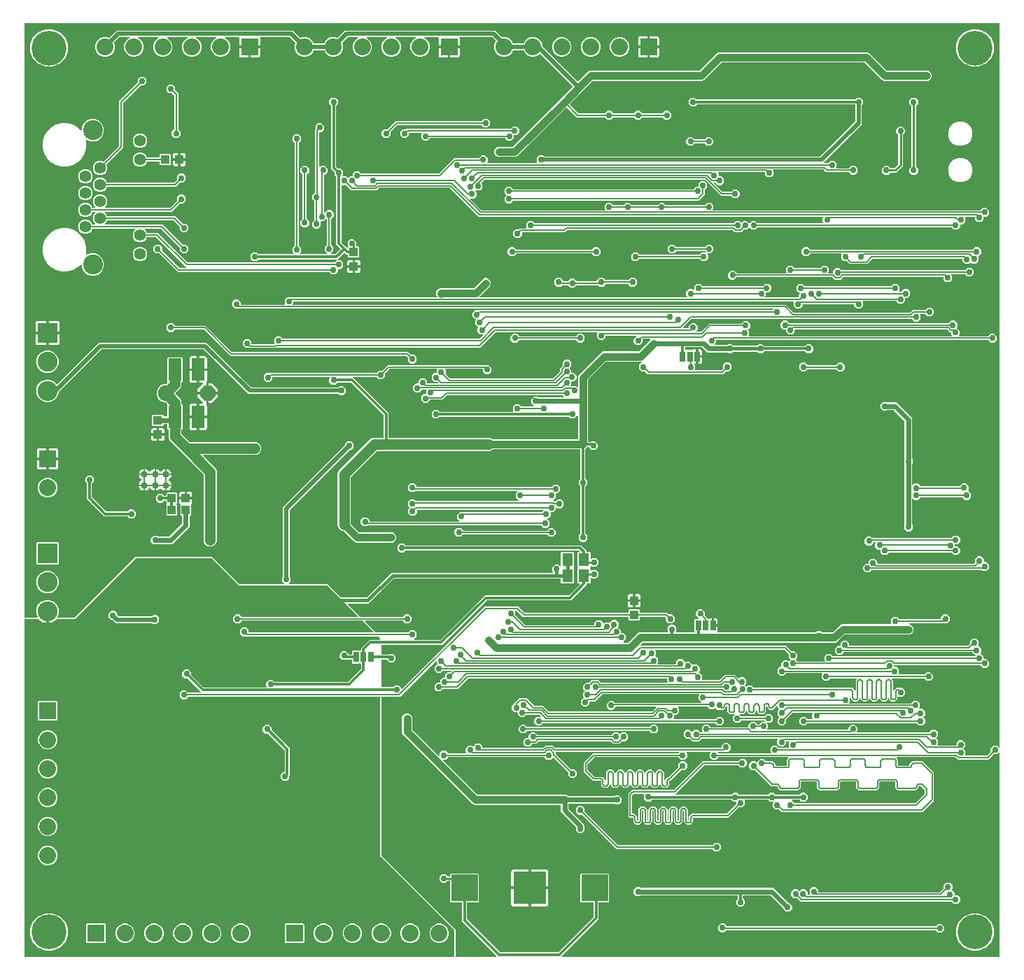
<source format=gbr>
G04 EAGLE Gerber RS-274X export*
G75*
%MOMM*%
%FSLAX34Y34*%
%LPD*%
%INBottom Copper*%
%IPPOS*%
%AMOC8*
5,1,8,0,0,1.08239X$1,22.5*%
G01*
%ADD10R,1.300000X1.600000*%
%ADD11R,2.032000X2.032000*%
%ADD12C,2.032000*%
%ADD13R,1.080000X1.050000*%
%ADD14R,0.635000X1.270000*%
%ADD15R,3.180000X3.180000*%
%ADD16R,3.960000X3.960000*%
%ADD17R,2.413000X2.413000*%
%ADD18C,2.413000*%
%ADD19C,2.400000*%
%ADD20C,1.408000*%
%ADD21R,1.000000X1.100000*%
%ADD22C,0.838000*%
%ADD23C,1.905000*%
%ADD24P,2.061953X8X22.500000*%
%ADD25R,1.600000X2.700000*%
%ADD26C,0.756400*%
%ADD27C,0.406400*%
%ADD28C,0.914400*%
%ADD29C,0.609600*%
%ADD30C,0.304800*%
%ADD31C,1.270000*%
%ADD32C,0.203200*%
%ADD33C,0.508000*%
%ADD34C,0.152400*%
%ADD35C,0.254000*%
%ADD36C,4.216000*%
%ADD37C,0.355600*%

G36*
X1173860Y253408D02*
X1173860Y253408D01*
X1173950Y253416D01*
X1173980Y253428D01*
X1174012Y253433D01*
X1174093Y253476D01*
X1174177Y253512D01*
X1174209Y253538D01*
X1174230Y253549D01*
X1174252Y253572D01*
X1174308Y253617D01*
X1178745Y258054D01*
X1178798Y258128D01*
X1178858Y258198D01*
X1178870Y258228D01*
X1178889Y258254D01*
X1178916Y258341D01*
X1178950Y258426D01*
X1178954Y258467D01*
X1178961Y258489D01*
X1178960Y258521D01*
X1178968Y258593D01*
X1178968Y262548D01*
X1182077Y265657D01*
X1186473Y265657D01*
X1188540Y263590D01*
X1188598Y263548D01*
X1188650Y263499D01*
X1188697Y263477D01*
X1188739Y263447D01*
X1188808Y263425D01*
X1188873Y263395D01*
X1188925Y263390D01*
X1188975Y263374D01*
X1189046Y263376D01*
X1189117Y263368D01*
X1189168Y263379D01*
X1189220Y263381D01*
X1189288Y263405D01*
X1189358Y263420D01*
X1189403Y263447D01*
X1189451Y263465D01*
X1189507Y263510D01*
X1189569Y263547D01*
X1189603Y263586D01*
X1189643Y263619D01*
X1189682Y263679D01*
X1189729Y263734D01*
X1189748Y263782D01*
X1189776Y263826D01*
X1189794Y263895D01*
X1189821Y263962D01*
X1189829Y264033D01*
X1189837Y264064D01*
X1189835Y264087D01*
X1189839Y264128D01*
X1189839Y1139078D01*
X1189836Y1139098D01*
X1189838Y1139117D01*
X1189816Y1139219D01*
X1189800Y1139321D01*
X1189790Y1139338D01*
X1189786Y1139358D01*
X1189733Y1139447D01*
X1189684Y1139538D01*
X1189670Y1139552D01*
X1189660Y1139569D01*
X1189581Y1139636D01*
X1189506Y1139708D01*
X1189488Y1139716D01*
X1189473Y1139729D01*
X1189377Y1139768D01*
X1189283Y1139811D01*
X1189263Y1139813D01*
X1189245Y1139821D01*
X1189078Y1139839D01*
X10922Y1139839D01*
X10902Y1139836D01*
X10883Y1139838D01*
X10781Y1139816D01*
X10679Y1139800D01*
X10662Y1139790D01*
X10642Y1139786D01*
X10553Y1139733D01*
X10462Y1139684D01*
X10448Y1139670D01*
X10431Y1139660D01*
X10364Y1139581D01*
X10292Y1139506D01*
X10284Y1139488D01*
X10271Y1139473D01*
X10232Y1139377D01*
X10189Y1139283D01*
X10187Y1139263D01*
X10179Y1139245D01*
X10161Y1139078D01*
X10161Y421213D01*
X10162Y421202D01*
X10162Y421196D01*
X10163Y421189D01*
X10162Y421174D01*
X10184Y421072D01*
X10200Y420970D01*
X10210Y420953D01*
X10214Y420933D01*
X10267Y420844D01*
X10316Y420753D01*
X10330Y420739D01*
X10340Y420722D01*
X10419Y420655D01*
X10494Y420583D01*
X10512Y420575D01*
X10527Y420562D01*
X10623Y420523D01*
X10717Y420480D01*
X10737Y420478D01*
X10755Y420470D01*
X10922Y420452D01*
X25575Y420452D01*
X25620Y420459D01*
X25666Y420457D01*
X25741Y420479D01*
X25817Y420491D01*
X25858Y420513D01*
X25902Y420526D01*
X25966Y420570D01*
X26035Y420607D01*
X26066Y420640D01*
X26104Y420666D01*
X26151Y420729D01*
X26204Y420785D01*
X26223Y420827D01*
X26251Y420863D01*
X26275Y420937D01*
X26308Y421008D01*
X26313Y421054D01*
X26327Y421097D01*
X26326Y421175D01*
X26335Y421252D01*
X26325Y421297D01*
X26325Y421343D01*
X26287Y421475D01*
X26283Y421493D01*
X26280Y421497D01*
X26278Y421504D01*
X24510Y425772D01*
X24510Y431178D01*
X26579Y436173D01*
X30402Y439996D01*
X35397Y442065D01*
X40803Y442065D01*
X45798Y439996D01*
X49621Y436173D01*
X51690Y431178D01*
X51690Y425772D01*
X49922Y421504D01*
X49913Y421465D01*
X49902Y421441D01*
X49901Y421437D01*
X49892Y421418D01*
X49884Y421341D01*
X49866Y421265D01*
X49870Y421219D01*
X49865Y421174D01*
X49882Y421097D01*
X49889Y421020D01*
X49908Y420978D01*
X49917Y420933D01*
X49957Y420866D01*
X49989Y420795D01*
X50020Y420761D01*
X50044Y420722D01*
X50103Y420671D01*
X50155Y420614D01*
X50196Y420592D01*
X50230Y420562D01*
X50303Y420533D01*
X50371Y420496D01*
X50416Y420487D01*
X50459Y420470D01*
X50595Y420455D01*
X50613Y420452D01*
X50618Y420453D01*
X50625Y420452D01*
X70177Y420452D01*
X70268Y420466D01*
X70358Y420474D01*
X70388Y420486D01*
X70420Y420491D01*
X70501Y420534D01*
X70585Y420570D01*
X70617Y420596D01*
X70638Y420607D01*
X70658Y420628D01*
X70660Y420629D01*
X70665Y420634D01*
X70716Y420675D01*
X144153Y494112D01*
X237487Y494112D01*
X270284Y461315D01*
X270358Y461262D01*
X270428Y461202D01*
X270458Y461190D01*
X270484Y461171D01*
X270571Y461144D01*
X270656Y461110D01*
X270697Y461106D01*
X270719Y461099D01*
X270751Y461100D01*
X270823Y461092D01*
X323316Y461092D01*
X323386Y461103D01*
X323458Y461105D01*
X323507Y461123D01*
X323558Y461131D01*
X323622Y461165D01*
X323689Y461190D01*
X323730Y461222D01*
X323776Y461247D01*
X323825Y461299D01*
X323881Y461343D01*
X323909Y461387D01*
X323945Y461425D01*
X323975Y461490D01*
X324014Y461550D01*
X324027Y461601D01*
X324049Y461648D01*
X324057Y461719D01*
X324074Y461789D01*
X324070Y461841D01*
X324076Y461892D01*
X324061Y461963D01*
X324055Y462034D01*
X324035Y462082D01*
X324024Y462133D01*
X323987Y462194D01*
X323959Y462260D01*
X323914Y462316D01*
X323897Y462344D01*
X323880Y462359D01*
X323854Y462391D01*
X321718Y464527D01*
X321718Y468923D01*
X322737Y469942D01*
X322790Y470016D01*
X322850Y470086D01*
X322862Y470116D01*
X322881Y470142D01*
X322908Y470229D01*
X322942Y470314D01*
X322946Y470355D01*
X322953Y470377D01*
X322952Y470409D01*
X322960Y470480D01*
X322960Y554134D01*
X397695Y628869D01*
X397748Y628943D01*
X397808Y629012D01*
X397820Y629042D01*
X397839Y629068D01*
X397866Y629155D01*
X397900Y629240D01*
X397904Y629281D01*
X397911Y629304D01*
X397910Y629336D01*
X397918Y629407D01*
X397918Y630848D01*
X401027Y633957D01*
X405423Y633957D01*
X408532Y630848D01*
X408532Y626452D01*
X405423Y623343D01*
X403982Y623343D01*
X403892Y623329D01*
X403801Y623321D01*
X403771Y623309D01*
X403739Y623304D01*
X403659Y623261D01*
X403575Y623225D01*
X403543Y623199D01*
X403522Y623188D01*
X403500Y623165D01*
X403444Y623120D01*
X331313Y550989D01*
X331260Y550915D01*
X331200Y550846D01*
X331188Y550816D01*
X331169Y550790D01*
X331142Y550703D01*
X331108Y550618D01*
X331104Y550577D01*
X331097Y550554D01*
X331098Y550522D01*
X331090Y550451D01*
X331090Y470480D01*
X331104Y470390D01*
X331112Y470299D01*
X331124Y470270D01*
X331129Y470238D01*
X331172Y470157D01*
X331208Y470073D01*
X331234Y470041D01*
X331245Y470020D01*
X331268Y469998D01*
X331313Y469942D01*
X332332Y468923D01*
X332332Y464527D01*
X330196Y462391D01*
X330154Y462333D01*
X330105Y462281D01*
X330083Y462234D01*
X330053Y462192D01*
X330031Y462123D01*
X330001Y462058D01*
X329996Y462006D01*
X329980Y461956D01*
X329982Y461885D01*
X329974Y461814D01*
X329985Y461763D01*
X329987Y461711D01*
X330011Y461643D01*
X330026Y461573D01*
X330053Y461528D01*
X330071Y461480D01*
X330116Y461424D01*
X330153Y461362D01*
X330192Y461328D01*
X330225Y461288D01*
X330285Y461249D01*
X330340Y461202D01*
X330388Y461183D01*
X330432Y461155D01*
X330501Y461137D01*
X330568Y461110D01*
X330639Y461102D01*
X330670Y461094D01*
X330693Y461096D01*
X330734Y461092D01*
X377187Y461092D01*
X393174Y445105D01*
X393248Y445052D01*
X393318Y444992D01*
X393348Y444980D01*
X393374Y444961D01*
X393461Y444934D01*
X393546Y444900D01*
X393587Y444896D01*
X393609Y444889D01*
X393641Y444890D01*
X393713Y444882D01*
X423661Y444882D01*
X423752Y444896D01*
X423842Y444904D01*
X423872Y444916D01*
X423904Y444921D01*
X423985Y444964D01*
X424069Y445000D01*
X424101Y445026D01*
X424122Y445037D01*
X424144Y445060D01*
X424200Y445105D01*
X454157Y475062D01*
X649071Y475062D01*
X649141Y475073D01*
X649213Y475075D01*
X649262Y475093D01*
X649313Y475101D01*
X649377Y475135D01*
X649444Y475160D01*
X649485Y475192D01*
X649531Y475217D01*
X649580Y475269D01*
X649636Y475313D01*
X649664Y475357D01*
X649700Y475395D01*
X649730Y475460D01*
X649769Y475520D01*
X649782Y475571D01*
X649804Y475618D01*
X649812Y475689D01*
X649829Y475759D01*
X649825Y475811D01*
X649831Y475862D01*
X649816Y475933D01*
X649810Y476004D01*
X649790Y476052D01*
X649779Y476103D01*
X649742Y476164D01*
X649714Y476230D01*
X649669Y476286D01*
X649652Y476314D01*
X649635Y476329D01*
X649609Y476361D01*
X648743Y477227D01*
X648743Y481623D01*
X651852Y484732D01*
X656248Y484732D01*
X657738Y483242D01*
X657796Y483200D01*
X657848Y483150D01*
X657896Y483128D01*
X657938Y483098D01*
X658006Y483077D01*
X658072Y483047D01*
X658123Y483041D01*
X658173Y483026D01*
X658245Y483028D01*
X658316Y483020D01*
X658367Y483031D01*
X658419Y483032D01*
X658486Y483057D01*
X658556Y483072D01*
X658601Y483099D01*
X658650Y483117D01*
X658706Y483161D01*
X658767Y483198D01*
X658801Y483238D01*
X658842Y483270D01*
X658881Y483331D01*
X658927Y483385D01*
X658947Y483433D01*
X658975Y483477D01*
X658992Y483547D01*
X659019Y483613D01*
X659027Y483685D01*
X659035Y483716D01*
X659033Y483739D01*
X659038Y483780D01*
X659038Y499152D01*
X659931Y500045D01*
X674194Y500045D01*
X675087Y499152D01*
X675087Y481888D01*
X674750Y481551D01*
X674738Y481535D01*
X674722Y481522D01*
X674666Y481435D01*
X674606Y481351D01*
X674600Y481332D01*
X674589Y481315D01*
X674564Y481215D01*
X674534Y481116D01*
X674534Y481096D01*
X674529Y481077D01*
X674537Y480974D01*
X674540Y480870D01*
X674547Y480851D01*
X674548Y480832D01*
X674589Y480737D01*
X674624Y480639D01*
X674637Y480624D01*
X674645Y480605D01*
X674750Y480474D01*
X675087Y480137D01*
X675087Y462873D01*
X674194Y461980D01*
X659931Y461980D01*
X659038Y462873D01*
X659038Y467187D01*
X659035Y467207D01*
X659037Y467226D01*
X659015Y467328D01*
X658998Y467430D01*
X658989Y467447D01*
X658984Y467467D01*
X658931Y467556D01*
X658883Y467647D01*
X658869Y467661D01*
X658858Y467678D01*
X658780Y467745D01*
X658705Y467817D01*
X658687Y467825D01*
X658671Y467838D01*
X658575Y467877D01*
X658482Y467920D01*
X658462Y467922D01*
X658443Y467930D01*
X658277Y467948D01*
X457419Y467948D01*
X457328Y467934D01*
X457238Y467926D01*
X457208Y467914D01*
X457176Y467909D01*
X457095Y467866D01*
X457011Y467830D01*
X456979Y467804D01*
X456958Y467793D01*
X456936Y467770D01*
X456880Y467725D01*
X426923Y437768D01*
X402348Y437768D01*
X402278Y437757D01*
X402206Y437755D01*
X402157Y437737D01*
X402106Y437729D01*
X402042Y437695D01*
X401975Y437670D01*
X401934Y437638D01*
X401888Y437613D01*
X401839Y437561D01*
X401783Y437517D01*
X401755Y437473D01*
X401719Y437435D01*
X401689Y437370D01*
X401650Y437310D01*
X401637Y437259D01*
X401615Y437212D01*
X401607Y437141D01*
X401590Y437071D01*
X401594Y437019D01*
X401588Y436968D01*
X401603Y436897D01*
X401609Y436826D01*
X401629Y436778D01*
X401640Y436727D01*
X401677Y436666D01*
X401705Y436600D01*
X401750Y436544D01*
X401767Y436516D01*
X401784Y436501D01*
X401810Y436469D01*
X416669Y421610D01*
X416743Y421557D01*
X416813Y421497D01*
X416843Y421485D01*
X416869Y421466D01*
X416956Y421439D01*
X417041Y421405D01*
X417082Y421401D01*
X417104Y421394D01*
X417136Y421395D01*
X417208Y421387D01*
X467542Y421387D01*
X467632Y421401D01*
X467723Y421409D01*
X467752Y421421D01*
X467784Y421426D01*
X467865Y421469D01*
X467949Y421505D01*
X467981Y421531D01*
X468002Y421542D01*
X468024Y421565D01*
X468080Y421610D01*
X470877Y424407D01*
X475273Y424407D01*
X478382Y421298D01*
X478382Y416902D01*
X475273Y413793D01*
X470877Y413793D01*
X468080Y416590D01*
X468006Y416643D01*
X467936Y416703D01*
X467906Y416715D01*
X467880Y416734D01*
X467793Y416761D01*
X467708Y416795D01*
X467667Y416799D01*
X467645Y416806D01*
X467613Y416805D01*
X467542Y416813D01*
X423303Y416813D01*
X423233Y416802D01*
X423161Y416800D01*
X423112Y416782D01*
X423061Y416774D01*
X422997Y416740D01*
X422930Y416715D01*
X422889Y416683D01*
X422843Y416658D01*
X422794Y416607D01*
X422738Y416562D01*
X422710Y416518D01*
X422674Y416480D01*
X422644Y416415D01*
X422605Y416355D01*
X422592Y416304D01*
X422570Y416257D01*
X422562Y416186D01*
X422545Y416116D01*
X422549Y416064D01*
X422543Y416013D01*
X422558Y415942D01*
X422564Y415871D01*
X422584Y415823D01*
X422595Y415772D01*
X422632Y415711D01*
X422660Y415645D01*
X422705Y415589D01*
X422722Y415561D01*
X422739Y415546D01*
X422765Y415514D01*
X435719Y402560D01*
X435793Y402507D01*
X435863Y402447D01*
X435893Y402435D01*
X435919Y402416D01*
X436006Y402389D01*
X436091Y402355D01*
X436132Y402351D01*
X436154Y402344D01*
X436186Y402345D01*
X436257Y402337D01*
X473892Y402337D01*
X473982Y402351D01*
X474073Y402359D01*
X474102Y402371D01*
X474134Y402376D01*
X474215Y402419D01*
X474299Y402455D01*
X474331Y402481D01*
X474352Y402492D01*
X474374Y402515D01*
X474430Y402560D01*
X477227Y405357D01*
X481623Y405357D01*
X484732Y402248D01*
X484732Y397852D01*
X481753Y394873D01*
X481711Y394815D01*
X481662Y394763D01*
X481640Y394716D01*
X481610Y394674D01*
X481588Y394605D01*
X481558Y394540D01*
X481553Y394488D01*
X481537Y394438D01*
X481539Y394367D01*
X481531Y394296D01*
X481542Y394245D01*
X481544Y394193D01*
X481568Y394125D01*
X481583Y394055D01*
X481610Y394010D01*
X481628Y393962D01*
X481673Y393906D01*
X481710Y393844D01*
X481749Y393810D01*
X481782Y393770D01*
X481842Y393731D01*
X481897Y393684D01*
X481945Y393665D01*
X481989Y393637D01*
X482058Y393619D01*
X482125Y393592D01*
X482196Y393584D01*
X482227Y393576D01*
X482250Y393578D01*
X482291Y393574D01*
X512772Y393574D01*
X512862Y393588D01*
X512953Y393596D01*
X512983Y393608D01*
X513015Y393613D01*
X513095Y393656D01*
X513179Y393692D01*
X513211Y393718D01*
X513232Y393729D01*
X513254Y393752D01*
X513310Y393797D01*
X567062Y447549D01*
X668347Y447549D01*
X668437Y447563D01*
X668528Y447571D01*
X668558Y447583D01*
X668590Y447588D01*
X668670Y447631D01*
X668754Y447667D01*
X668786Y447693D01*
X668807Y447704D01*
X668829Y447727D01*
X668885Y447772D01*
X681794Y460681D01*
X681836Y460739D01*
X681885Y460791D01*
X681907Y460838D01*
X681938Y460880D01*
X681959Y460949D01*
X681989Y461014D01*
X681995Y461066D01*
X682010Y461116D01*
X682008Y461187D01*
X682016Y461258D01*
X682005Y461309D01*
X682004Y461361D01*
X681979Y461429D01*
X681964Y461499D01*
X681937Y461544D01*
X681919Y461592D01*
X681874Y461648D01*
X681838Y461710D01*
X681798Y461744D01*
X681766Y461784D01*
X681705Y461823D01*
X681651Y461870D01*
X681602Y461889D01*
X681559Y461917D01*
X681489Y461935D01*
X681423Y461962D01*
X681351Y461970D01*
X681320Y461978D01*
X681297Y461976D01*
X681256Y461980D01*
X679931Y461980D01*
X679038Y462873D01*
X679038Y480137D01*
X679375Y480474D01*
X679387Y480490D01*
X679403Y480503D01*
X679459Y480590D01*
X679519Y480674D01*
X679525Y480693D01*
X679536Y480710D01*
X679561Y480810D01*
X679591Y480909D01*
X679591Y480929D01*
X679596Y480948D01*
X679588Y481051D01*
X679585Y481155D01*
X679578Y481174D01*
X679577Y481194D01*
X679536Y481288D01*
X679501Y481386D01*
X679488Y481402D01*
X679480Y481420D01*
X679375Y481551D01*
X679038Y481888D01*
X679038Y499152D01*
X679931Y500045D01*
X681256Y500045D01*
X681327Y500056D01*
X681398Y500058D01*
X681447Y500076D01*
X681499Y500084D01*
X681562Y500118D01*
X681629Y500143D01*
X681670Y500175D01*
X681716Y500200D01*
X681765Y500251D01*
X681821Y500296D01*
X681850Y500340D01*
X681885Y500378D01*
X681916Y500443D01*
X681954Y500503D01*
X681967Y500554D01*
X681989Y500601D01*
X681997Y500672D01*
X682014Y500742D01*
X682010Y500794D01*
X682016Y500845D01*
X682001Y500916D01*
X681995Y500987D01*
X681975Y501035D01*
X681964Y501086D01*
X681927Y501147D01*
X681899Y501213D01*
X681854Y501269D01*
X681838Y501297D01*
X681820Y501312D01*
X681794Y501344D01*
X681585Y501553D01*
X681511Y501606D01*
X681442Y501666D01*
X681412Y501678D01*
X681385Y501697D01*
X681298Y501724D01*
X681214Y501758D01*
X681173Y501762D01*
X681150Y501769D01*
X681118Y501768D01*
X681047Y501776D01*
X471496Y501776D01*
X471406Y501762D01*
X471315Y501754D01*
X471286Y501742D01*
X471254Y501737D01*
X471173Y501694D01*
X471089Y501658D01*
X471057Y501632D01*
X471036Y501621D01*
X471014Y501598D01*
X470958Y501553D01*
X468923Y499518D01*
X464527Y499518D01*
X461418Y502627D01*
X461418Y507023D01*
X464527Y510132D01*
X468923Y510132D01*
X470958Y508097D01*
X471032Y508044D01*
X471102Y507984D01*
X471132Y507972D01*
X471158Y507953D01*
X471245Y507926D01*
X471330Y507892D01*
X471371Y507888D01*
X471393Y507881D01*
X471425Y507882D01*
X471496Y507874D01*
X683888Y507874D01*
X690111Y501650D01*
X690111Y500806D01*
X690114Y500786D01*
X690112Y500767D01*
X690134Y500665D01*
X690151Y500563D01*
X690160Y500546D01*
X690165Y500526D01*
X690218Y500437D01*
X690266Y500346D01*
X690280Y500332D01*
X690291Y500315D01*
X690369Y500248D01*
X690444Y500176D01*
X690462Y500168D01*
X690478Y500155D01*
X690574Y500116D01*
X690667Y500073D01*
X690687Y500071D01*
X690706Y500063D01*
X690872Y500045D01*
X694194Y500045D01*
X695087Y499152D01*
X695087Y492505D01*
X695099Y492434D01*
X695101Y492362D01*
X695119Y492313D01*
X695127Y492262D01*
X695161Y492199D01*
X695185Y492131D01*
X695218Y492091D01*
X695242Y492045D01*
X695294Y491995D01*
X695339Y491939D01*
X695383Y491911D01*
X695420Y491875D01*
X695485Y491845D01*
X695546Y491806D01*
X695596Y491794D01*
X695643Y491772D01*
X695715Y491764D01*
X695784Y491746D01*
X695836Y491750D01*
X695888Y491745D01*
X695958Y491760D01*
X696029Y491765D01*
X696077Y491786D01*
X696128Y491797D01*
X696190Y491834D01*
X696256Y491862D01*
X696312Y491907D01*
X696339Y491923D01*
X696355Y491941D01*
X696387Y491967D01*
X697089Y492669D01*
X701486Y492669D01*
X704594Y489561D01*
X704594Y485164D01*
X701486Y482056D01*
X697089Y482056D01*
X696387Y482758D01*
X696329Y482800D01*
X696277Y482850D01*
X696229Y482872D01*
X696187Y482902D01*
X696119Y482923D01*
X696053Y482953D01*
X696002Y482959D01*
X695952Y482974D01*
X695880Y482972D01*
X695809Y482980D01*
X695758Y482969D01*
X695706Y482968D01*
X695639Y482943D01*
X695569Y482928D01*
X695524Y482901D01*
X695475Y482883D01*
X695419Y482839D01*
X695358Y482802D01*
X695324Y482762D01*
X695283Y482730D01*
X695244Y482669D01*
X695198Y482615D01*
X695178Y482567D01*
X695150Y482523D01*
X695133Y482453D01*
X695106Y482387D01*
X695098Y482316D01*
X695090Y482284D01*
X695092Y482261D01*
X695087Y482220D01*
X695087Y481888D01*
X694750Y481551D01*
X694738Y481535D01*
X694722Y481522D01*
X694666Y481435D01*
X694606Y481351D01*
X694600Y481332D01*
X694589Y481315D01*
X694564Y481215D01*
X694534Y481116D01*
X694534Y481096D01*
X694529Y481077D01*
X694537Y480974D01*
X694540Y480870D01*
X694547Y480851D01*
X694548Y480832D01*
X694589Y480737D01*
X694624Y480639D01*
X694637Y480624D01*
X694645Y480605D01*
X694750Y480474D01*
X695087Y480137D01*
X695087Y478217D01*
X695099Y478147D01*
X695101Y478075D01*
X695119Y478026D01*
X695127Y477975D01*
X695161Y477911D01*
X695185Y477844D01*
X695218Y477803D01*
X695242Y477757D01*
X695294Y477708D01*
X695339Y477652D01*
X695383Y477624D01*
X695420Y477588D01*
X695485Y477558D01*
X695546Y477519D01*
X695596Y477506D01*
X695643Y477484D01*
X695715Y477476D01*
X695784Y477459D01*
X695836Y477463D01*
X695888Y477457D01*
X695958Y477472D01*
X696029Y477478D01*
X696077Y477498D01*
X696128Y477509D01*
X696190Y477546D01*
X696256Y477574D01*
X696312Y477619D01*
X696339Y477636D01*
X696355Y477653D01*
X696387Y477679D01*
X697089Y478382D01*
X701486Y478382D01*
X704594Y475273D01*
X704594Y470877D01*
X701486Y467768D01*
X697089Y467768D01*
X696387Y468471D01*
X696329Y468513D01*
X696277Y468562D01*
X696229Y468584D01*
X696187Y468614D01*
X696119Y468636D01*
X696053Y468666D01*
X696002Y468671D01*
X695952Y468687D01*
X695880Y468685D01*
X695809Y468693D01*
X695758Y468682D01*
X695706Y468680D01*
X695639Y468656D01*
X695569Y468641D01*
X695524Y468614D01*
X695475Y468596D01*
X695419Y468551D01*
X695358Y468514D01*
X695324Y468475D01*
X695283Y468442D01*
X695244Y468382D01*
X695198Y468327D01*
X695178Y468279D01*
X695150Y468235D01*
X695133Y468166D01*
X695106Y468099D01*
X695098Y468028D01*
X695090Y467997D01*
X695092Y467974D01*
X695087Y467933D01*
X695087Y462873D01*
X694194Y461980D01*
X690872Y461980D01*
X690853Y461977D01*
X690833Y461979D01*
X690732Y461957D01*
X690630Y461941D01*
X690612Y461931D01*
X690593Y461927D01*
X690504Y461874D01*
X690412Y461825D01*
X690399Y461811D01*
X690382Y461801D01*
X690314Y461722D01*
X690243Y461647D01*
X690235Y461629D01*
X690222Y461614D01*
X690183Y461518D01*
X690139Y461424D01*
X690137Y461404D01*
X690130Y461386D01*
X690111Y461219D01*
X690111Y460375D01*
X671188Y441451D01*
X569903Y441451D01*
X569813Y441437D01*
X569722Y441429D01*
X569692Y441417D01*
X569660Y441412D01*
X569580Y441369D01*
X569496Y441333D01*
X569464Y441307D01*
X569443Y441296D01*
X569421Y441273D01*
X569365Y441228D01*
X517622Y389485D01*
X515613Y387476D01*
X442788Y387476D01*
X442768Y387473D01*
X442749Y387475D01*
X442647Y387453D01*
X442545Y387437D01*
X442528Y387427D01*
X442508Y387423D01*
X442419Y387370D01*
X442328Y387321D01*
X442314Y387307D01*
X442297Y387297D01*
X442230Y387218D01*
X442158Y387143D01*
X442150Y387125D01*
X442137Y387110D01*
X442098Y387014D01*
X442055Y386920D01*
X442053Y386900D01*
X442045Y386882D01*
X442027Y386715D01*
X442027Y376660D01*
X442030Y376640D01*
X442028Y376621D01*
X442050Y376519D01*
X442066Y376417D01*
X442076Y376400D01*
X442080Y376380D01*
X442133Y376291D01*
X442182Y376200D01*
X442196Y376186D01*
X442206Y376169D01*
X442285Y376102D01*
X442360Y376030D01*
X442378Y376022D01*
X442393Y376009D01*
X442489Y375970D01*
X442583Y375927D01*
X442603Y375925D01*
X442621Y375917D01*
X442788Y375899D01*
X450629Y375899D01*
X450719Y375913D01*
X450810Y375921D01*
X450839Y375933D01*
X450871Y375938D01*
X450952Y375981D01*
X451036Y376017D01*
X451068Y376043D01*
X451089Y376054D01*
X451111Y376077D01*
X451167Y376122D01*
X451827Y376782D01*
X456223Y376782D01*
X459332Y373673D01*
X459332Y369277D01*
X456223Y366168D01*
X451827Y366168D01*
X448650Y369345D01*
X448612Y369409D01*
X448563Y369500D01*
X448549Y369514D01*
X448539Y369531D01*
X448460Y369598D01*
X448385Y369670D01*
X448367Y369678D01*
X448352Y369691D01*
X448256Y369730D01*
X448162Y369773D01*
X448142Y369775D01*
X448124Y369783D01*
X447957Y369801D01*
X442788Y369801D01*
X442768Y369798D01*
X442749Y369800D01*
X442647Y369778D01*
X442545Y369762D01*
X442528Y369752D01*
X442508Y369748D01*
X442419Y369695D01*
X442328Y369646D01*
X442314Y369632D01*
X442297Y369622D01*
X442230Y369543D01*
X442158Y369468D01*
X442150Y369450D01*
X442137Y369435D01*
X442098Y369339D01*
X442055Y369245D01*
X442053Y369225D01*
X442045Y369207D01*
X442027Y369040D01*
X442027Y337185D01*
X442030Y337165D01*
X442028Y337146D01*
X442050Y337044D01*
X442066Y336942D01*
X442076Y336925D01*
X442080Y336905D01*
X442133Y336816D01*
X442182Y336725D01*
X442196Y336711D01*
X442206Y336694D01*
X442285Y336627D01*
X442360Y336555D01*
X442378Y336547D01*
X442393Y336534D01*
X442489Y336495D01*
X442583Y336452D01*
X442603Y336450D01*
X442621Y336442D01*
X442788Y336424D01*
X455604Y336424D01*
X455694Y336438D01*
X455785Y336446D01*
X455814Y336458D01*
X455846Y336463D01*
X455927Y336506D01*
X456011Y336542D01*
X456043Y336568D01*
X456064Y336579D01*
X456086Y336602D01*
X456142Y336647D01*
X458177Y338682D01*
X462573Y338682D01*
X465682Y335573D01*
X465682Y334588D01*
X465693Y334517D01*
X465695Y334445D01*
X465713Y334396D01*
X465721Y334345D01*
X465755Y334282D01*
X465780Y334214D01*
X465812Y334174D01*
X465837Y334128D01*
X465889Y334078D01*
X465933Y334022D01*
X465977Y333994D01*
X466015Y333958D01*
X466080Y333928D01*
X466140Y333889D01*
X466191Y333876D01*
X466238Y333855D01*
X466309Y333847D01*
X466379Y333829D01*
X466431Y333833D01*
X466482Y333827D01*
X466553Y333843D01*
X466624Y333848D01*
X466672Y333869D01*
X466723Y333880D01*
X466784Y333917D01*
X466850Y333945D01*
X466906Y333989D01*
X466934Y334006D01*
X466949Y334024D01*
X466981Y334049D01*
X567273Y434341D01*
X607477Y434341D01*
X615374Y426444D01*
X615448Y426391D01*
X615518Y426331D01*
X615548Y426319D01*
X615574Y426300D01*
X615661Y426273D01*
X615746Y426239D01*
X615787Y426235D01*
X615809Y426228D01*
X615841Y426229D01*
X615913Y426221D01*
X740044Y426221D01*
X740064Y426224D01*
X740083Y426222D01*
X740185Y426244D01*
X740287Y426260D01*
X740304Y426270D01*
X740324Y426274D01*
X740413Y426327D01*
X740504Y426376D01*
X740518Y426390D01*
X740535Y426400D01*
X740602Y426479D01*
X740674Y426554D01*
X740682Y426572D01*
X740695Y426587D01*
X740734Y426683D01*
X740777Y426777D01*
X740779Y426797D01*
X740787Y426815D01*
X740805Y426982D01*
X740805Y429562D01*
X741698Y430455D01*
X753762Y430455D01*
X754655Y429562D01*
X754655Y426982D01*
X754658Y426962D01*
X754656Y426943D01*
X754678Y426841D01*
X754694Y426739D01*
X754704Y426722D01*
X754708Y426702D01*
X754761Y426613D01*
X754810Y426522D01*
X754824Y426508D01*
X754834Y426491D01*
X754913Y426424D01*
X754988Y426352D01*
X755006Y426344D01*
X755021Y426331D01*
X755117Y426292D01*
X755211Y426249D01*
X755231Y426247D01*
X755249Y426239D01*
X755416Y426221D01*
X787873Y426221D01*
X789464Y424630D01*
X789538Y424577D01*
X789608Y424517D01*
X789638Y424505D01*
X789664Y424486D01*
X789751Y424459D01*
X789836Y424425D01*
X789877Y424421D01*
X789899Y424414D01*
X789931Y424415D01*
X790003Y424407D01*
X793599Y424407D01*
X796708Y421298D01*
X796708Y416902D01*
X793599Y413793D01*
X789203Y413793D01*
X786094Y416902D01*
X786094Y420378D01*
X786091Y420398D01*
X786093Y420417D01*
X786071Y420519D01*
X786055Y420621D01*
X786045Y420638D01*
X786041Y420658D01*
X785988Y420747D01*
X785939Y420838D01*
X785925Y420852D01*
X785915Y420869D01*
X785836Y420936D01*
X785761Y421008D01*
X785743Y421016D01*
X785728Y421029D01*
X785632Y421068D01*
X785538Y421111D01*
X785518Y421113D01*
X785500Y421121D01*
X785333Y421139D01*
X755416Y421139D01*
X755396Y421136D01*
X755377Y421138D01*
X755275Y421116D01*
X755173Y421100D01*
X755156Y421090D01*
X755136Y421086D01*
X755047Y421033D01*
X754956Y420984D01*
X754942Y420970D01*
X754925Y420960D01*
X754858Y420881D01*
X754786Y420806D01*
X754778Y420788D01*
X754765Y420773D01*
X754726Y420677D01*
X754683Y420583D01*
X754681Y420563D01*
X754673Y420545D01*
X754655Y420378D01*
X754655Y417798D01*
X753762Y416905D01*
X741698Y416905D01*
X740805Y417798D01*
X740805Y420378D01*
X740802Y420398D01*
X740804Y420417D01*
X740782Y420519D01*
X740766Y420621D01*
X740756Y420638D01*
X740752Y420658D01*
X740699Y420747D01*
X740650Y420838D01*
X740636Y420852D01*
X740626Y420869D01*
X740547Y420936D01*
X740472Y421008D01*
X740454Y421016D01*
X740439Y421029D01*
X740343Y421068D01*
X740249Y421111D01*
X740229Y421113D01*
X740211Y421121D01*
X740044Y421139D01*
X613493Y421139D01*
X605596Y429036D01*
X605522Y429089D01*
X605452Y429149D01*
X605422Y429161D01*
X605396Y429180D01*
X605309Y429207D01*
X605224Y429241D01*
X605183Y429245D01*
X605161Y429252D01*
X605129Y429251D01*
X605057Y429259D01*
X604272Y429259D01*
X604202Y429248D01*
X604130Y429246D01*
X604081Y429228D01*
X604030Y429220D01*
X603966Y429186D01*
X603899Y429161D01*
X603858Y429129D01*
X603812Y429104D01*
X603763Y429052D01*
X603707Y429008D01*
X603679Y428964D01*
X603643Y428926D01*
X603613Y428861D01*
X603574Y428801D01*
X603561Y428750D01*
X603539Y428703D01*
X603531Y428632D01*
X603514Y428562D01*
X603518Y428510D01*
X603512Y428459D01*
X603527Y428388D01*
X603533Y428317D01*
X603553Y428269D01*
X603564Y428218D01*
X603601Y428157D01*
X603629Y428091D01*
X603674Y428035D01*
X603691Y428007D01*
X603708Y427992D01*
X603734Y427960D01*
X604046Y427648D01*
X604046Y423693D01*
X604060Y423602D01*
X604068Y423512D01*
X604080Y423482D01*
X604085Y423450D01*
X604128Y423369D01*
X604164Y423285D01*
X604190Y423253D01*
X604201Y423232D01*
X604224Y423210D01*
X604269Y423154D01*
X615719Y411704D01*
X615793Y411651D01*
X615863Y411591D01*
X615893Y411579D01*
X615919Y411560D01*
X616006Y411533D01*
X616091Y411499D01*
X616132Y411495D01*
X616154Y411488D01*
X616186Y411489D01*
X616258Y411481D01*
X698782Y411481D01*
X698802Y411484D01*
X698821Y411482D01*
X698923Y411504D01*
X699025Y411520D01*
X699042Y411530D01*
X699062Y411534D01*
X699151Y411587D01*
X699242Y411636D01*
X699256Y411650D01*
X699273Y411660D01*
X699340Y411739D01*
X699412Y411814D01*
X699420Y411832D01*
X699433Y411847D01*
X699472Y411943D01*
X699515Y412037D01*
X699517Y412057D01*
X699525Y412075D01*
X699543Y412242D01*
X699543Y414412D01*
X702652Y417521D01*
X707048Y417521D01*
X710235Y414334D01*
X710255Y414280D01*
X710287Y414239D01*
X710312Y414193D01*
X710364Y414144D01*
X710408Y414088D01*
X710452Y414060D01*
X710490Y414024D01*
X710555Y413994D01*
X710615Y413955D01*
X710666Y413942D01*
X710713Y413920D01*
X710784Y413912D01*
X710854Y413895D01*
X710906Y413899D01*
X710957Y413893D01*
X711028Y413908D01*
X711099Y413914D01*
X711147Y413934D01*
X711198Y413945D01*
X711259Y413982D01*
X711325Y414010D01*
X711381Y414055D01*
X711409Y414072D01*
X711424Y414089D01*
X711456Y414115D01*
X712223Y414882D01*
X716619Y414882D01*
X717020Y414481D01*
X717036Y414470D01*
X717048Y414454D01*
X717136Y414398D01*
X717219Y414338D01*
X717238Y414332D01*
X717255Y414321D01*
X717356Y414296D01*
X717454Y414265D01*
X717474Y414266D01*
X717494Y414261D01*
X717597Y414269D01*
X717700Y414272D01*
X717719Y414279D01*
X717739Y414280D01*
X717834Y414320D01*
X717931Y414356D01*
X717947Y414369D01*
X717965Y414376D01*
X718096Y414481D01*
X721311Y417696D01*
X725707Y417696D01*
X728816Y414587D01*
X728816Y410191D01*
X728353Y409728D01*
X728341Y409712D01*
X728326Y409700D01*
X728270Y409613D01*
X728210Y409529D01*
X728204Y409510D01*
X728193Y409493D01*
X728168Y409392D01*
X728137Y409294D01*
X728138Y409274D01*
X728133Y409254D01*
X728141Y409151D01*
X728144Y409048D01*
X728150Y409029D01*
X728152Y409009D01*
X728192Y408914D01*
X728228Y408817D01*
X728240Y408801D01*
X728248Y408783D01*
X728353Y408652D01*
X731506Y405499D01*
X731506Y402943D01*
X731507Y402932D01*
X731507Y402926D01*
X731508Y402919D01*
X731507Y402904D01*
X731529Y402802D01*
X731545Y402700D01*
X731555Y402683D01*
X731559Y402663D01*
X731612Y402574D01*
X731660Y402483D01*
X731675Y402469D01*
X731685Y402452D01*
X731764Y402385D01*
X731839Y402313D01*
X731857Y402305D01*
X731872Y402292D01*
X731968Y402253D01*
X732062Y402210D01*
X732082Y402208D01*
X732100Y402200D01*
X732267Y402182D01*
X734823Y402182D01*
X737932Y399073D01*
X737932Y394677D01*
X734826Y391571D01*
X734784Y391513D01*
X734735Y391461D01*
X734713Y391414D01*
X734683Y391372D01*
X734661Y391303D01*
X734631Y391238D01*
X734626Y391186D01*
X734610Y391136D01*
X734612Y391065D01*
X734604Y390994D01*
X734615Y390943D01*
X734617Y390891D01*
X734641Y390823D01*
X734656Y390753D01*
X734683Y390708D01*
X734701Y390660D01*
X734746Y390604D01*
X734783Y390542D01*
X734822Y390508D01*
X734855Y390468D01*
X734915Y390429D01*
X734970Y390382D01*
X735018Y390363D01*
X735062Y390335D01*
X735131Y390317D01*
X735198Y390290D01*
X735269Y390282D01*
X735300Y390274D01*
X735323Y390276D01*
X735364Y390272D01*
X740109Y390272D01*
X740199Y390286D01*
X740290Y390294D01*
X740320Y390306D01*
X740352Y390311D01*
X740433Y390354D01*
X740517Y390390D01*
X740549Y390416D01*
X740569Y390427D01*
X740592Y390450D01*
X740648Y390495D01*
X751793Y401640D01*
X754034Y402569D01*
X787992Y402569D01*
X788063Y402580D01*
X788134Y402582D01*
X788183Y402600D01*
X788235Y402608D01*
X788298Y402642D01*
X788365Y402666D01*
X788406Y402699D01*
X788452Y402723D01*
X788501Y402775D01*
X788557Y402820D01*
X788585Y402864D01*
X788621Y402902D01*
X788652Y402967D01*
X788690Y403027D01*
X788703Y403078D01*
X788725Y403125D01*
X788733Y403196D01*
X788750Y403266D01*
X788746Y403318D01*
X788752Y403369D01*
X788737Y403439D01*
X788731Y403511D01*
X788711Y403559D01*
X788700Y403610D01*
X788663Y403671D01*
X788635Y403737D01*
X788590Y403793D01*
X788574Y403821D01*
X788556Y403836D01*
X788530Y403868D01*
X788196Y404202D01*
X788196Y408598D01*
X791305Y411707D01*
X795701Y411707D01*
X798810Y408598D01*
X798810Y404202D01*
X798476Y403868D01*
X798434Y403810D01*
X798385Y403758D01*
X798363Y403711D01*
X798332Y403668D01*
X798311Y403600D01*
X798281Y403535D01*
X798275Y403483D01*
X798260Y403433D01*
X798262Y403362D01*
X798254Y403290D01*
X798265Y403239D01*
X798266Y403187D01*
X798291Y403120D01*
X798306Y403050D01*
X798333Y403005D01*
X798351Y402956D01*
X798396Y402900D01*
X798432Y402839D01*
X798472Y402805D01*
X798505Y402764D01*
X798565Y402726D01*
X798619Y402679D01*
X798668Y402659D01*
X798711Y402631D01*
X798781Y402614D01*
X798847Y402587D01*
X798919Y402579D01*
X798950Y402571D01*
X798973Y402573D01*
X799014Y402569D01*
X820410Y402569D01*
X820481Y402580D01*
X820552Y402582D01*
X820601Y402600D01*
X820653Y402608D01*
X820716Y402642D01*
X820783Y402666D01*
X820824Y402699D01*
X820870Y402723D01*
X820919Y402775D01*
X820975Y402820D01*
X821003Y402864D01*
X821039Y402902D01*
X821070Y402967D01*
X821108Y403027D01*
X821121Y403078D01*
X821143Y403125D01*
X821151Y403196D01*
X821168Y403266D01*
X821164Y403318D01*
X821170Y403369D01*
X821155Y403439D01*
X821149Y403511D01*
X821129Y403559D01*
X821118Y403610D01*
X821081Y403671D01*
X821053Y403737D01*
X821008Y403793D01*
X820992Y403821D01*
X820974Y403836D01*
X820948Y403868D01*
X820635Y404181D01*
X820635Y418144D01*
X821528Y419037D01*
X824945Y419037D01*
X825016Y419049D01*
X825088Y419051D01*
X825137Y419069D01*
X825188Y419077D01*
X825251Y419111D01*
X825319Y419135D01*
X825359Y419168D01*
X825405Y419192D01*
X825455Y419244D01*
X825511Y419289D01*
X825539Y419333D01*
X825575Y419370D01*
X825605Y419435D01*
X825644Y419496D01*
X825656Y419546D01*
X825678Y419593D01*
X825686Y419665D01*
X825704Y419734D01*
X825700Y419786D01*
X825705Y419838D01*
X825690Y419908D01*
X825685Y419979D01*
X825664Y420027D01*
X825653Y420078D01*
X825616Y420140D01*
X825588Y420206D01*
X825543Y420262D01*
X825527Y420289D01*
X825509Y420305D01*
X825483Y420337D01*
X822568Y423252D01*
X822568Y427648D01*
X825677Y430757D01*
X830073Y430757D01*
X833182Y427648D01*
X833182Y423693D01*
X833196Y423602D01*
X833204Y423512D01*
X833216Y423482D01*
X833221Y423450D01*
X833264Y423369D01*
X833300Y423285D01*
X833326Y423253D01*
X833337Y423232D01*
X833360Y423210D01*
X833405Y423154D01*
X834949Y421610D01*
X836512Y420047D01*
X836512Y419798D01*
X836515Y419779D01*
X836513Y419759D01*
X836535Y419658D01*
X836551Y419556D01*
X836561Y419538D01*
X836565Y419519D01*
X836618Y419430D01*
X836667Y419338D01*
X836681Y419325D01*
X836691Y419308D01*
X836770Y419240D01*
X836845Y419169D01*
X836863Y419161D01*
X836878Y419148D01*
X836974Y419109D01*
X837068Y419065D01*
X837088Y419063D01*
X837106Y419056D01*
X837273Y419037D01*
X837556Y419037D01*
X837646Y419052D01*
X837737Y419059D01*
X837767Y419072D01*
X837799Y419077D01*
X837880Y419120D01*
X837964Y419155D01*
X837996Y419181D01*
X838016Y419192D01*
X838039Y419215D01*
X838095Y419260D01*
X838380Y419546D01*
X838959Y419880D01*
X839606Y420053D01*
X841592Y420053D01*
X841592Y411925D01*
X841595Y411905D01*
X841593Y411885D01*
X841615Y411784D01*
X841632Y411682D01*
X841641Y411664D01*
X841645Y411645D01*
X841698Y411556D01*
X841747Y411464D01*
X841761Y411451D01*
X841771Y411434D01*
X841850Y411366D01*
X841925Y411295D01*
X841943Y411287D01*
X841958Y411274D01*
X842054Y411235D01*
X842148Y411191D01*
X842168Y411189D01*
X842186Y411182D01*
X842353Y411163D01*
X843116Y411163D01*
X843116Y410401D01*
X843119Y410381D01*
X843117Y410361D01*
X843139Y410260D01*
X843156Y410158D01*
X843165Y410140D01*
X843169Y410121D01*
X843222Y410032D01*
X843271Y409940D01*
X843285Y409927D01*
X843295Y409910D01*
X843374Y409842D01*
X843449Y409771D01*
X843467Y409763D01*
X843482Y409750D01*
X843578Y409711D01*
X843672Y409667D01*
X843692Y409665D01*
X843710Y409658D01*
X843877Y409639D01*
X848831Y409639D01*
X848831Y404478D01*
X848658Y403832D01*
X848588Y403710D01*
X848554Y403621D01*
X848514Y403535D01*
X848511Y403507D01*
X848501Y403480D01*
X848497Y403385D01*
X848487Y403290D01*
X848492Y403263D01*
X848491Y403235D01*
X848519Y403143D01*
X848539Y403050D01*
X848553Y403026D01*
X848561Y402999D01*
X848616Y402921D01*
X848665Y402839D01*
X848686Y402821D01*
X848703Y402797D01*
X848780Y402741D01*
X848852Y402679D01*
X848878Y402668D01*
X848901Y402652D01*
X848992Y402623D01*
X849080Y402587D01*
X849115Y402583D01*
X849135Y402577D01*
X849168Y402577D01*
X849247Y402569D01*
X967353Y402569D01*
X967443Y402583D01*
X967534Y402590D01*
X967564Y402603D01*
X967596Y402608D01*
X967677Y402651D01*
X967761Y402687D01*
X967793Y402712D01*
X967814Y402723D01*
X967836Y402747D01*
X967892Y402792D01*
X969088Y403988D01*
X973484Y403988D01*
X974680Y402792D01*
X974754Y402738D01*
X974824Y402679D01*
X974854Y402667D01*
X974880Y402648D01*
X974967Y402621D01*
X975052Y402587D01*
X975093Y402582D01*
X975115Y402576D01*
X975147Y402576D01*
X975219Y402569D01*
X987356Y402569D01*
X987446Y402583D01*
X987537Y402590D01*
X987567Y402603D01*
X987599Y402608D01*
X987680Y402651D01*
X987763Y402687D01*
X987796Y402712D01*
X987816Y402723D01*
X987838Y402747D01*
X987894Y402792D01*
X996671Y411569D01*
X998912Y412497D01*
X1058064Y412497D01*
X1058134Y412508D01*
X1058206Y412510D01*
X1058255Y412528D01*
X1058306Y412536D01*
X1058370Y412570D01*
X1058437Y412595D01*
X1058478Y412627D01*
X1058524Y412652D01*
X1058573Y412704D01*
X1058629Y412748D01*
X1058657Y412792D01*
X1058693Y412830D01*
X1058723Y412895D01*
X1058762Y412955D01*
X1058775Y413006D01*
X1058797Y413053D01*
X1058805Y413124D01*
X1058822Y413194D01*
X1058818Y413246D01*
X1058824Y413297D01*
X1058809Y413368D01*
X1058803Y413439D01*
X1058783Y413487D01*
X1058772Y413538D01*
X1058735Y413599D01*
X1058707Y413665D01*
X1058662Y413721D01*
X1058645Y413749D01*
X1058628Y413764D01*
X1058602Y413796D01*
X1058318Y414080D01*
X1058318Y418476D01*
X1061427Y421585D01*
X1065823Y421585D01*
X1068620Y418788D01*
X1068694Y418735D01*
X1068764Y418675D01*
X1068794Y418663D01*
X1068820Y418644D01*
X1068907Y418617D01*
X1068992Y418583D01*
X1069033Y418579D01*
X1069055Y418572D01*
X1069087Y418573D01*
X1069158Y418565D01*
X1118164Y418565D01*
X1118184Y418568D01*
X1118203Y418566D01*
X1118305Y418588D01*
X1118407Y418604D01*
X1118424Y418614D01*
X1118444Y418618D01*
X1118533Y418671D01*
X1118624Y418720D01*
X1118638Y418734D01*
X1118655Y418744D01*
X1118722Y418823D01*
X1118794Y418898D01*
X1118802Y418916D01*
X1118815Y418931D01*
X1118854Y419027D01*
X1118897Y419121D01*
X1118899Y419141D01*
X1118907Y419159D01*
X1118925Y419326D01*
X1118925Y421298D01*
X1122034Y424407D01*
X1126430Y424407D01*
X1129539Y421298D01*
X1129539Y416902D01*
X1126430Y413793D01*
X1122024Y413793D01*
X1121985Y413821D01*
X1121915Y413881D01*
X1121885Y413893D01*
X1121859Y413912D01*
X1121772Y413939D01*
X1121687Y413973D01*
X1121646Y413977D01*
X1121624Y413984D01*
X1121592Y413983D01*
X1121521Y413991D01*
X1080932Y413991D01*
X1080836Y413976D01*
X1080739Y413966D01*
X1080715Y413956D01*
X1080689Y413952D01*
X1080603Y413906D01*
X1080514Y413866D01*
X1080495Y413849D01*
X1080471Y413836D01*
X1080404Y413766D01*
X1080333Y413700D01*
X1080320Y413677D01*
X1080302Y413658D01*
X1080261Y413570D01*
X1080214Y413484D01*
X1080209Y413459D01*
X1080198Y413435D01*
X1080188Y413338D01*
X1080170Y413242D01*
X1080174Y413216D01*
X1080171Y413191D01*
X1080192Y413095D01*
X1080206Y412999D01*
X1080218Y412976D01*
X1080224Y412950D01*
X1080274Y412867D01*
X1080318Y412780D01*
X1080336Y412761D01*
X1080350Y412739D01*
X1080424Y412676D01*
X1080493Y412608D01*
X1080522Y412592D01*
X1080537Y412579D01*
X1080567Y412567D01*
X1080640Y412527D01*
X1082954Y411569D01*
X1084669Y409854D01*
X1085597Y407613D01*
X1085597Y405187D01*
X1084669Y402946D01*
X1082954Y401231D01*
X1080713Y400303D01*
X1002966Y400303D01*
X1002876Y400289D01*
X1002785Y400281D01*
X1002755Y400269D01*
X1002723Y400264D01*
X1002642Y400221D01*
X1002558Y400185D01*
X1002526Y400159D01*
X1002506Y400148D01*
X1002483Y400125D01*
X1002427Y400080D01*
X993650Y391303D01*
X991410Y390375D01*
X758087Y390375D01*
X757997Y390360D01*
X757906Y390353D01*
X757877Y390341D01*
X757845Y390335D01*
X757764Y390293D01*
X757680Y390257D01*
X757648Y390231D01*
X757627Y390220D01*
X757605Y390197D01*
X757549Y390152D01*
X755158Y387761D01*
X755116Y387703D01*
X755067Y387651D01*
X755045Y387604D01*
X755015Y387562D01*
X754994Y387493D01*
X754963Y387428D01*
X754958Y387376D01*
X754942Y387326D01*
X754944Y387255D01*
X754936Y387184D01*
X754947Y387133D01*
X754949Y387081D01*
X754973Y387013D01*
X754989Y386943D01*
X755015Y386898D01*
X755033Y386850D01*
X755078Y386794D01*
X755115Y386732D01*
X755154Y386698D01*
X755187Y386658D01*
X755247Y386619D01*
X755302Y386572D01*
X755350Y386553D01*
X755394Y386525D01*
X755463Y386507D01*
X755530Y386480D01*
X755601Y386472D01*
X755632Y386464D01*
X755656Y386466D01*
X755697Y386462D01*
X931222Y386462D01*
X932785Y384899D01*
X937504Y380180D01*
X937578Y380127D01*
X937648Y380067D01*
X937678Y380055D01*
X937704Y380036D01*
X937791Y380009D01*
X937876Y379975D01*
X937917Y379971D01*
X937939Y379964D01*
X937971Y379965D01*
X938043Y379957D01*
X941998Y379957D01*
X945107Y376848D01*
X945107Y372452D01*
X943294Y370639D01*
X943282Y370623D01*
X943267Y370610D01*
X943211Y370523D01*
X943150Y370439D01*
X943145Y370420D01*
X943134Y370404D01*
X943108Y370303D01*
X943078Y370204D01*
X943079Y370184D01*
X943074Y370165D01*
X943082Y370062D01*
X943084Y369958D01*
X943091Y369940D01*
X943093Y369920D01*
X943133Y369825D01*
X943169Y369727D01*
X943181Y369712D01*
X943189Y369694D01*
X943294Y369563D01*
X945222Y367635D01*
X945296Y367582D01*
X945365Y367522D01*
X945395Y367510D01*
X945422Y367491D01*
X945509Y367464D01*
X945593Y367430D01*
X945634Y367426D01*
X945657Y367419D01*
X945689Y367420D01*
X945760Y367412D01*
X978171Y367412D01*
X978241Y367423D01*
X978313Y367425D01*
X978362Y367443D01*
X978413Y367451D01*
X978477Y367485D01*
X978544Y367510D01*
X978585Y367542D01*
X978631Y367567D01*
X978680Y367619D01*
X978736Y367663D01*
X978764Y367707D01*
X978800Y367745D01*
X978830Y367810D01*
X978869Y367870D01*
X978882Y367921D01*
X978904Y367968D01*
X978912Y368039D01*
X978929Y368109D01*
X978925Y368161D01*
X978931Y368212D01*
X978916Y368283D01*
X978910Y368354D01*
X978890Y368402D01*
X978879Y368453D01*
X978842Y368514D01*
X978814Y368580D01*
X978769Y368636D01*
X978752Y368664D01*
X978735Y368679D01*
X978709Y368711D01*
X978143Y369277D01*
X978143Y373673D01*
X981252Y376782D01*
X985648Y376782D01*
X988445Y373985D01*
X988519Y373932D01*
X988589Y373872D01*
X988619Y373860D01*
X988645Y373841D01*
X988732Y373814D01*
X988817Y373780D01*
X988858Y373776D01*
X988880Y373769D01*
X988912Y373770D01*
X988983Y373762D01*
X1159539Y373762D01*
X1159629Y373776D01*
X1159720Y373784D01*
X1159750Y373796D01*
X1159782Y373801D01*
X1159862Y373844D01*
X1159946Y373880D01*
X1159979Y373906D01*
X1159999Y373917D01*
X1160021Y373940D01*
X1160077Y373985D01*
X1160486Y374394D01*
X1160528Y374452D01*
X1160578Y374504D01*
X1160600Y374551D01*
X1160630Y374593D01*
X1160651Y374662D01*
X1160681Y374727D01*
X1160687Y374779D01*
X1160702Y374829D01*
X1160701Y374900D01*
X1160708Y374971D01*
X1160697Y375022D01*
X1160696Y375074D01*
X1160671Y375142D01*
X1160656Y375212D01*
X1160629Y375257D01*
X1160612Y375305D01*
X1160567Y375361D01*
X1160530Y375423D01*
X1160490Y375457D01*
X1160458Y375497D01*
X1160398Y375536D01*
X1160343Y375583D01*
X1160295Y375602D01*
X1160251Y375630D01*
X1160182Y375648D01*
X1160115Y375675D01*
X1160044Y375683D01*
X1160012Y375691D01*
X1159989Y375689D01*
X1159948Y375693D01*
X1159852Y375693D01*
X1157055Y378490D01*
X1156981Y378543D01*
X1156911Y378603D01*
X1156881Y378615D01*
X1156855Y378634D01*
X1156768Y378661D01*
X1156683Y378695D01*
X1156642Y378699D01*
X1156620Y378706D01*
X1156588Y378705D01*
X1156517Y378713D01*
X1001683Y378713D01*
X1001593Y378699D01*
X1001502Y378691D01*
X1001473Y378679D01*
X1001441Y378674D01*
X1001360Y378631D01*
X1001276Y378595D01*
X1001244Y378569D01*
X1001223Y378558D01*
X1001201Y378535D01*
X1001145Y378490D01*
X998348Y375693D01*
X993952Y375693D01*
X990843Y378802D01*
X990843Y383198D01*
X993952Y386307D01*
X996508Y386307D01*
X996528Y386310D01*
X996548Y386308D01*
X996649Y386330D01*
X996751Y386346D01*
X996769Y386356D01*
X996788Y386360D01*
X996877Y386413D01*
X996968Y386462D01*
X996982Y386476D01*
X996999Y386486D01*
X997066Y386565D01*
X997138Y386640D01*
X997146Y386658D01*
X997159Y386673D01*
X997198Y386769D01*
X997241Y386863D01*
X997244Y386883D01*
X997251Y386901D01*
X997269Y387068D01*
X997269Y389624D01*
X1000378Y392733D01*
X1004774Y392733D01*
X1007883Y389624D01*
X1007883Y387223D01*
X1007886Y387203D01*
X1007884Y387184D01*
X1007906Y387082D01*
X1007923Y386980D01*
X1007932Y386963D01*
X1007936Y386943D01*
X1007989Y386854D01*
X1008038Y386763D01*
X1008052Y386749D01*
X1008062Y386732D01*
X1008141Y386665D01*
X1008216Y386593D01*
X1008234Y386585D01*
X1008249Y386572D01*
X1008346Y386533D01*
X1008439Y386490D01*
X1008459Y386488D01*
X1008477Y386480D01*
X1008644Y386462D01*
X1151263Y386462D01*
X1151353Y386476D01*
X1151444Y386484D01*
X1151473Y386496D01*
X1151505Y386501D01*
X1151586Y386544D01*
X1151670Y386580D01*
X1151702Y386606D01*
X1151723Y386617D01*
X1151745Y386640D01*
X1151801Y386685D01*
X1153881Y388765D01*
X1153929Y388832D01*
X1153932Y388835D01*
X1153934Y388838D01*
X1153934Y388839D01*
X1153994Y388909D01*
X1154006Y388939D01*
X1154025Y388965D01*
X1154052Y389052D01*
X1154086Y389137D01*
X1154090Y389178D01*
X1154097Y389200D01*
X1154096Y389232D01*
X1154104Y389304D01*
X1154104Y392286D01*
X1157213Y395395D01*
X1161609Y395395D01*
X1164718Y392286D01*
X1164718Y387890D01*
X1164230Y387402D01*
X1164218Y387386D01*
X1164202Y387373D01*
X1164146Y387286D01*
X1164086Y387202D01*
X1164080Y387183D01*
X1164069Y387166D01*
X1164044Y387066D01*
X1164014Y386967D01*
X1164014Y386947D01*
X1164009Y386928D01*
X1164017Y386825D01*
X1164020Y386721D01*
X1164027Y386702D01*
X1164029Y386683D01*
X1164069Y386588D01*
X1164105Y386490D01*
X1164117Y386474D01*
X1164125Y386456D01*
X1164230Y386325D01*
X1167357Y383198D01*
X1167357Y378802D01*
X1166712Y378157D01*
X1166670Y378099D01*
X1166621Y378047D01*
X1166599Y378000D01*
X1166569Y377958D01*
X1166548Y377889D01*
X1166517Y377824D01*
X1166512Y377772D01*
X1166496Y377723D01*
X1166498Y377651D01*
X1166490Y377580D01*
X1166501Y377529D01*
X1166503Y377477D01*
X1166527Y377409D01*
X1166543Y377339D01*
X1166569Y377295D01*
X1166587Y377246D01*
X1166632Y377190D01*
X1166669Y377128D01*
X1166708Y377094D01*
X1166741Y377054D01*
X1166801Y377015D01*
X1166856Y376968D01*
X1166904Y376949D01*
X1166948Y376921D01*
X1167017Y376903D01*
X1167084Y376876D01*
X1167155Y376868D01*
X1167186Y376861D01*
X1167210Y376862D01*
X1167251Y376858D01*
X1167347Y376858D01*
X1170456Y373749D01*
X1170456Y371193D01*
X1170459Y371173D01*
X1170457Y371154D01*
X1170479Y371052D01*
X1170495Y370950D01*
X1170505Y370933D01*
X1170509Y370913D01*
X1170562Y370824D01*
X1170610Y370733D01*
X1170625Y370719D01*
X1170635Y370702D01*
X1170714Y370635D01*
X1170789Y370563D01*
X1170807Y370555D01*
X1170822Y370542D01*
X1170918Y370503D01*
X1171012Y370460D01*
X1171032Y370458D01*
X1171050Y370450D01*
X1171217Y370432D01*
X1173773Y370432D01*
X1176882Y367323D01*
X1176882Y362927D01*
X1173773Y359818D01*
X1169377Y359818D01*
X1166580Y362615D01*
X1166506Y362668D01*
X1166436Y362728D01*
X1166406Y362740D01*
X1166380Y362759D01*
X1166293Y362786D01*
X1166208Y362820D01*
X1166167Y362824D01*
X1166145Y362831D01*
X1166113Y362830D01*
X1166042Y362838D01*
X1062467Y362838D01*
X1062447Y362835D01*
X1062427Y362837D01*
X1062326Y362815D01*
X1062224Y362799D01*
X1062206Y362789D01*
X1062187Y362785D01*
X1062098Y362732D01*
X1062007Y362683D01*
X1061993Y362669D01*
X1061976Y362659D01*
X1061908Y362580D01*
X1061837Y362505D01*
X1061829Y362487D01*
X1061816Y362472D01*
X1061777Y362376D01*
X1061734Y362282D01*
X1061731Y362262D01*
X1061724Y362244D01*
X1061706Y362077D01*
X1061706Y361668D01*
X1061709Y361648D01*
X1061707Y361629D01*
X1061729Y361527D01*
X1061745Y361425D01*
X1061755Y361408D01*
X1061759Y361388D01*
X1061812Y361299D01*
X1061860Y361208D01*
X1061875Y361194D01*
X1061885Y361177D01*
X1061964Y361110D01*
X1062039Y361038D01*
X1062057Y361030D01*
X1062072Y361017D01*
X1062168Y360978D01*
X1062262Y360935D01*
X1062282Y360933D01*
X1062300Y360925D01*
X1062467Y360907D01*
X1065023Y360907D01*
X1068132Y357798D01*
X1068132Y353402D01*
X1067848Y353118D01*
X1067806Y353060D01*
X1067757Y353008D01*
X1067735Y352961D01*
X1067705Y352919D01*
X1067683Y352850D01*
X1067653Y352785D01*
X1067648Y352733D01*
X1067632Y352683D01*
X1067634Y352612D01*
X1067626Y352541D01*
X1067637Y352490D01*
X1067639Y352438D01*
X1067663Y352370D01*
X1067678Y352300D01*
X1067705Y352255D01*
X1067723Y352207D01*
X1067768Y352151D01*
X1067805Y352089D01*
X1067844Y352055D01*
X1067877Y352015D01*
X1067937Y351976D01*
X1067992Y351929D01*
X1068040Y351910D01*
X1068084Y351882D01*
X1068153Y351864D01*
X1068220Y351837D01*
X1068291Y351829D01*
X1068322Y351821D01*
X1068345Y351823D01*
X1068386Y351819D01*
X1098849Y351819D01*
X1098939Y351833D01*
X1099030Y351841D01*
X1099059Y351853D01*
X1099091Y351858D01*
X1099172Y351901D01*
X1099256Y351937D01*
X1099288Y351963D01*
X1099309Y351974D01*
X1099331Y351997D01*
X1099387Y352042D01*
X1101902Y354557D01*
X1106298Y354557D01*
X1109407Y351448D01*
X1109407Y347052D01*
X1106298Y343943D01*
X1101902Y343943D01*
X1098823Y347022D01*
X1098749Y347075D01*
X1098679Y347135D01*
X1098649Y347147D01*
X1098623Y347166D01*
X1098536Y347193D01*
X1098451Y347227D01*
X1098410Y347231D01*
X1098388Y347238D01*
X1098356Y347237D01*
X1098285Y347245D01*
X1060249Y347245D01*
X1060155Y347230D01*
X1060060Y347221D01*
X1060034Y347210D01*
X1060006Y347206D01*
X1059922Y347161D01*
X1059834Y347123D01*
X1059813Y347104D01*
X1059788Y347090D01*
X1059723Y347021D01*
X1059652Y346957D01*
X1059639Y346933D01*
X1059619Y346912D01*
X1059579Y346826D01*
X1059532Y346742D01*
X1059527Y346715D01*
X1059515Y346689D01*
X1059505Y346594D01*
X1059487Y346501D01*
X1059491Y346473D01*
X1059488Y346445D01*
X1059509Y346351D01*
X1059522Y346257D01*
X1059536Y346225D01*
X1059541Y346204D01*
X1059558Y346176D01*
X1059589Y346103D01*
X1060662Y344245D01*
X1060662Y332826D01*
X1060670Y332778D01*
X1060668Y332731D01*
X1060690Y332658D01*
X1060702Y332583D01*
X1060725Y332541D01*
X1060738Y332495D01*
X1060782Y332433D01*
X1060817Y332366D01*
X1060852Y332333D01*
X1060880Y332293D01*
X1060941Y332248D01*
X1060996Y332196D01*
X1061039Y332176D01*
X1061078Y332148D01*
X1061150Y332125D01*
X1061219Y332093D01*
X1061266Y332087D01*
X1061312Y332073D01*
X1061388Y332074D01*
X1061463Y332066D01*
X1061510Y332076D01*
X1061558Y332076D01*
X1061629Y332102D01*
X1061703Y332118D01*
X1061745Y332142D01*
X1061790Y332158D01*
X1061850Y332205D01*
X1061915Y332244D01*
X1061946Y332280D01*
X1061984Y332310D01*
X1062060Y332414D01*
X1062074Y332431D01*
X1062077Y332437D01*
X1062083Y332445D01*
X1063174Y334334D01*
X1065473Y335662D01*
X1067771Y335662D01*
X1067823Y335617D01*
X1067853Y335605D01*
X1067879Y335586D01*
X1067966Y335559D01*
X1068051Y335525D01*
X1068092Y335521D01*
X1068114Y335514D01*
X1068146Y335515D01*
X1068218Y335507D01*
X1072173Y335507D01*
X1075282Y332398D01*
X1075282Y328002D01*
X1072173Y324893D01*
X1067777Y324893D01*
X1067719Y324951D01*
X1067661Y324993D01*
X1067609Y325042D01*
X1067562Y325064D01*
X1067520Y325094D01*
X1067451Y325116D01*
X1067386Y325146D01*
X1067334Y325151D01*
X1067284Y325167D01*
X1067213Y325165D01*
X1067142Y325173D01*
X1067091Y325162D01*
X1067039Y325160D01*
X1066971Y325136D01*
X1066901Y325121D01*
X1066856Y325094D01*
X1066808Y325076D01*
X1066752Y325031D01*
X1066690Y324994D01*
X1066656Y324955D01*
X1066616Y324922D01*
X1066577Y324862D01*
X1066530Y324807D01*
X1066511Y324759D01*
X1066483Y324715D01*
X1066465Y324646D01*
X1066438Y324579D01*
X1066430Y324508D01*
X1066422Y324477D01*
X1066424Y324454D01*
X1066420Y324413D01*
X1066420Y322505D01*
X1065092Y320206D01*
X1062793Y318879D01*
X1059715Y318879D01*
X1057416Y320206D01*
X1056156Y322389D01*
X1056096Y322462D01*
X1056041Y322540D01*
X1056018Y322557D01*
X1056000Y322579D01*
X1055920Y322630D01*
X1055843Y322686D01*
X1055816Y322695D01*
X1055792Y322710D01*
X1055700Y322732D01*
X1055609Y322761D01*
X1055580Y322761D01*
X1055553Y322767D01*
X1055458Y322759D01*
X1055363Y322757D01*
X1055336Y322748D01*
X1055308Y322745D01*
X1055221Y322707D01*
X1055131Y322675D01*
X1055109Y322658D01*
X1055083Y322647D01*
X1055012Y322582D01*
X1054937Y322524D01*
X1054916Y322495D01*
X1054901Y322481D01*
X1054885Y322452D01*
X1054838Y322389D01*
X1053578Y320206D01*
X1051279Y318879D01*
X1048201Y318879D01*
X1045902Y320206D01*
X1044642Y322389D01*
X1044581Y322462D01*
X1044526Y322540D01*
X1044504Y322557D01*
X1044486Y322579D01*
X1044405Y322630D01*
X1044328Y322686D01*
X1044301Y322695D01*
X1044277Y322710D01*
X1044185Y322732D01*
X1044094Y322761D01*
X1044066Y322761D01*
X1044038Y322767D01*
X1043943Y322759D01*
X1043848Y322757D01*
X1043821Y322748D01*
X1043793Y322745D01*
X1043706Y322707D01*
X1043616Y322675D01*
X1043594Y322658D01*
X1043568Y322647D01*
X1043498Y322583D01*
X1043422Y322524D01*
X1043401Y322495D01*
X1043386Y322481D01*
X1043370Y322452D01*
X1043323Y322389D01*
X1042063Y320206D01*
X1039764Y318879D01*
X1036686Y318879D01*
X1034387Y320206D01*
X1033127Y322389D01*
X1033067Y322462D01*
X1033012Y322540D01*
X1032989Y322557D01*
X1032971Y322579D01*
X1032890Y322630D01*
X1032814Y322686D01*
X1032787Y322695D01*
X1032763Y322710D01*
X1032670Y322732D01*
X1032579Y322761D01*
X1032551Y322761D01*
X1032524Y322767D01*
X1032429Y322759D01*
X1032333Y322757D01*
X1032307Y322748D01*
X1032279Y322745D01*
X1032191Y322707D01*
X1032101Y322675D01*
X1032079Y322658D01*
X1032053Y322647D01*
X1031983Y322583D01*
X1031908Y322524D01*
X1031887Y322495D01*
X1031871Y322481D01*
X1031855Y322452D01*
X1031808Y322389D01*
X1030548Y320206D01*
X1028249Y318879D01*
X1025171Y318879D01*
X1022872Y320206D01*
X1021612Y322389D01*
X1021552Y322462D01*
X1021497Y322540D01*
X1021474Y322557D01*
X1021456Y322579D01*
X1021376Y322630D01*
X1021299Y322686D01*
X1021272Y322695D01*
X1021248Y322710D01*
X1021156Y322732D01*
X1021065Y322761D01*
X1021036Y322761D01*
X1021009Y322767D01*
X1020914Y322759D01*
X1020819Y322757D01*
X1020792Y322748D01*
X1020764Y322745D01*
X1020677Y322707D01*
X1020587Y322675D01*
X1020565Y322658D01*
X1020539Y322647D01*
X1020468Y322582D01*
X1020393Y322524D01*
X1020372Y322495D01*
X1020357Y322481D01*
X1020341Y322452D01*
X1020294Y322389D01*
X1019034Y320206D01*
X1016735Y318879D01*
X1013657Y318879D01*
X1011358Y320206D01*
X1010027Y322511D01*
X1009997Y322548D01*
X1009974Y322590D01*
X1009920Y322642D01*
X1009871Y322701D01*
X1009831Y322726D01*
X1009796Y322759D01*
X1009727Y322791D01*
X1009663Y322832D01*
X1009616Y322843D01*
X1009573Y322863D01*
X1009498Y322871D01*
X1009424Y322889D01*
X1009376Y322885D01*
X1009329Y322890D01*
X1009254Y322874D01*
X1009179Y322867D01*
X1009135Y322848D01*
X1009088Y322838D01*
X1009023Y322799D01*
X1008954Y322769D01*
X1008918Y322736D01*
X1008877Y322712D01*
X1008828Y322654D01*
X1008772Y322603D01*
X1008748Y322561D01*
X1008717Y322525D01*
X1008689Y322454D01*
X1008652Y322388D01*
X1008643Y322341D01*
X1008625Y322297D01*
X1008611Y322168D01*
X1008607Y322146D01*
X1008608Y322140D01*
X1008607Y322130D01*
X1008607Y318477D01*
X1008041Y317911D01*
X1007999Y317853D01*
X1007950Y317801D01*
X1007928Y317754D01*
X1007898Y317712D01*
X1007876Y317643D01*
X1007846Y317578D01*
X1007841Y317526D01*
X1007825Y317476D01*
X1007827Y317405D01*
X1007819Y317334D01*
X1007830Y317283D01*
X1007832Y317231D01*
X1007856Y317163D01*
X1007871Y317093D01*
X1007898Y317048D01*
X1007916Y317000D01*
X1007961Y316944D01*
X1007998Y316882D01*
X1008037Y316848D01*
X1008070Y316808D01*
X1008130Y316769D01*
X1008185Y316722D01*
X1008233Y316703D01*
X1008277Y316675D01*
X1008346Y316657D01*
X1008413Y316630D01*
X1008484Y316622D01*
X1008515Y316614D01*
X1008538Y316616D01*
X1008579Y316612D01*
X1082692Y316612D01*
X1082782Y316626D01*
X1082873Y316634D01*
X1082902Y316646D01*
X1082934Y316651D01*
X1083015Y316694D01*
X1083099Y316730D01*
X1083131Y316756D01*
X1083152Y316767D01*
X1083174Y316790D01*
X1083230Y316835D01*
X1086027Y319632D01*
X1090423Y319632D01*
X1093532Y316523D01*
X1093532Y312127D01*
X1092811Y311406D01*
X1092769Y311348D01*
X1092720Y311296D01*
X1092698Y311249D01*
X1092668Y311207D01*
X1092646Y311138D01*
X1092616Y311073D01*
X1092611Y311021D01*
X1092595Y310971D01*
X1092597Y310900D01*
X1092589Y310829D01*
X1092600Y310778D01*
X1092602Y310726D01*
X1092626Y310658D01*
X1092641Y310588D01*
X1092668Y310543D01*
X1092686Y310495D01*
X1092731Y310439D01*
X1092768Y310377D01*
X1092807Y310343D01*
X1092840Y310303D01*
X1092900Y310264D01*
X1092955Y310217D01*
X1093003Y310198D01*
X1093047Y310170D01*
X1093116Y310152D01*
X1093183Y310125D01*
X1093254Y310117D01*
X1093285Y310109D01*
X1093308Y310111D01*
X1093349Y310107D01*
X1096491Y310107D01*
X1099600Y306998D01*
X1099600Y302602D01*
X1097574Y300576D01*
X1097562Y300560D01*
X1097546Y300547D01*
X1097490Y300460D01*
X1097430Y300376D01*
X1097424Y300357D01*
X1097413Y300340D01*
X1097388Y300240D01*
X1097358Y300141D01*
X1097358Y300121D01*
X1097353Y300102D01*
X1097361Y299999D01*
X1097364Y299895D01*
X1097371Y299876D01*
X1097373Y299856D01*
X1097413Y299762D01*
X1097449Y299664D01*
X1097461Y299648D01*
X1097469Y299630D01*
X1097574Y299499D01*
X1099600Y297473D01*
X1099600Y293077D01*
X1096491Y289968D01*
X1092095Y289968D01*
X1089298Y292765D01*
X1089224Y292818D01*
X1089154Y292878D01*
X1089124Y292890D01*
X1089098Y292909D01*
X1089011Y292936D01*
X1088926Y292970D01*
X1088885Y292974D01*
X1088863Y292981D01*
X1088831Y292980D01*
X1088760Y292988D01*
X958033Y292988D01*
X957943Y292974D01*
X957852Y292966D01*
X957823Y292954D01*
X957791Y292949D01*
X957710Y292906D01*
X957626Y292870D01*
X957594Y292844D01*
X957573Y292833D01*
X957551Y292810D01*
X957495Y292765D01*
X954698Y289968D01*
X950302Y289968D01*
X947193Y293077D01*
X947193Y297473D01*
X950302Y300582D01*
X954698Y300582D01*
X957495Y297785D01*
X957569Y297732D01*
X957639Y297672D01*
X957669Y297660D01*
X957695Y297641D01*
X957782Y297614D01*
X957867Y297580D01*
X957908Y297576D01*
X957930Y297569D01*
X957962Y297570D01*
X958033Y297562D01*
X963096Y297562D01*
X963166Y297573D01*
X963238Y297575D01*
X963287Y297593D01*
X963338Y297601D01*
X963402Y297635D01*
X963469Y297660D01*
X963510Y297692D01*
X963556Y297717D01*
X963605Y297769D01*
X963661Y297813D01*
X963689Y297857D01*
X963725Y297895D01*
X963755Y297960D01*
X963794Y298020D01*
X963807Y298071D01*
X963829Y298118D01*
X963837Y298189D01*
X963854Y298259D01*
X963850Y298311D01*
X963856Y298362D01*
X963841Y298433D01*
X963835Y298504D01*
X963815Y298552D01*
X963804Y298603D01*
X963767Y298664D01*
X963739Y298730D01*
X963694Y298786D01*
X963677Y298814D01*
X963660Y298829D01*
X963634Y298861D01*
X963068Y299427D01*
X963068Y303823D01*
X963634Y304389D01*
X963676Y304447D01*
X963725Y304499D01*
X963747Y304546D01*
X963777Y304588D01*
X963799Y304657D01*
X963829Y304722D01*
X963834Y304774D01*
X963850Y304824D01*
X963848Y304895D01*
X963856Y304966D01*
X963845Y305017D01*
X963843Y305069D01*
X963819Y305137D01*
X963804Y305207D01*
X963777Y305252D01*
X963759Y305300D01*
X963714Y305356D01*
X963677Y305418D01*
X963638Y305452D01*
X963605Y305492D01*
X963545Y305531D01*
X963490Y305578D01*
X963442Y305597D01*
X963398Y305625D01*
X963329Y305643D01*
X963262Y305670D01*
X963191Y305678D01*
X963160Y305686D01*
X963137Y305684D01*
X963096Y305688D01*
X940263Y305688D01*
X940172Y305674D01*
X940082Y305666D01*
X940052Y305654D01*
X940020Y305649D01*
X939939Y305606D01*
X939855Y305570D01*
X939823Y305544D01*
X939802Y305533D01*
X939780Y305510D01*
X939724Y305465D01*
X931830Y297571D01*
X931777Y297497D01*
X931717Y297427D01*
X931705Y297397D01*
X931686Y297371D01*
X931659Y297284D01*
X931625Y297199D01*
X931621Y297158D01*
X931614Y297136D01*
X931615Y297104D01*
X931607Y297032D01*
X931607Y293077D01*
X928498Y289968D01*
X924102Y289968D01*
X920993Y293077D01*
X920993Y297473D01*
X923238Y299718D01*
X923249Y299734D01*
X923265Y299746D01*
X923321Y299834D01*
X923381Y299917D01*
X923387Y299936D01*
X923398Y299953D01*
X923423Y300054D01*
X923454Y300153D01*
X923453Y300172D01*
X923458Y300192D01*
X923450Y300295D01*
X923447Y300398D01*
X923441Y300417D01*
X923439Y300437D01*
X923399Y300532D01*
X923363Y300629D01*
X923350Y300645D01*
X923343Y300663D01*
X923238Y300794D01*
X920993Y303039D01*
X920993Y307435D01*
X922801Y309243D01*
X922812Y309259D01*
X922828Y309271D01*
X922884Y309359D01*
X922944Y309442D01*
X922950Y309461D01*
X922961Y309478D01*
X922986Y309579D01*
X923017Y309678D01*
X923016Y309697D01*
X923021Y309717D01*
X923013Y309820D01*
X923010Y309923D01*
X923004Y309942D01*
X923002Y309962D01*
X922962Y310057D01*
X922926Y310154D01*
X922913Y310170D01*
X922906Y310188D01*
X922801Y310319D01*
X920993Y312127D01*
X920993Y312672D01*
X920982Y312742D01*
X920980Y312814D01*
X920962Y312863D01*
X920954Y312914D01*
X920920Y312978D01*
X920895Y313045D01*
X920863Y313086D01*
X920838Y313132D01*
X920786Y313181D01*
X920742Y313237D01*
X920698Y313265D01*
X920660Y313301D01*
X920595Y313331D01*
X920535Y313370D01*
X920484Y313383D01*
X920437Y313405D01*
X920366Y313413D01*
X920296Y313430D01*
X920244Y313426D01*
X920193Y313432D01*
X920122Y313417D01*
X920051Y313411D01*
X920003Y313391D01*
X919952Y313380D01*
X919891Y313343D01*
X919825Y313315D01*
X919769Y313270D01*
X919741Y313253D01*
X919726Y313236D01*
X919694Y313210D01*
X916910Y310426D01*
X915347Y308863D01*
X912282Y308863D01*
X909983Y310191D01*
X908628Y312539D01*
X908597Y312576D01*
X908575Y312618D01*
X908520Y312670D01*
X908472Y312729D01*
X908431Y312755D01*
X908396Y312788D01*
X908328Y312820D01*
X908264Y312860D01*
X908217Y312871D01*
X908173Y312891D01*
X908098Y312900D01*
X908024Y312917D01*
X907977Y312913D01*
X907929Y312918D01*
X907855Y312902D01*
X907779Y312896D01*
X907735Y312876D01*
X907689Y312866D01*
X907624Y312827D01*
X907554Y312797D01*
X907519Y312764D01*
X907477Y312740D01*
X907428Y312682D01*
X907372Y312631D01*
X907349Y312589D01*
X907318Y312553D01*
X907289Y312483D01*
X907252Y312417D01*
X907244Y312369D01*
X907226Y312325D01*
X907211Y312197D01*
X907207Y312175D01*
X907208Y312168D01*
X907207Y312158D01*
X907207Y307156D01*
X905880Y304857D01*
X903581Y303529D01*
X900238Y303529D01*
X897939Y304857D01*
X896546Y307269D01*
X896486Y307342D01*
X896431Y307420D01*
X896408Y307437D01*
X896390Y307459D01*
X896310Y307509D01*
X896233Y307566D01*
X896206Y307575D01*
X896182Y307590D01*
X896090Y307612D01*
X895999Y307641D01*
X895970Y307640D01*
X895943Y307647D01*
X895848Y307639D01*
X895753Y307637D01*
X895726Y307628D01*
X895698Y307625D01*
X895611Y307587D01*
X895521Y307555D01*
X895499Y307538D01*
X895473Y307527D01*
X895402Y307462D01*
X895327Y307404D01*
X895306Y307375D01*
X895291Y307361D01*
X895275Y307332D01*
X895228Y307269D01*
X893835Y304857D01*
X891536Y303529D01*
X888193Y303529D01*
X885894Y304857D01*
X884502Y307269D01*
X884441Y307342D01*
X884386Y307420D01*
X884364Y307437D01*
X884346Y307459D01*
X884265Y307509D01*
X884188Y307566D01*
X884161Y307575D01*
X884137Y307590D01*
X884045Y307612D01*
X883954Y307641D01*
X883926Y307641D01*
X883898Y307647D01*
X883803Y307639D01*
X883708Y307637D01*
X883681Y307628D01*
X883653Y307625D01*
X883566Y307587D01*
X883476Y307555D01*
X883454Y307538D01*
X883428Y307527D01*
X883357Y307462D01*
X883282Y307404D01*
X883262Y307375D01*
X883246Y307361D01*
X883230Y307332D01*
X883183Y307269D01*
X881791Y304857D01*
X879492Y303529D01*
X876588Y303529D01*
X876518Y303518D01*
X876446Y303516D01*
X876397Y303498D01*
X876346Y303490D01*
X876282Y303456D01*
X876215Y303431D01*
X876174Y303399D01*
X876128Y303374D01*
X876079Y303322D01*
X876023Y303278D01*
X875995Y303234D01*
X875959Y303196D01*
X875929Y303131D01*
X875890Y303071D01*
X875877Y303020D01*
X875855Y302973D01*
X875847Y302902D01*
X875830Y302832D01*
X875834Y302780D01*
X875828Y302729D01*
X875843Y302658D01*
X875849Y302587D01*
X875869Y302539D01*
X875880Y302488D01*
X875917Y302427D01*
X875945Y302361D01*
X875990Y302305D01*
X876007Y302277D01*
X876024Y302262D01*
X876050Y302230D01*
X877320Y300960D01*
X877394Y300907D01*
X877464Y300847D01*
X877494Y300835D01*
X877520Y300816D01*
X877607Y300789D01*
X877692Y300755D01*
X877733Y300751D01*
X877755Y300744D01*
X877787Y300745D01*
X877858Y300737D01*
X904892Y300737D01*
X904982Y300751D01*
X905073Y300759D01*
X905102Y300771D01*
X905134Y300776D01*
X905215Y300819D01*
X905299Y300855D01*
X905331Y300881D01*
X905352Y300892D01*
X905374Y300915D01*
X905430Y300960D01*
X908227Y303757D01*
X912623Y303757D01*
X915732Y300648D01*
X915732Y296252D01*
X912623Y293143D01*
X909199Y293143D01*
X909129Y293132D01*
X909057Y293130D01*
X909008Y293112D01*
X908957Y293104D01*
X908893Y293070D01*
X908826Y293045D01*
X908785Y293013D01*
X908739Y292988D01*
X908690Y292936D01*
X908634Y292892D01*
X908606Y292848D01*
X908570Y292810D01*
X908540Y292745D01*
X908501Y292685D01*
X908488Y292634D01*
X908466Y292587D01*
X908458Y292516D01*
X908441Y292446D01*
X908445Y292394D01*
X908439Y292343D01*
X908454Y292272D01*
X908460Y292201D01*
X908480Y292153D01*
X908491Y292102D01*
X908528Y292041D01*
X908556Y291975D01*
X908601Y291919D01*
X908618Y291891D01*
X908635Y291876D01*
X908661Y291844D01*
X909382Y291123D01*
X909382Y286727D01*
X909098Y286443D01*
X909056Y286385D01*
X909007Y286333D01*
X908985Y286286D01*
X908955Y286244D01*
X908933Y286175D01*
X908903Y286110D01*
X908898Y286058D01*
X908882Y286008D01*
X908884Y285937D01*
X908876Y285866D01*
X908887Y285815D01*
X908889Y285763D01*
X908913Y285695D01*
X908928Y285625D01*
X908955Y285580D01*
X908973Y285532D01*
X909018Y285476D01*
X909055Y285414D01*
X909094Y285380D01*
X909127Y285340D01*
X909187Y285301D01*
X909242Y285254D01*
X909290Y285235D01*
X909334Y285207D01*
X909403Y285189D01*
X909470Y285162D01*
X909541Y285154D01*
X909572Y285146D01*
X909595Y285148D01*
X909636Y285144D01*
X1006475Y285144D01*
X1006495Y285147D01*
X1006514Y285145D01*
X1006616Y285167D01*
X1006718Y285183D01*
X1006735Y285193D01*
X1006755Y285197D01*
X1006844Y285250D01*
X1006935Y285299D01*
X1006949Y285313D01*
X1006966Y285323D01*
X1007033Y285402D01*
X1007105Y285477D01*
X1007113Y285495D01*
X1007126Y285510D01*
X1007165Y285606D01*
X1007208Y285700D01*
X1007210Y285720D01*
X1007218Y285738D01*
X1007236Y285905D01*
X1007236Y287948D01*
X1010345Y291057D01*
X1014741Y291057D01*
X1017850Y287948D01*
X1017850Y283552D01*
X1017284Y282986D01*
X1017242Y282928D01*
X1017193Y282876D01*
X1017171Y282829D01*
X1017141Y282787D01*
X1017119Y282718D01*
X1017089Y282653D01*
X1017084Y282601D01*
X1017068Y282551D01*
X1017070Y282480D01*
X1017062Y282409D01*
X1017073Y282358D01*
X1017075Y282306D01*
X1017099Y282238D01*
X1017114Y282168D01*
X1017141Y282123D01*
X1017159Y282075D01*
X1017204Y282019D01*
X1017241Y281957D01*
X1017280Y281923D01*
X1017313Y281883D01*
X1017373Y281844D01*
X1017428Y281797D01*
X1017476Y281778D01*
X1017520Y281750D01*
X1017589Y281732D01*
X1017656Y281705D01*
X1017727Y281697D01*
X1017758Y281689D01*
X1017781Y281691D01*
X1017822Y281687D01*
X1104635Y281687D01*
X1104725Y281701D01*
X1104816Y281709D01*
X1104845Y281721D01*
X1104877Y281726D01*
X1104958Y281769D01*
X1105042Y281805D01*
X1105074Y281831D01*
X1105095Y281842D01*
X1105117Y281865D01*
X1105173Y281910D01*
X1107970Y284707D01*
X1112366Y284707D01*
X1115475Y281598D01*
X1115475Y277202D01*
X1113449Y275176D01*
X1113437Y275160D01*
X1113421Y275147D01*
X1113365Y275060D01*
X1113305Y274976D01*
X1113299Y274957D01*
X1113288Y274940D01*
X1113263Y274840D01*
X1113233Y274741D01*
X1113233Y274721D01*
X1113228Y274702D01*
X1113236Y274599D01*
X1113239Y274495D01*
X1113246Y274476D01*
X1113248Y274456D01*
X1113288Y274362D01*
X1113324Y274264D01*
X1113336Y274248D01*
X1113344Y274230D01*
X1113449Y274099D01*
X1115475Y272073D01*
X1115475Y267677D01*
X1114909Y267111D01*
X1114867Y267053D01*
X1114818Y267001D01*
X1114796Y266954D01*
X1114766Y266912D01*
X1114744Y266843D01*
X1114714Y266778D01*
X1114709Y266726D01*
X1114693Y266676D01*
X1114695Y266605D01*
X1114687Y266534D01*
X1114698Y266483D01*
X1114700Y266431D01*
X1114724Y266363D01*
X1114739Y266293D01*
X1114766Y266248D01*
X1114784Y266200D01*
X1114829Y266144D01*
X1114866Y266082D01*
X1114905Y266048D01*
X1114938Y266008D01*
X1114998Y265969D01*
X1115053Y265922D01*
X1115101Y265903D01*
X1115145Y265875D01*
X1115214Y265857D01*
X1115281Y265830D01*
X1115352Y265822D01*
X1115383Y265814D01*
X1115406Y265816D01*
X1115447Y265812D01*
X1136932Y265812D01*
X1136952Y265815D01*
X1136971Y265813D01*
X1137073Y265835D01*
X1137175Y265851D01*
X1137192Y265861D01*
X1137212Y265865D01*
X1137301Y265918D01*
X1137392Y265967D01*
X1137406Y265981D01*
X1137423Y265991D01*
X1137490Y266070D01*
X1137562Y266145D01*
X1137570Y266163D01*
X1137583Y266178D01*
X1137621Y266274D01*
X1137665Y266368D01*
X1137667Y266388D01*
X1137675Y266406D01*
X1137693Y266573D01*
X1137693Y268898D01*
X1140802Y272007D01*
X1145198Y272007D01*
X1148307Y268898D01*
X1148307Y264502D01*
X1146281Y262476D01*
X1146269Y262460D01*
X1146253Y262447D01*
X1146197Y262360D01*
X1146137Y262276D01*
X1146131Y262257D01*
X1146120Y262240D01*
X1146095Y262140D01*
X1146065Y262041D01*
X1146065Y262021D01*
X1146060Y262002D01*
X1146068Y261899D01*
X1146071Y261795D01*
X1146078Y261776D01*
X1146080Y261756D01*
X1146120Y261662D01*
X1146156Y261564D01*
X1146168Y261548D01*
X1146176Y261530D01*
X1146281Y261399D01*
X1148307Y259373D01*
X1148307Y254977D01*
X1148023Y254693D01*
X1147981Y254635D01*
X1147932Y254583D01*
X1147910Y254536D01*
X1147880Y254494D01*
X1147858Y254425D01*
X1147828Y254360D01*
X1147823Y254308D01*
X1147807Y254258D01*
X1147809Y254187D01*
X1147801Y254116D01*
X1147812Y254065D01*
X1147814Y254013D01*
X1147838Y253945D01*
X1147853Y253875D01*
X1147880Y253830D01*
X1147898Y253782D01*
X1147943Y253726D01*
X1147980Y253664D01*
X1148019Y253630D01*
X1148052Y253590D01*
X1148112Y253551D01*
X1148167Y253504D01*
X1148215Y253485D01*
X1148259Y253457D01*
X1148328Y253439D01*
X1148395Y253412D01*
X1148466Y253404D01*
X1148497Y253396D01*
X1148520Y253398D01*
X1148561Y253394D01*
X1173769Y253394D01*
X1173860Y253408D01*
G37*
G36*
X529295Y10164D02*
X529295Y10164D01*
X529314Y10162D01*
X529416Y10184D01*
X529518Y10200D01*
X529535Y10210D01*
X529555Y10214D01*
X529644Y10267D01*
X529735Y10316D01*
X529749Y10330D01*
X529766Y10340D01*
X529833Y10419D01*
X529905Y10494D01*
X529913Y10512D01*
X529926Y10527D01*
X529965Y10623D01*
X530008Y10717D01*
X530010Y10737D01*
X530018Y10755D01*
X530036Y10922D01*
X530036Y42245D01*
X530022Y42335D01*
X530014Y42426D01*
X530002Y42456D01*
X529997Y42488D01*
X529954Y42568D01*
X529918Y42652D01*
X529892Y42684D01*
X529881Y42705D01*
X529858Y42727D01*
X529813Y42783D01*
X440501Y132095D01*
X440501Y323723D01*
X440498Y323743D01*
X440500Y323762D01*
X440478Y323864D01*
X440462Y323966D01*
X440452Y323983D01*
X440448Y324003D01*
X440395Y324092D01*
X440346Y324183D01*
X440332Y324197D01*
X440322Y324214D01*
X440243Y324281D01*
X440168Y324353D01*
X440150Y324361D01*
X440135Y324374D01*
X440039Y324413D01*
X439945Y324456D01*
X439925Y324458D01*
X439907Y324466D01*
X439740Y324484D01*
X208479Y324484D01*
X208389Y324470D01*
X208298Y324462D01*
X208269Y324450D01*
X208237Y324445D01*
X208156Y324402D01*
X208072Y324366D01*
X208040Y324340D01*
X208019Y324329D01*
X207997Y324306D01*
X207941Y324261D01*
X205398Y321718D01*
X201002Y321718D01*
X197893Y324827D01*
X197893Y329223D01*
X201002Y332332D01*
X205398Y332332D01*
X207941Y329789D01*
X208015Y329736D01*
X208085Y329676D01*
X208115Y329664D01*
X208141Y329645D01*
X208228Y329618D01*
X208313Y329584D01*
X208354Y329580D01*
X208376Y329573D01*
X208408Y329574D01*
X208479Y329566D01*
X223085Y329566D01*
X223156Y329577D01*
X223227Y329579D01*
X223276Y329597D01*
X223328Y329605D01*
X223391Y329639D01*
X223458Y329664D01*
X223499Y329696D01*
X223545Y329721D01*
X223594Y329773D01*
X223650Y329817D01*
X223679Y329861D01*
X223714Y329899D01*
X223745Y329964D01*
X223783Y330024D01*
X223796Y330075D01*
X223818Y330122D01*
X223826Y330193D01*
X223843Y330263D01*
X223839Y330315D01*
X223845Y330366D01*
X223830Y330437D01*
X223824Y330508D01*
X223804Y330556D01*
X223793Y330607D01*
X223756Y330668D01*
X223728Y330734D01*
X223683Y330790D01*
X223667Y330818D01*
X223649Y330833D01*
X223623Y330865D01*
X207593Y346895D01*
X207519Y346948D01*
X207450Y347008D01*
X207420Y347020D01*
X207393Y347039D01*
X207306Y347066D01*
X207222Y347100D01*
X207181Y347104D01*
X207158Y347111D01*
X207126Y347110D01*
X207055Y347118D01*
X204177Y347118D01*
X201068Y350227D01*
X201068Y354623D01*
X204177Y357732D01*
X208573Y357732D01*
X211682Y354623D01*
X211682Y351745D01*
X211696Y351655D01*
X211704Y351564D01*
X211716Y351534D01*
X211721Y351502D01*
X211764Y351422D01*
X211800Y351338D01*
X211826Y351306D01*
X211837Y351285D01*
X211860Y351263D01*
X211905Y351207D01*
X226945Y336167D01*
X227019Y336114D01*
X227088Y336054D01*
X227118Y336042D01*
X227145Y336023D01*
X227232Y335996D01*
X227316Y335962D01*
X227357Y335958D01*
X227380Y335951D01*
X227412Y335952D01*
X227483Y335944D01*
X302414Y335944D01*
X302484Y335955D01*
X302556Y335957D01*
X302605Y335975D01*
X302656Y335983D01*
X302720Y336017D01*
X302787Y336042D01*
X302828Y336074D01*
X302874Y336099D01*
X302923Y336151D01*
X302979Y336195D01*
X303007Y336239D01*
X303043Y336277D01*
X303073Y336342D01*
X303112Y336402D01*
X303125Y336453D01*
X303147Y336500D01*
X303155Y336571D01*
X303172Y336641D01*
X303168Y336693D01*
X303174Y336744D01*
X303159Y336815D01*
X303153Y336886D01*
X303133Y336934D01*
X303122Y336985D01*
X303085Y337046D01*
X303057Y337112D01*
X303012Y337168D01*
X302995Y337196D01*
X302978Y337211D01*
X302952Y337243D01*
X302668Y337527D01*
X302668Y341923D01*
X305777Y345032D01*
X310173Y345032D01*
X312208Y342997D01*
X312282Y342944D01*
X312352Y342884D01*
X312382Y342872D01*
X312408Y342853D01*
X312495Y342826D01*
X312580Y342792D01*
X312621Y342788D01*
X312643Y342781D01*
X312675Y342782D01*
X312746Y342774D01*
X401647Y342774D01*
X401737Y342788D01*
X401828Y342796D01*
X401858Y342808D01*
X401890Y342813D01*
X401970Y342856D01*
X402054Y342892D01*
X402086Y342918D01*
X402107Y342929D01*
X402129Y342952D01*
X402185Y342997D01*
X417003Y357815D01*
X417056Y357889D01*
X417116Y357958D01*
X417128Y357988D01*
X417147Y358015D01*
X417174Y358102D01*
X417208Y358186D01*
X417212Y358227D01*
X417219Y358250D01*
X417218Y358282D01*
X417226Y358353D01*
X417226Y364214D01*
X417223Y364234D01*
X417225Y364253D01*
X417203Y364355D01*
X417187Y364457D01*
X417177Y364474D01*
X417173Y364494D01*
X417120Y364583D01*
X417071Y364674D01*
X417057Y364688D01*
X417047Y364705D01*
X416968Y364772D01*
X416893Y364844D01*
X416875Y364852D01*
X416860Y364865D01*
X416764Y364904D01*
X416670Y364947D01*
X416650Y364949D01*
X416632Y364957D01*
X416469Y364975D01*
X416368Y365075D01*
X416352Y365087D01*
X416340Y365103D01*
X416253Y365159D01*
X416169Y365219D01*
X416150Y365225D01*
X416133Y365236D01*
X416032Y365261D01*
X415934Y365291D01*
X415914Y365291D01*
X415894Y365296D01*
X415791Y365288D01*
X415688Y365285D01*
X415669Y365278D01*
X415649Y365277D01*
X415554Y365236D01*
X415457Y365201D01*
X415441Y365188D01*
X415423Y365180D01*
X415292Y365075D01*
X415192Y364975D01*
X407578Y364975D01*
X406685Y365868D01*
X406685Y369040D01*
X406682Y369060D01*
X406684Y369079D01*
X406662Y369181D01*
X406646Y369283D01*
X406636Y369300D01*
X406632Y369320D01*
X406579Y369409D01*
X406530Y369500D01*
X406516Y369514D01*
X406506Y369531D01*
X406427Y369598D01*
X406352Y369670D01*
X406334Y369678D01*
X406319Y369691D01*
X406223Y369730D01*
X406129Y369773D01*
X406109Y369775D01*
X406091Y369783D01*
X405924Y369801D01*
X399846Y369801D01*
X399756Y369787D01*
X399665Y369779D01*
X399636Y369767D01*
X399604Y369762D01*
X399523Y369719D01*
X399439Y369683D01*
X399407Y369657D01*
X399386Y369646D01*
X399364Y369623D01*
X399308Y369578D01*
X399073Y369343D01*
X394677Y369343D01*
X391568Y372452D01*
X391568Y376848D01*
X394677Y379957D01*
X399073Y379957D01*
X402182Y376848D01*
X402182Y376660D01*
X402185Y376640D01*
X402183Y376621D01*
X402205Y376519D01*
X402221Y376417D01*
X402231Y376400D01*
X402235Y376380D01*
X402288Y376291D01*
X402337Y376200D01*
X402351Y376186D01*
X402361Y376169D01*
X402440Y376102D01*
X402515Y376030D01*
X402533Y376022D01*
X402548Y376009D01*
X402644Y375970D01*
X402738Y375927D01*
X402758Y375925D01*
X402776Y375917D01*
X402943Y375899D01*
X405924Y375899D01*
X405944Y375902D01*
X405963Y375900D01*
X406065Y375922D01*
X406167Y375938D01*
X406184Y375948D01*
X406204Y375952D01*
X406293Y376005D01*
X406384Y376054D01*
X406398Y376068D01*
X406415Y376078D01*
X406482Y376157D01*
X406554Y376232D01*
X406562Y376250D01*
X406575Y376265D01*
X406614Y376361D01*
X406657Y376455D01*
X406659Y376475D01*
X406667Y376493D01*
X406685Y376660D01*
X406685Y379832D01*
X407578Y380725D01*
X415192Y380725D01*
X415292Y380625D01*
X415308Y380613D01*
X415320Y380597D01*
X415408Y380541D01*
X415491Y380481D01*
X415510Y380475D01*
X415527Y380464D01*
X415628Y380439D01*
X415727Y380409D01*
X415747Y380409D01*
X415766Y380404D01*
X415869Y380412D01*
X415972Y380415D01*
X415991Y380422D01*
X416011Y380423D01*
X416106Y380464D01*
X416203Y380499D01*
X416219Y380512D01*
X416237Y380520D01*
X416368Y380625D01*
X416469Y380725D01*
X416485Y380728D01*
X416504Y380726D01*
X416606Y380748D01*
X416708Y380764D01*
X416725Y380774D01*
X416745Y380778D01*
X416834Y380831D01*
X416925Y380880D01*
X416939Y380894D01*
X416956Y380904D01*
X417023Y380983D01*
X417095Y381058D01*
X417103Y381076D01*
X417116Y381091D01*
X417155Y381187D01*
X417198Y381281D01*
X417200Y381301D01*
X417208Y381319D01*
X417226Y381486D01*
X417226Y383438D01*
X427362Y393574D01*
X439740Y393574D01*
X439760Y393577D01*
X439779Y393575D01*
X439881Y393597D01*
X439983Y393613D01*
X440000Y393623D01*
X440020Y393627D01*
X440109Y393680D01*
X440200Y393729D01*
X440214Y393743D01*
X440231Y393753D01*
X440298Y393832D01*
X440370Y393907D01*
X440378Y393925D01*
X440391Y393940D01*
X440430Y394036D01*
X440473Y394130D01*
X440475Y394150D01*
X440483Y394168D01*
X440501Y394335D01*
X440501Y395305D01*
X440487Y395395D01*
X440479Y395486D01*
X440467Y395516D01*
X440462Y395548D01*
X440419Y395628D01*
X440383Y395712D01*
X440357Y395745D01*
X440346Y395765D01*
X440323Y395787D01*
X440278Y395843D01*
X438581Y397540D01*
X438507Y397593D01*
X438438Y397653D01*
X438408Y397665D01*
X438382Y397684D01*
X438294Y397711D01*
X438210Y397745D01*
X438169Y397749D01*
X438146Y397756D01*
X438114Y397755D01*
X438043Y397763D01*
X278429Y397763D01*
X278377Y397808D01*
X278347Y397820D01*
X278321Y397839D01*
X278234Y397866D01*
X278149Y397900D01*
X278108Y397904D01*
X278086Y397911D01*
X278054Y397910D01*
X277982Y397918D01*
X274027Y397918D01*
X270918Y401027D01*
X270918Y405423D01*
X274027Y408532D01*
X278423Y408532D01*
X281532Y405423D01*
X281532Y403098D01*
X281535Y403078D01*
X281533Y403059D01*
X281555Y402957D01*
X281571Y402855D01*
X281581Y402838D01*
X281585Y402818D01*
X281638Y402729D01*
X281687Y402638D01*
X281701Y402624D01*
X281711Y402607D01*
X281790Y402540D01*
X281865Y402468D01*
X281883Y402460D01*
X281898Y402447D01*
X281994Y402408D01*
X282088Y402365D01*
X282108Y402363D01*
X282126Y402355D01*
X282293Y402337D01*
X431947Y402337D01*
X432018Y402348D01*
X432089Y402350D01*
X432138Y402368D01*
X432190Y402376D01*
X432253Y402410D01*
X432320Y402435D01*
X432361Y402467D01*
X432407Y402492D01*
X432456Y402543D01*
X432512Y402588D01*
X432541Y402632D01*
X432577Y402670D01*
X432607Y402735D01*
X432645Y402795D01*
X432658Y402846D01*
X432680Y402893D01*
X432688Y402964D01*
X432706Y403034D01*
X432701Y403086D01*
X432707Y403137D01*
X432692Y403208D01*
X432686Y403279D01*
X432666Y403327D01*
X432655Y403378D01*
X432618Y403439D01*
X432590Y403505D01*
X432545Y403561D01*
X432529Y403589D01*
X432511Y403604D01*
X432485Y403636D01*
X419531Y416590D01*
X419457Y416643D01*
X419388Y416703D01*
X419358Y416715D01*
X419332Y416734D01*
X419245Y416761D01*
X419160Y416795D01*
X419119Y416799D01*
X419096Y416806D01*
X419064Y416805D01*
X418993Y416813D01*
X273625Y416813D01*
X273535Y416799D01*
X273444Y416791D01*
X273415Y416779D01*
X273383Y416774D01*
X273302Y416731D01*
X273218Y416695D01*
X273186Y416669D01*
X273165Y416658D01*
X273143Y416635D01*
X273087Y416590D01*
X270290Y413793D01*
X265894Y413793D01*
X262785Y416902D01*
X262785Y421298D01*
X265894Y424407D01*
X270290Y424407D01*
X273087Y421610D01*
X273161Y421557D01*
X273231Y421497D01*
X273261Y421485D01*
X273287Y421466D01*
X273374Y421439D01*
X273459Y421405D01*
X273500Y421401D01*
X273522Y421394D01*
X273554Y421395D01*
X273625Y421387D01*
X412897Y421387D01*
X412968Y421398D01*
X413039Y421400D01*
X413088Y421418D01*
X413140Y421426D01*
X413203Y421460D01*
X413270Y421485D01*
X413311Y421517D01*
X413357Y421542D01*
X413406Y421593D01*
X413462Y421638D01*
X413491Y421682D01*
X413527Y421720D01*
X413557Y421785D01*
X413595Y421845D01*
X413608Y421896D01*
X413630Y421943D01*
X413638Y422014D01*
X413656Y422084D01*
X413651Y422136D01*
X413657Y422187D01*
X413642Y422258D01*
X413636Y422329D01*
X413616Y422377D01*
X413605Y422428D01*
X413568Y422489D01*
X413540Y422555D01*
X413495Y422611D01*
X413479Y422639D01*
X413461Y422654D01*
X413435Y422686D01*
X376778Y459343D01*
X376704Y459396D01*
X376635Y459456D01*
X376605Y459468D01*
X376579Y459487D01*
X376492Y459514D01*
X376407Y459548D01*
X376366Y459552D01*
X376343Y459559D01*
X376311Y459558D01*
X376240Y459566D01*
X269875Y459566D01*
X237078Y492363D01*
X237004Y492416D01*
X236935Y492476D01*
X236905Y492488D01*
X236879Y492507D01*
X236792Y492534D01*
X236707Y492568D01*
X236666Y492572D01*
X236643Y492579D01*
X236611Y492578D01*
X236540Y492586D01*
X145100Y492586D01*
X145010Y492572D01*
X144919Y492564D01*
X144889Y492552D01*
X144857Y492547D01*
X144777Y492504D01*
X144693Y492468D01*
X144661Y492442D01*
X144640Y492431D01*
X144618Y492408D01*
X144562Y492363D01*
X71125Y418926D01*
X49522Y418926D01*
X49432Y418912D01*
X49341Y418904D01*
X49311Y418892D01*
X49279Y418887D01*
X49199Y418844D01*
X49115Y418808D01*
X49083Y418782D01*
X49062Y418771D01*
X49040Y418748D01*
X48984Y418703D01*
X47615Y417334D01*
X45755Y415983D01*
X43707Y414939D01*
X41520Y414229D01*
X39623Y413928D01*
X39623Y418165D01*
X39620Y418185D01*
X39622Y418204D01*
X39600Y418306D01*
X39583Y418408D01*
X39574Y418425D01*
X39570Y418445D01*
X39517Y418534D01*
X39468Y418625D01*
X39454Y418639D01*
X39444Y418656D01*
X39365Y418723D01*
X39290Y418795D01*
X39272Y418803D01*
X39257Y418816D01*
X39161Y418855D01*
X39067Y418898D01*
X39047Y418900D01*
X39029Y418908D01*
X38862Y418926D01*
X37338Y418926D01*
X37318Y418923D01*
X37299Y418925D01*
X37197Y418903D01*
X37095Y418887D01*
X37078Y418877D01*
X37058Y418873D01*
X36969Y418820D01*
X36878Y418771D01*
X36864Y418757D01*
X36847Y418747D01*
X36780Y418668D01*
X36709Y418593D01*
X36700Y418575D01*
X36687Y418560D01*
X36648Y418464D01*
X36605Y418370D01*
X36603Y418350D01*
X36595Y418332D01*
X36577Y418165D01*
X36577Y413928D01*
X34680Y414229D01*
X32493Y414939D01*
X30445Y415983D01*
X28585Y417334D01*
X27216Y418703D01*
X27142Y418756D01*
X27073Y418816D01*
X27043Y418828D01*
X27016Y418847D01*
X26929Y418874D01*
X26845Y418908D01*
X26804Y418912D01*
X26781Y418919D01*
X26749Y418918D01*
X26678Y418926D01*
X10922Y418926D01*
X10902Y418923D01*
X10883Y418925D01*
X10781Y418903D01*
X10679Y418887D01*
X10662Y418877D01*
X10642Y418873D01*
X10553Y418820D01*
X10462Y418771D01*
X10448Y418757D01*
X10431Y418747D01*
X10364Y418668D01*
X10292Y418593D01*
X10284Y418575D01*
X10271Y418560D01*
X10232Y418464D01*
X10189Y418370D01*
X10187Y418350D01*
X10179Y418332D01*
X10161Y418165D01*
X10161Y10922D01*
X10164Y10902D01*
X10162Y10883D01*
X10184Y10781D01*
X10200Y10679D01*
X10210Y10662D01*
X10214Y10642D01*
X10267Y10553D01*
X10316Y10462D01*
X10330Y10448D01*
X10340Y10431D01*
X10419Y10364D01*
X10494Y10292D01*
X10512Y10284D01*
X10527Y10271D01*
X10623Y10232D01*
X10717Y10189D01*
X10737Y10187D01*
X10755Y10179D01*
X10922Y10161D01*
X529275Y10161D01*
X529295Y10164D01*
G37*
G36*
X580661Y10172D02*
X580661Y10172D01*
X580732Y10174D01*
X580781Y10192D01*
X580833Y10200D01*
X580896Y10234D01*
X580963Y10259D01*
X581004Y10291D01*
X581050Y10316D01*
X581099Y10368D01*
X581155Y10412D01*
X581184Y10456D01*
X581219Y10494D01*
X581250Y10559D01*
X581288Y10619D01*
X581301Y10670D01*
X581323Y10717D01*
X581331Y10788D01*
X581348Y10858D01*
X581344Y10910D01*
X581350Y10961D01*
X581335Y11032D01*
X581329Y11103D01*
X581309Y11151D01*
X581298Y11202D01*
X581261Y11263D01*
X581233Y11329D01*
X581188Y11385D01*
X581172Y11413D01*
X581154Y11428D01*
X581128Y11460D01*
X539601Y52987D01*
X539601Y75239D01*
X539598Y75259D01*
X539600Y75278D01*
X539578Y75380D01*
X539562Y75482D01*
X539552Y75499D01*
X539548Y75519D01*
X539495Y75608D01*
X539446Y75699D01*
X539432Y75713D01*
X539422Y75730D01*
X539343Y75797D01*
X539268Y75869D01*
X539250Y75877D01*
X539235Y75890D01*
X539139Y75929D01*
X539045Y75972D01*
X539025Y75974D01*
X539007Y75982D01*
X538840Y76000D01*
X526118Y76000D01*
X525225Y76893D01*
X525225Y101219D01*
X525222Y101239D01*
X525224Y101258D01*
X525202Y101360D01*
X525186Y101462D01*
X525176Y101479D01*
X525172Y101499D01*
X525119Y101588D01*
X525070Y101679D01*
X525056Y101693D01*
X525046Y101710D01*
X524967Y101777D01*
X524892Y101849D01*
X524874Y101857D01*
X524859Y101870D01*
X524763Y101909D01*
X524669Y101952D01*
X524649Y101954D01*
X524631Y101962D01*
X524464Y101980D01*
X522550Y101980D01*
X522460Y101966D01*
X522369Y101958D01*
X522340Y101946D01*
X522308Y101941D01*
X522227Y101898D01*
X522143Y101862D01*
X522111Y101836D01*
X522090Y101825D01*
X522068Y101802D01*
X522012Y101757D01*
X519723Y99468D01*
X515327Y99468D01*
X512218Y102577D01*
X512218Y106973D01*
X515327Y110082D01*
X519723Y110082D01*
X522012Y107793D01*
X522086Y107740D01*
X522156Y107680D01*
X522186Y107668D01*
X522212Y107649D01*
X522299Y107622D01*
X522384Y107588D01*
X522425Y107584D01*
X522447Y107577D01*
X522479Y107578D01*
X522550Y107570D01*
X524464Y107570D01*
X524484Y107573D01*
X524503Y107571D01*
X524605Y107593D01*
X524707Y107609D01*
X524724Y107619D01*
X524744Y107623D01*
X524833Y107676D01*
X524924Y107725D01*
X524938Y107739D01*
X524955Y107749D01*
X525022Y107828D01*
X525094Y107903D01*
X525102Y107921D01*
X525115Y107936D01*
X525154Y108032D01*
X525197Y108126D01*
X525199Y108146D01*
X525207Y108164D01*
X525225Y108331D01*
X525225Y109957D01*
X526118Y110850D01*
X559182Y110850D01*
X560075Y109957D01*
X560075Y76893D01*
X559182Y76000D01*
X546460Y76000D01*
X546440Y75997D01*
X546421Y75999D01*
X546319Y75977D01*
X546217Y75961D01*
X546200Y75951D01*
X546180Y75947D01*
X546091Y75894D01*
X546000Y75845D01*
X545986Y75831D01*
X545969Y75821D01*
X545902Y75742D01*
X545830Y75667D01*
X545822Y75649D01*
X545809Y75634D01*
X545770Y75538D01*
X545727Y75444D01*
X545725Y75424D01*
X545717Y75406D01*
X545699Y75239D01*
X545699Y55828D01*
X545701Y55812D01*
X545700Y55796D01*
X545714Y55730D01*
X545721Y55647D01*
X545733Y55617D01*
X545738Y55585D01*
X545751Y55563D01*
X545752Y55556D01*
X545770Y55525D01*
X545781Y55505D01*
X545817Y55421D01*
X545843Y55389D01*
X545854Y55368D01*
X545877Y55346D01*
X545922Y55290D01*
X585240Y15972D01*
X585314Y15919D01*
X585383Y15859D01*
X585413Y15847D01*
X585440Y15828D01*
X585527Y15801D01*
X585611Y15767D01*
X585652Y15763D01*
X585675Y15756D01*
X585707Y15757D01*
X585778Y15749D01*
X655647Y15749D01*
X655737Y15763D01*
X655828Y15771D01*
X655858Y15783D01*
X655890Y15788D01*
X655970Y15831D01*
X656054Y15867D01*
X656086Y15893D01*
X656107Y15904D01*
X656129Y15927D01*
X656185Y15972D01*
X698403Y58190D01*
X698456Y58264D01*
X698516Y58333D01*
X698528Y58363D01*
X698547Y58390D01*
X698574Y58477D01*
X698608Y58561D01*
X698612Y58602D01*
X698619Y58625D01*
X698618Y58657D01*
X698626Y58728D01*
X698626Y75239D01*
X698623Y75259D01*
X698625Y75278D01*
X698603Y75380D01*
X698587Y75482D01*
X698577Y75499D01*
X698573Y75519D01*
X698520Y75608D01*
X698471Y75699D01*
X698457Y75713D01*
X698447Y75730D01*
X698368Y75797D01*
X698293Y75869D01*
X698275Y75877D01*
X698260Y75890D01*
X698164Y75929D01*
X698070Y75972D01*
X698050Y75974D01*
X698032Y75982D01*
X697865Y76000D01*
X683518Y76000D01*
X682625Y76893D01*
X682625Y109957D01*
X683518Y110850D01*
X716582Y110850D01*
X717475Y109957D01*
X717475Y76893D01*
X716582Y76000D01*
X705485Y76000D01*
X705465Y75997D01*
X705446Y75999D01*
X705344Y75977D01*
X705242Y75961D01*
X705225Y75951D01*
X705205Y75947D01*
X705116Y75894D01*
X705025Y75845D01*
X705011Y75831D01*
X704994Y75821D01*
X704927Y75742D01*
X704855Y75667D01*
X704847Y75649D01*
X704834Y75634D01*
X704795Y75538D01*
X704752Y75444D01*
X704750Y75424D01*
X704742Y75406D01*
X704724Y75239D01*
X704724Y55887D01*
X702715Y53878D01*
X660297Y11460D01*
X660255Y11402D01*
X660206Y11350D01*
X660184Y11303D01*
X660153Y11261D01*
X660132Y11192D01*
X660102Y11127D01*
X660096Y11075D01*
X660081Y11025D01*
X660083Y10954D01*
X660075Y10883D01*
X660086Y10832D01*
X660087Y10780D01*
X660112Y10712D01*
X660127Y10642D01*
X660154Y10597D01*
X660172Y10549D01*
X660217Y10493D01*
X660253Y10431D01*
X660293Y10397D01*
X660325Y10357D01*
X660386Y10318D01*
X660440Y10271D01*
X660489Y10252D01*
X660532Y10224D01*
X660602Y10206D01*
X660668Y10179D01*
X660740Y10171D01*
X660771Y10163D01*
X660794Y10165D01*
X660835Y10161D01*
X1189078Y10161D01*
X1189098Y10164D01*
X1189117Y10162D01*
X1189219Y10184D01*
X1189321Y10200D01*
X1189338Y10210D01*
X1189358Y10214D01*
X1189447Y10267D01*
X1189538Y10316D01*
X1189552Y10330D01*
X1189569Y10340D01*
X1189636Y10419D01*
X1189708Y10494D01*
X1189716Y10512D01*
X1189729Y10527D01*
X1189768Y10623D01*
X1189811Y10717D01*
X1189813Y10737D01*
X1189821Y10755D01*
X1189839Y10922D01*
X1189839Y256572D01*
X1189828Y256642D01*
X1189826Y256714D01*
X1189808Y256763D01*
X1189800Y256814D01*
X1189766Y256878D01*
X1189741Y256945D01*
X1189709Y256986D01*
X1189684Y257032D01*
X1189632Y257081D01*
X1189588Y257137D01*
X1189544Y257165D01*
X1189506Y257201D01*
X1189441Y257231D01*
X1189381Y257270D01*
X1189330Y257283D01*
X1189283Y257305D01*
X1189212Y257313D01*
X1189142Y257330D01*
X1189090Y257326D01*
X1189039Y257332D01*
X1188968Y257317D01*
X1188897Y257311D01*
X1188849Y257291D01*
X1188798Y257280D01*
X1188737Y257243D01*
X1188671Y257215D01*
X1188615Y257170D01*
X1188587Y257153D01*
X1188572Y257136D01*
X1188540Y257110D01*
X1186473Y255043D01*
X1182518Y255043D01*
X1182427Y255029D01*
X1182337Y255021D01*
X1182307Y255009D01*
X1182275Y255004D01*
X1182194Y254961D01*
X1182110Y254925D01*
X1182078Y254899D01*
X1182057Y254888D01*
X1182035Y254865D01*
X1181979Y254820D01*
X1175979Y248820D01*
X1139539Y248820D01*
X1136869Y251490D01*
X1136795Y251543D01*
X1136726Y251603D01*
X1136696Y251615D01*
X1136670Y251634D01*
X1136583Y251661D01*
X1136498Y251695D01*
X1136457Y251699D01*
X1136434Y251706D01*
X1136402Y251705D01*
X1136331Y251713D01*
X1066227Y251713D01*
X1066133Y251698D01*
X1066038Y251689D01*
X1066013Y251678D01*
X1065985Y251674D01*
X1065901Y251629D01*
X1065813Y251591D01*
X1065792Y251572D01*
X1065767Y251558D01*
X1065702Y251490D01*
X1065631Y251425D01*
X1065617Y251401D01*
X1065598Y251380D01*
X1065558Y251294D01*
X1065511Y251210D01*
X1065506Y251183D01*
X1065494Y251157D01*
X1065484Y251062D01*
X1065466Y250969D01*
X1065470Y250941D01*
X1065467Y250913D01*
X1065487Y250819D01*
X1065501Y250725D01*
X1065515Y250693D01*
X1065519Y250672D01*
X1065536Y250644D01*
X1065568Y250571D01*
X1066930Y248213D01*
X1066930Y241933D01*
X1066933Y241913D01*
X1066931Y241894D01*
X1066953Y241792D01*
X1066969Y241690D01*
X1066979Y241673D01*
X1066983Y241653D01*
X1067036Y241564D01*
X1067084Y241473D01*
X1067099Y241459D01*
X1067109Y241442D01*
X1067188Y241375D01*
X1067263Y241303D01*
X1067281Y241295D01*
X1067296Y241282D01*
X1067392Y241243D01*
X1067486Y241200D01*
X1067506Y241198D01*
X1067524Y241190D01*
X1067691Y241172D01*
X1080135Y241172D01*
X1080155Y241175D01*
X1080174Y241173D01*
X1080276Y241195D01*
X1080378Y241211D01*
X1080395Y241221D01*
X1080415Y241225D01*
X1080504Y241278D01*
X1080595Y241327D01*
X1080609Y241341D01*
X1080626Y241351D01*
X1080693Y241430D01*
X1080765Y241505D01*
X1080773Y241523D01*
X1080786Y241538D01*
X1080825Y241634D01*
X1080868Y241728D01*
X1080870Y241748D01*
X1080878Y241766D01*
X1080896Y241933D01*
X1080896Y242879D01*
X1082224Y245178D01*
X1084523Y246506D01*
X1096578Y246506D01*
X1110362Y232722D01*
X1110362Y199078D01*
X1096322Y185038D01*
X926153Y185038D01*
X923046Y188145D01*
X922972Y188198D01*
X922902Y188258D01*
X922872Y188270D01*
X922846Y188289D01*
X922759Y188316D01*
X922674Y188350D01*
X922633Y188354D01*
X922611Y188361D01*
X922579Y188360D01*
X922507Y188368D01*
X918552Y188368D01*
X915443Y191477D01*
X915443Y195873D01*
X916164Y196594D01*
X916206Y196652D01*
X916255Y196704D01*
X916277Y196751D01*
X916307Y196793D01*
X916329Y196862D01*
X916359Y196927D01*
X916364Y196979D01*
X916380Y197029D01*
X916378Y197100D01*
X916386Y197171D01*
X916375Y197222D01*
X916373Y197274D01*
X916349Y197342D01*
X916334Y197412D01*
X916307Y197457D01*
X916289Y197505D01*
X916244Y197561D01*
X916207Y197623D01*
X916168Y197657D01*
X916135Y197697D01*
X916075Y197736D01*
X916020Y197783D01*
X915972Y197802D01*
X915928Y197830D01*
X915859Y197848D01*
X915792Y197875D01*
X915721Y197883D01*
X915690Y197891D01*
X915667Y197889D01*
X915626Y197893D01*
X912202Y197893D01*
X910167Y199928D01*
X910093Y199981D01*
X910023Y200041D01*
X909993Y200053D01*
X909967Y200072D01*
X909880Y200099D01*
X909795Y200133D01*
X909754Y200137D01*
X909732Y200144D01*
X909700Y200143D01*
X909629Y200151D01*
X881861Y200151D01*
X881791Y200140D01*
X881719Y200138D01*
X881670Y200120D01*
X881619Y200112D01*
X881555Y200078D01*
X881488Y200053D01*
X881447Y200021D01*
X881401Y199996D01*
X881352Y199944D01*
X881296Y199900D01*
X881268Y199856D01*
X881232Y199818D01*
X881202Y199753D01*
X881163Y199693D01*
X881150Y199642D01*
X881128Y199595D01*
X881120Y199524D01*
X881103Y199454D01*
X881107Y199402D01*
X881101Y199351D01*
X881116Y199280D01*
X881122Y199209D01*
X881142Y199161D01*
X881153Y199110D01*
X881190Y199049D01*
X881218Y198983D01*
X881263Y198927D01*
X881280Y198899D01*
X881297Y198884D01*
X881323Y198852D01*
X881607Y198568D01*
X881607Y194172D01*
X878498Y191063D01*
X874543Y191063D01*
X874452Y191049D01*
X874362Y191041D01*
X874332Y191029D01*
X874300Y191024D01*
X874219Y190981D01*
X874135Y190945D01*
X874103Y190919D01*
X874082Y190908D01*
X874060Y190885D01*
X874004Y190840D01*
X861852Y178688D01*
X819531Y178688D01*
X819511Y178685D01*
X819492Y178687D01*
X819390Y178665D01*
X819288Y178649D01*
X819271Y178639D01*
X819251Y178635D01*
X819162Y178582D01*
X819071Y178533D01*
X819057Y178519D01*
X819040Y178509D01*
X818973Y178430D01*
X818901Y178355D01*
X818893Y178337D01*
X818880Y178322D01*
X818841Y178226D01*
X818798Y178132D01*
X818796Y178112D01*
X818788Y178094D01*
X818770Y177927D01*
X818770Y173705D01*
X817442Y171406D01*
X815143Y170078D01*
X811677Y170078D01*
X809378Y171406D01*
X808050Y173705D01*
X808050Y186537D01*
X808047Y186556D01*
X808049Y186576D01*
X808027Y186678D01*
X808010Y186780D01*
X808001Y186797D01*
X807997Y186817D01*
X807944Y186906D01*
X807895Y186997D01*
X807881Y187011D01*
X807871Y187028D01*
X807792Y187095D01*
X807717Y187166D01*
X807699Y187175D01*
X807684Y187188D01*
X807588Y187226D01*
X807494Y187270D01*
X807474Y187272D01*
X807456Y187280D01*
X807289Y187298D01*
X807239Y187298D01*
X807219Y187295D01*
X807199Y187297D01*
X807098Y187275D01*
X806996Y187258D01*
X806979Y187249D01*
X806959Y187245D01*
X806870Y187192D01*
X806779Y187143D01*
X806765Y187129D01*
X806748Y187119D01*
X806681Y187040D01*
X806609Y186965D01*
X806601Y186947D01*
X806588Y186932D01*
X806549Y186835D01*
X806506Y186742D01*
X806504Y186722D01*
X806496Y186704D01*
X806478Y186537D01*
X806478Y173705D01*
X805150Y171406D01*
X802851Y170078D01*
X799385Y170078D01*
X797086Y171406D01*
X795758Y173705D01*
X795758Y186537D01*
X795755Y186556D01*
X795757Y186576D01*
X795735Y186678D01*
X795718Y186780D01*
X795709Y186797D01*
X795705Y186817D01*
X795652Y186906D01*
X795603Y186997D01*
X795589Y187011D01*
X795579Y187028D01*
X795500Y187095D01*
X795425Y187166D01*
X795407Y187175D01*
X795392Y187188D01*
X795296Y187226D01*
X795202Y187270D01*
X795182Y187272D01*
X795164Y187280D01*
X794997Y187298D01*
X794947Y187298D01*
X794927Y187295D01*
X794907Y187297D01*
X794806Y187275D01*
X794704Y187258D01*
X794687Y187249D01*
X794667Y187245D01*
X794578Y187192D01*
X794487Y187143D01*
X794473Y187129D01*
X794456Y187119D01*
X794389Y187040D01*
X794317Y186965D01*
X794309Y186947D01*
X794296Y186932D01*
X794257Y186835D01*
X794214Y186742D01*
X794212Y186722D01*
X794204Y186704D01*
X794186Y186537D01*
X794186Y173705D01*
X792858Y171406D01*
X790559Y170078D01*
X787092Y170078D01*
X784793Y171406D01*
X783466Y173705D01*
X783466Y186537D01*
X783463Y186556D01*
X783465Y186576D01*
X783443Y186678D01*
X783426Y186780D01*
X783417Y186797D01*
X783413Y186817D01*
X783360Y186906D01*
X783311Y186997D01*
X783297Y187011D01*
X783287Y187028D01*
X783208Y187095D01*
X783133Y187166D01*
X783115Y187175D01*
X783100Y187188D01*
X783004Y187226D01*
X782910Y187270D01*
X782890Y187272D01*
X782872Y187280D01*
X782705Y187298D01*
X782655Y187298D01*
X782635Y187295D01*
X782615Y187297D01*
X782514Y187275D01*
X782412Y187258D01*
X782394Y187249D01*
X782375Y187245D01*
X782286Y187192D01*
X782195Y187143D01*
X782181Y187129D01*
X782164Y187119D01*
X782096Y187040D01*
X782025Y186965D01*
X782017Y186947D01*
X782004Y186932D01*
X781965Y186835D01*
X781922Y186742D01*
X781919Y186722D01*
X781912Y186704D01*
X781894Y186537D01*
X781894Y173705D01*
X780566Y171406D01*
X778267Y170078D01*
X774800Y170078D01*
X772501Y171406D01*
X771174Y173705D01*
X771174Y186537D01*
X771171Y186556D01*
X771173Y186576D01*
X771151Y186678D01*
X771134Y186780D01*
X771125Y186797D01*
X771121Y186817D01*
X771068Y186906D01*
X771019Y186997D01*
X771005Y187011D01*
X770995Y187028D01*
X770916Y187095D01*
X770841Y187166D01*
X770823Y187175D01*
X770808Y187188D01*
X770711Y187226D01*
X770618Y187270D01*
X770598Y187272D01*
X770579Y187280D01*
X770413Y187298D01*
X770363Y187298D01*
X770343Y187295D01*
X770323Y187297D01*
X770222Y187275D01*
X770120Y187258D01*
X770102Y187249D01*
X770083Y187245D01*
X769994Y187192D01*
X769903Y187143D01*
X769889Y187129D01*
X769872Y187119D01*
X769804Y187040D01*
X769733Y186965D01*
X769725Y186947D01*
X769712Y186932D01*
X769673Y186835D01*
X769630Y186742D01*
X769627Y186722D01*
X769620Y186704D01*
X769601Y186537D01*
X769601Y173705D01*
X768274Y171406D01*
X765975Y170078D01*
X762508Y170078D01*
X760209Y171406D01*
X758882Y173705D01*
X758882Y186537D01*
X758879Y186556D01*
X758881Y186576D01*
X758859Y186678D01*
X758842Y186780D01*
X758833Y186797D01*
X758829Y186817D01*
X758775Y186906D01*
X758727Y186997D01*
X758713Y187011D01*
X758702Y187028D01*
X758624Y187095D01*
X758549Y187166D01*
X758531Y187175D01*
X758516Y187188D01*
X758419Y187226D01*
X758326Y187270D01*
X758306Y187272D01*
X758287Y187280D01*
X758121Y187298D01*
X758071Y187298D01*
X758051Y187295D01*
X758031Y187297D01*
X757930Y187275D01*
X757828Y187258D01*
X757810Y187249D01*
X757791Y187245D01*
X757702Y187192D01*
X757611Y187143D01*
X757597Y187129D01*
X757580Y187119D01*
X757512Y187040D01*
X757441Y186965D01*
X757433Y186947D01*
X757420Y186932D01*
X757381Y186835D01*
X757338Y186742D01*
X757335Y186722D01*
X757328Y186704D01*
X757309Y186537D01*
X757309Y173705D01*
X755982Y171406D01*
X753683Y170078D01*
X750216Y170078D01*
X747917Y171406D01*
X746590Y173705D01*
X746590Y177927D01*
X746587Y177947D01*
X746589Y177966D01*
X746567Y178068D01*
X746550Y178170D01*
X746541Y178187D01*
X746537Y178207D01*
X746483Y178296D01*
X746435Y178387D01*
X746421Y178401D01*
X746410Y178418D01*
X746332Y178485D01*
X746257Y178557D01*
X746239Y178565D01*
X746224Y178578D01*
X746127Y178617D01*
X746034Y178660D01*
X746014Y178662D01*
X745995Y178670D01*
X745829Y178688D01*
X742003Y178688D01*
X740663Y180028D01*
X740663Y207322D01*
X745178Y211837D01*
X795662Y211837D01*
X795753Y211851D01*
X795843Y211859D01*
X795873Y211871D01*
X795905Y211876D01*
X795986Y211919D01*
X796070Y211955D01*
X796102Y211981D01*
X796123Y211992D01*
X796145Y212015D01*
X796201Y212060D01*
X830903Y246762D01*
X873018Y246762D01*
X873108Y246776D01*
X873199Y246784D01*
X873228Y246796D01*
X873260Y246801D01*
X873341Y246844D01*
X873425Y246880D01*
X873457Y246906D01*
X873478Y246917D01*
X873500Y246940D01*
X873556Y246985D01*
X876353Y249782D01*
X880749Y249782D01*
X883858Y246673D01*
X883858Y242277D01*
X880749Y239168D01*
X876353Y239168D01*
X873556Y241965D01*
X873482Y242018D01*
X873412Y242078D01*
X873382Y242090D01*
X873356Y242109D01*
X873269Y242136D01*
X873184Y242170D01*
X873143Y242174D01*
X873121Y242181D01*
X873089Y242180D01*
X873018Y242188D01*
X833113Y242188D01*
X833022Y242174D01*
X832932Y242166D01*
X832902Y242154D01*
X832870Y242149D01*
X832789Y242106D01*
X832705Y242070D01*
X832673Y242044D01*
X832652Y242033D01*
X832630Y242010D01*
X832574Y241965D01*
X798157Y207548D01*
X798115Y207490D01*
X798066Y207438D01*
X798044Y207391D01*
X798014Y207349D01*
X797993Y207280D01*
X797962Y207215D01*
X797957Y207163D01*
X797941Y207113D01*
X797943Y207042D01*
X797935Y206971D01*
X797946Y206920D01*
X797948Y206868D01*
X797972Y206800D01*
X797987Y206730D01*
X798014Y206685D01*
X798032Y206637D01*
X798077Y206581D01*
X798114Y206519D01*
X798153Y206485D01*
X798186Y206445D01*
X798246Y206406D01*
X798301Y206359D01*
X798349Y206340D01*
X798393Y206312D01*
X798462Y206294D01*
X798529Y206267D01*
X798600Y206259D01*
X798631Y206251D01*
X798655Y206253D01*
X798695Y206249D01*
X865179Y206249D01*
X865269Y206263D01*
X865360Y206271D01*
X865389Y206283D01*
X865421Y206288D01*
X865502Y206331D01*
X865586Y206367D01*
X865618Y206393D01*
X865639Y206404D01*
X865661Y206427D01*
X865717Y206472D01*
X867752Y208507D01*
X872148Y208507D01*
X874183Y206472D01*
X874257Y206419D01*
X874327Y206359D01*
X874357Y206347D01*
X874383Y206328D01*
X874470Y206301D01*
X874555Y206267D01*
X874596Y206263D01*
X874618Y206256D01*
X874650Y206257D01*
X874721Y206249D01*
X909629Y206249D01*
X909719Y206263D01*
X909810Y206271D01*
X909839Y206283D01*
X909871Y206288D01*
X909952Y206331D01*
X910036Y206367D01*
X910068Y206393D01*
X910089Y206404D01*
X910111Y206427D01*
X910167Y206472D01*
X912202Y208507D01*
X916598Y208507D01*
X918633Y206472D01*
X918707Y206419D01*
X918777Y206359D01*
X918807Y206347D01*
X918833Y206328D01*
X918920Y206301D01*
X919005Y206267D01*
X919046Y206263D01*
X919068Y206256D01*
X919100Y206257D01*
X919171Y206249D01*
X947729Y206249D01*
X947819Y206263D01*
X947910Y206271D01*
X947939Y206283D01*
X947971Y206288D01*
X948052Y206331D01*
X948136Y206367D01*
X948168Y206393D01*
X948189Y206404D01*
X948211Y206427D01*
X948267Y206472D01*
X950302Y208507D01*
X954698Y208507D01*
X957807Y205398D01*
X957807Y201002D01*
X954698Y197893D01*
X950302Y197893D01*
X948267Y199928D01*
X948193Y199981D01*
X948123Y200041D01*
X948093Y200053D01*
X948067Y200072D01*
X947980Y200099D01*
X947895Y200133D01*
X947854Y200137D01*
X947832Y200144D01*
X947800Y200143D01*
X947729Y200151D01*
X939491Y200151D01*
X939421Y200140D01*
X939349Y200138D01*
X939300Y200120D01*
X939249Y200112D01*
X939185Y200078D01*
X939118Y200053D01*
X939077Y200021D01*
X939031Y199996D01*
X938982Y199944D01*
X938926Y199900D01*
X938898Y199856D01*
X938862Y199818D01*
X938832Y199753D01*
X938793Y199693D01*
X938780Y199642D01*
X938758Y199595D01*
X938750Y199524D01*
X938733Y199454D01*
X938737Y199402D01*
X938731Y199351D01*
X938746Y199280D01*
X938752Y199209D01*
X938772Y199161D01*
X938783Y199110D01*
X938820Y199049D01*
X938848Y198983D01*
X938893Y198927D01*
X938910Y198899D01*
X938927Y198884D01*
X938953Y198852D01*
X941620Y196185D01*
X941694Y196132D01*
X941764Y196072D01*
X941794Y196060D01*
X941820Y196041D01*
X941907Y196014D01*
X941992Y195980D01*
X942033Y195976D01*
X942055Y195969D01*
X942087Y195970D01*
X942158Y195962D01*
X1087762Y195962D01*
X1087853Y195976D01*
X1087943Y195984D01*
X1087973Y195996D01*
X1088005Y196001D01*
X1088086Y196044D01*
X1088170Y196080D01*
X1088202Y196106D01*
X1088223Y196117D01*
X1088245Y196140D01*
X1088301Y196185D01*
X1099215Y207099D01*
X1099268Y207173D01*
X1099328Y207243D01*
X1099340Y207273D01*
X1099359Y207299D01*
X1099386Y207386D01*
X1099420Y207471D01*
X1099424Y207512D01*
X1099431Y207534D01*
X1099430Y207566D01*
X1099438Y207637D01*
X1099438Y211462D01*
X1099424Y211553D01*
X1099416Y211643D01*
X1099404Y211673D01*
X1099399Y211705D01*
X1099356Y211786D01*
X1099320Y211870D01*
X1099294Y211902D01*
X1099283Y211923D01*
X1099260Y211945D01*
X1099215Y212001D01*
X1094651Y216565D01*
X1094577Y216618D01*
X1094507Y216678D01*
X1094477Y216690D01*
X1094451Y216709D01*
X1094364Y216736D01*
X1094279Y216770D01*
X1094238Y216774D01*
X1094216Y216781D01*
X1094184Y216780D01*
X1094113Y216788D01*
X1092581Y216788D01*
X1092561Y216785D01*
X1092542Y216787D01*
X1092440Y216765D01*
X1092338Y216749D01*
X1092321Y216739D01*
X1092301Y216735D01*
X1092212Y216682D01*
X1092121Y216633D01*
X1092107Y216619D01*
X1092090Y216609D01*
X1092023Y216530D01*
X1091951Y216455D01*
X1091943Y216437D01*
X1091930Y216422D01*
X1091891Y216326D01*
X1091848Y216232D01*
X1091846Y216212D01*
X1091838Y216194D01*
X1091820Y216027D01*
X1091820Y215081D01*
X1090492Y212782D01*
X1088193Y211454D01*
X1067153Y211454D01*
X1064854Y212782D01*
X1063527Y215081D01*
X1063527Y221361D01*
X1063523Y221381D01*
X1063526Y221400D01*
X1063504Y221502D01*
X1063487Y221604D01*
X1063478Y221621D01*
X1063473Y221641D01*
X1063420Y221730D01*
X1063372Y221821D01*
X1063357Y221835D01*
X1063347Y221852D01*
X1063269Y221919D01*
X1063194Y221991D01*
X1063175Y221999D01*
X1063160Y222012D01*
X1063064Y222051D01*
X1062970Y222094D01*
X1062951Y222096D01*
X1062932Y222104D01*
X1062765Y222122D01*
X1045142Y222122D01*
X1045122Y222119D01*
X1045102Y222121D01*
X1045001Y222099D01*
X1044899Y222083D01*
X1044882Y222073D01*
X1044862Y222069D01*
X1044773Y222016D01*
X1044682Y221967D01*
X1044668Y221953D01*
X1044651Y221943D01*
X1044584Y221864D01*
X1044512Y221789D01*
X1044504Y221771D01*
X1044491Y221756D01*
X1044452Y221660D01*
X1044409Y221566D01*
X1044407Y221546D01*
X1044399Y221528D01*
X1044381Y221361D01*
X1044381Y215081D01*
X1043053Y212782D01*
X1040754Y211454D01*
X1019714Y211454D01*
X1017415Y212782D01*
X1016088Y215081D01*
X1016088Y221361D01*
X1016084Y221381D01*
X1016087Y221400D01*
X1016065Y221502D01*
X1016048Y221604D01*
X1016039Y221621D01*
X1016034Y221641D01*
X1015981Y221730D01*
X1015933Y221821D01*
X1015918Y221835D01*
X1015908Y221852D01*
X1015829Y221919D01*
X1015754Y221991D01*
X1015736Y221999D01*
X1015721Y222012D01*
X1015625Y222051D01*
X1015531Y222094D01*
X1015512Y222096D01*
X1015493Y222104D01*
X1015326Y222122D01*
X997703Y222122D01*
X997683Y222119D01*
X997663Y222121D01*
X997562Y222099D01*
X997460Y222083D01*
X997442Y222073D01*
X997423Y222069D01*
X997334Y222016D01*
X997243Y221967D01*
X997229Y221953D01*
X997212Y221943D01*
X997144Y221864D01*
X997073Y221789D01*
X997065Y221771D01*
X997052Y221756D01*
X997013Y221660D01*
X996970Y221566D01*
X996967Y221546D01*
X996960Y221528D01*
X996941Y221361D01*
X996941Y215081D01*
X995614Y212782D01*
X993315Y211454D01*
X972275Y211454D01*
X969976Y212782D01*
X968648Y215081D01*
X968648Y221361D01*
X968645Y221381D01*
X968647Y221400D01*
X968625Y221502D01*
X968609Y221604D01*
X968599Y221621D01*
X968595Y221641D01*
X968542Y221730D01*
X968494Y221821D01*
X968479Y221835D01*
X968469Y221852D01*
X968390Y221919D01*
X968315Y221991D01*
X968297Y221999D01*
X968282Y222012D01*
X968186Y222051D01*
X968092Y222094D01*
X968072Y222096D01*
X968054Y222104D01*
X967887Y222122D01*
X950264Y222122D01*
X950244Y222119D01*
X950224Y222121D01*
X950123Y222099D01*
X950021Y222083D01*
X950003Y222073D01*
X949984Y222069D01*
X949895Y222016D01*
X949803Y221967D01*
X949790Y221953D01*
X949773Y221943D01*
X949705Y221864D01*
X949634Y221789D01*
X949626Y221771D01*
X949613Y221756D01*
X949574Y221660D01*
X949530Y221566D01*
X949528Y221546D01*
X949521Y221528D01*
X949502Y221361D01*
X949502Y215081D01*
X948175Y212782D01*
X945876Y211454D01*
X924836Y211454D01*
X922537Y212782D01*
X921209Y215081D01*
X921209Y216027D01*
X921206Y216047D01*
X921208Y216066D01*
X921186Y216168D01*
X921169Y216270D01*
X921160Y216287D01*
X921156Y216307D01*
X921103Y216396D01*
X921054Y216487D01*
X921040Y216501D01*
X921030Y216518D01*
X920951Y216585D01*
X920876Y216657D01*
X920858Y216665D01*
X920843Y216678D01*
X920747Y216717D01*
X920653Y216760D01*
X920633Y216762D01*
X920615Y216770D01*
X920448Y216788D01*
X913453Y216788D01*
X894471Y235770D01*
X894397Y235823D01*
X894327Y235883D01*
X894297Y235895D01*
X894271Y235914D01*
X894184Y235941D01*
X894099Y235975D01*
X894058Y235979D01*
X894036Y235986D01*
X894004Y235985D01*
X893932Y235993D01*
X889977Y235993D01*
X886868Y239102D01*
X886868Y243498D01*
X889977Y246607D01*
X894373Y246607D01*
X895618Y245362D01*
X895676Y245320D01*
X895728Y245271D01*
X895775Y245249D01*
X895817Y245219D01*
X895886Y245197D01*
X895951Y245167D01*
X896003Y245162D01*
X896053Y245146D01*
X896124Y245148D01*
X896195Y245140D01*
X896246Y245151D01*
X896298Y245153D01*
X896366Y245177D01*
X896436Y245192D01*
X896481Y245219D01*
X896529Y245237D01*
X896585Y245282D01*
X896647Y245319D01*
X896681Y245358D01*
X896721Y245391D01*
X896760Y245451D01*
X896807Y245506D01*
X896826Y245554D01*
X896854Y245598D01*
X896872Y245667D01*
X896899Y245734D01*
X896907Y245805D01*
X896915Y245836D01*
X896913Y245859D01*
X896917Y245900D01*
X896917Y246417D01*
X900026Y249526D01*
X904422Y249526D01*
X907219Y246729D01*
X907293Y246676D01*
X907363Y246616D01*
X907393Y246604D01*
X907419Y246585D01*
X907506Y246558D01*
X907591Y246524D01*
X907632Y246520D01*
X907654Y246513D01*
X907686Y246514D01*
X907757Y246506D01*
X914982Y246506D01*
X917281Y245178D01*
X918608Y242879D01*
X918608Y241933D01*
X918611Y241913D01*
X918609Y241894D01*
X918631Y241792D01*
X918648Y241690D01*
X918657Y241673D01*
X918662Y241653D01*
X918715Y241564D01*
X918763Y241473D01*
X918778Y241459D01*
X918788Y241442D01*
X918866Y241375D01*
X918941Y241303D01*
X918959Y241295D01*
X918975Y241282D01*
X919071Y241243D01*
X919165Y241200D01*
X919184Y241198D01*
X919203Y241190D01*
X919370Y241172D01*
X931814Y241172D01*
X931833Y241175D01*
X931853Y241173D01*
X931954Y241195D01*
X932056Y241211D01*
X932074Y241221D01*
X932094Y241225D01*
X932183Y241278D01*
X932274Y241327D01*
X932288Y241341D01*
X932305Y241351D01*
X932372Y241430D01*
X932443Y241505D01*
X932452Y241523D01*
X932465Y241538D01*
X932503Y241634D01*
X932547Y241728D01*
X932549Y241748D01*
X932556Y241766D01*
X932575Y241933D01*
X932575Y248213D01*
X933936Y250571D01*
X933970Y250660D01*
X934010Y250747D01*
X934013Y250775D01*
X934023Y250801D01*
X934027Y250897D01*
X934037Y250991D01*
X934031Y251019D01*
X934032Y251047D01*
X934005Y251139D01*
X933985Y251232D01*
X933971Y251256D01*
X933963Y251283D01*
X933908Y251361D01*
X933859Y251443D01*
X933837Y251461D01*
X933821Y251484D01*
X933745Y251541D01*
X933672Y251603D01*
X933646Y251613D01*
X933623Y251630D01*
X933532Y251659D01*
X933444Y251695D01*
X933409Y251699D01*
X933389Y251705D01*
X933356Y251705D01*
X933277Y251713D01*
X850083Y251713D01*
X849993Y251699D01*
X849902Y251691D01*
X849873Y251679D01*
X849841Y251674D01*
X849760Y251631D01*
X849676Y251595D01*
X849644Y251569D01*
X849623Y251558D01*
X849601Y251535D01*
X849545Y251490D01*
X846748Y248693D01*
X842352Y248693D01*
X839243Y251802D01*
X839243Y256198D01*
X839809Y256764D01*
X839851Y256822D01*
X839900Y256874D01*
X839922Y256921D01*
X839952Y256963D01*
X839974Y257032D01*
X840004Y257097D01*
X840009Y257149D01*
X840025Y257199D01*
X840023Y257270D01*
X840031Y257341D01*
X840020Y257392D01*
X840018Y257444D01*
X839994Y257512D01*
X839979Y257582D01*
X839952Y257627D01*
X839934Y257675D01*
X839889Y257731D01*
X839852Y257793D01*
X839813Y257827D01*
X839780Y257867D01*
X839720Y257906D01*
X839665Y257953D01*
X839617Y257972D01*
X839573Y258000D01*
X839504Y258018D01*
X839437Y258045D01*
X839366Y258053D01*
X839335Y258061D01*
X839312Y258059D01*
X839271Y258063D01*
X811729Y258063D01*
X811659Y258052D01*
X811587Y258050D01*
X811538Y258032D01*
X811487Y258024D01*
X811423Y257990D01*
X811356Y257965D01*
X811315Y257933D01*
X811269Y257908D01*
X811220Y257856D01*
X811164Y257812D01*
X811136Y257768D01*
X811100Y257730D01*
X811070Y257665D01*
X811031Y257605D01*
X811018Y257554D01*
X810996Y257507D01*
X810988Y257436D01*
X810971Y257366D01*
X810975Y257314D01*
X810969Y257263D01*
X810984Y257192D01*
X810990Y257121D01*
X811010Y257073D01*
X811021Y257022D01*
X811058Y256961D01*
X811086Y256895D01*
X811131Y256839D01*
X811148Y256811D01*
X811165Y256796D01*
X811191Y256764D01*
X811757Y256198D01*
X811757Y251802D01*
X808648Y248693D01*
X804252Y248693D01*
X801455Y251490D01*
X801381Y251543D01*
X801311Y251603D01*
X801281Y251615D01*
X801255Y251634D01*
X801168Y251661D01*
X801083Y251695D01*
X801042Y251699D01*
X801020Y251706D01*
X800988Y251705D01*
X800917Y251713D01*
X699763Y251713D01*
X699672Y251699D01*
X699582Y251691D01*
X699552Y251679D01*
X699520Y251674D01*
X699439Y251631D01*
X699355Y251595D01*
X699323Y251569D01*
X699302Y251558D01*
X699280Y251535D01*
X699224Y251490D01*
X691485Y243751D01*
X691432Y243677D01*
X691372Y243607D01*
X691360Y243577D01*
X691341Y243551D01*
X691314Y243464D01*
X691280Y243379D01*
X691276Y243338D01*
X691269Y243316D01*
X691270Y243284D01*
X691262Y243212D01*
X691262Y236213D01*
X691276Y236122D01*
X691284Y236032D01*
X691296Y236002D01*
X691301Y235970D01*
X691344Y235889D01*
X691380Y235805D01*
X691406Y235773D01*
X691417Y235752D01*
X691440Y235730D01*
X691485Y235674D01*
X699224Y227935D01*
X699298Y227882D01*
X699368Y227822D01*
X699398Y227810D01*
X699424Y227791D01*
X699511Y227764D01*
X699596Y227730D01*
X699637Y227726D01*
X699659Y227719D01*
X699691Y227720D01*
X699762Y227712D01*
X708692Y227712D01*
X710991Y226384D01*
X712315Y224091D01*
X712345Y224054D01*
X712368Y224012D01*
X712423Y223960D01*
X712471Y223901D01*
X712511Y223876D01*
X712546Y223843D01*
X712615Y223811D01*
X712679Y223770D01*
X712726Y223759D01*
X712769Y223739D01*
X712845Y223731D01*
X712918Y223713D01*
X712966Y223717D01*
X713014Y223712D01*
X713088Y223728D01*
X713163Y223735D01*
X713207Y223754D01*
X713254Y223764D01*
X713319Y223803D01*
X713389Y223833D01*
X713424Y223866D01*
X713465Y223890D01*
X713514Y223948D01*
X713571Y223999D01*
X713594Y224041D01*
X713625Y224077D01*
X713653Y224147D01*
X713690Y224214D01*
X713699Y224261D01*
X713717Y224305D01*
X713731Y224434D01*
X713735Y224455D01*
X713734Y224462D01*
X713736Y224472D01*
X713736Y232864D01*
X715063Y235163D01*
X717362Y236490D01*
X720673Y236490D01*
X722972Y235163D01*
X724349Y232778D01*
X724395Y232722D01*
X724399Y232716D01*
X724403Y232713D01*
X724409Y232705D01*
X724464Y232627D01*
X724487Y232610D01*
X724504Y232588D01*
X724585Y232537D01*
X724662Y232481D01*
X724689Y232472D01*
X724713Y232457D01*
X724806Y232435D01*
X724896Y232406D01*
X724925Y232406D01*
X724952Y232400D01*
X725047Y232408D01*
X725142Y232410D01*
X725169Y232419D01*
X725197Y232422D01*
X725284Y232460D01*
X725374Y232492D01*
X725396Y232509D01*
X725422Y232520D01*
X725493Y232584D01*
X725568Y232643D01*
X725589Y232672D01*
X725604Y232686D01*
X725620Y232715D01*
X725667Y232778D01*
X727044Y235163D01*
X729343Y236490D01*
X732654Y236490D01*
X734953Y235163D01*
X736330Y232778D01*
X736376Y232722D01*
X736380Y232716D01*
X736384Y232713D01*
X736390Y232705D01*
X736445Y232627D01*
X736468Y232610D01*
X736485Y232588D01*
X736566Y232537D01*
X736643Y232481D01*
X736670Y232472D01*
X736694Y232457D01*
X736786Y232435D01*
X736877Y232406D01*
X736906Y232406D01*
X736933Y232400D01*
X737028Y232408D01*
X737123Y232410D01*
X737150Y232419D01*
X737178Y232422D01*
X737265Y232460D01*
X737355Y232492D01*
X737377Y232509D01*
X737403Y232520D01*
X737474Y232584D01*
X737549Y232643D01*
X737570Y232672D01*
X737585Y232686D01*
X737601Y232715D01*
X737648Y232778D01*
X739025Y235163D01*
X741324Y236490D01*
X744635Y236490D01*
X746934Y235163D01*
X748311Y232778D01*
X748357Y232722D01*
X748360Y232716D01*
X748365Y232713D01*
X748371Y232705D01*
X748426Y232627D01*
X748449Y232610D01*
X748466Y232588D01*
X748547Y232537D01*
X748624Y232481D01*
X748651Y232472D01*
X748675Y232457D01*
X748767Y232435D01*
X748858Y232406D01*
X748887Y232406D01*
X748914Y232400D01*
X749009Y232408D01*
X749104Y232410D01*
X749131Y232419D01*
X749159Y232422D01*
X749246Y232460D01*
X749336Y232492D01*
X749358Y232509D01*
X749384Y232520D01*
X749455Y232585D01*
X749530Y232643D01*
X749551Y232672D01*
X749566Y232686D01*
X749582Y232715D01*
X749629Y232778D01*
X751006Y235163D01*
X753305Y236490D01*
X756616Y236490D01*
X758915Y235163D01*
X760292Y232778D01*
X760338Y232722D01*
X760341Y232716D01*
X760346Y232713D01*
X760352Y232705D01*
X760407Y232627D01*
X760430Y232610D01*
X760447Y232588D01*
X760528Y232538D01*
X760605Y232481D01*
X760632Y232472D01*
X760656Y232457D01*
X760748Y232435D01*
X760839Y232406D01*
X760867Y232406D01*
X760895Y232400D01*
X760990Y232408D01*
X761085Y232410D01*
X761112Y232419D01*
X761140Y232422D01*
X761227Y232460D01*
X761317Y232492D01*
X761339Y232509D01*
X761365Y232520D01*
X761436Y232585D01*
X761511Y232643D01*
X761532Y232672D01*
X761547Y232686D01*
X761563Y232715D01*
X761610Y232778D01*
X762987Y235163D01*
X765286Y236490D01*
X768597Y236490D01*
X770896Y235163D01*
X772273Y232778D01*
X772319Y232722D01*
X772322Y232716D01*
X772326Y232713D01*
X772333Y232705D01*
X772388Y232627D01*
X772410Y232610D01*
X772428Y232588D01*
X772509Y232537D01*
X772586Y232481D01*
X772613Y232472D01*
X772637Y232457D01*
X772729Y232435D01*
X772820Y232406D01*
X772848Y232406D01*
X772876Y232400D01*
X772971Y232408D01*
X773066Y232410D01*
X773093Y232419D01*
X773121Y232422D01*
X773208Y232460D01*
X773298Y232492D01*
X773320Y232509D01*
X773346Y232520D01*
X773417Y232584D01*
X773492Y232643D01*
X773513Y232672D01*
X773528Y232686D01*
X773544Y232715D01*
X773591Y232778D01*
X774968Y235163D01*
X777267Y236490D01*
X780578Y236490D01*
X782877Y235163D01*
X784204Y232864D01*
X784204Y224472D01*
X784212Y224425D01*
X784210Y224377D01*
X784232Y224304D01*
X784244Y224229D01*
X784266Y224187D01*
X784280Y224141D01*
X784324Y224079D01*
X784359Y224012D01*
X784394Y223979D01*
X784421Y223940D01*
X784483Y223895D01*
X784537Y223843D01*
X784581Y223822D01*
X784620Y223794D01*
X784692Y223771D01*
X784761Y223739D01*
X784808Y223734D01*
X784854Y223719D01*
X784930Y223720D01*
X785005Y223712D01*
X785052Y223722D01*
X785100Y223723D01*
X785171Y223748D01*
X785245Y223764D01*
X785287Y223789D01*
X785332Y223805D01*
X785391Y223851D01*
X785456Y223890D01*
X785488Y223927D01*
X785525Y223956D01*
X785602Y224060D01*
X785616Y224077D01*
X785619Y224083D01*
X785625Y224091D01*
X786949Y226384D01*
X789248Y227712D01*
X789313Y227712D01*
X789403Y227726D01*
X789494Y227734D01*
X789523Y227746D01*
X789555Y227751D01*
X789636Y227794D01*
X789720Y227830D01*
X789752Y227856D01*
X789773Y227867D01*
X789795Y227890D01*
X789851Y227935D01*
X800920Y239004D01*
X800973Y239078D01*
X801033Y239148D01*
X801045Y239178D01*
X801064Y239204D01*
X801091Y239291D01*
X801125Y239376D01*
X801129Y239417D01*
X801136Y239439D01*
X801135Y239471D01*
X801143Y239543D01*
X801143Y243498D01*
X804252Y246607D01*
X808648Y246607D01*
X811757Y243498D01*
X811757Y239102D01*
X808648Y235993D01*
X804693Y235993D01*
X804602Y235979D01*
X804512Y235971D01*
X804482Y235959D01*
X804450Y235954D01*
X804369Y235911D01*
X804285Y235875D01*
X804253Y235849D01*
X804232Y235838D01*
X804210Y235815D01*
X804154Y235770D01*
X793085Y224701D01*
X791522Y223138D01*
X790956Y223138D01*
X790936Y223135D01*
X790917Y223137D01*
X790815Y223115D01*
X790713Y223099D01*
X790696Y223089D01*
X790676Y223085D01*
X790587Y223032D01*
X790496Y222983D01*
X790482Y222969D01*
X790465Y222959D01*
X790398Y222880D01*
X790326Y222805D01*
X790318Y222787D01*
X790305Y222772D01*
X790266Y222676D01*
X790223Y222582D01*
X790221Y222562D01*
X790213Y222544D01*
X790195Y222377D01*
X790195Y217986D01*
X788867Y215687D01*
X786568Y214360D01*
X783257Y214360D01*
X780958Y215687D01*
X779582Y218072D01*
X779521Y218145D01*
X779466Y218223D01*
X779444Y218240D01*
X779426Y218262D01*
X779345Y218313D01*
X779268Y218369D01*
X779241Y218378D01*
X779217Y218393D01*
X779125Y218415D01*
X779034Y218444D01*
X779006Y218444D01*
X778978Y218450D01*
X778883Y218442D01*
X778788Y218440D01*
X778761Y218431D01*
X778733Y218428D01*
X778646Y218390D01*
X778556Y218358D01*
X778534Y218341D01*
X778508Y218330D01*
X778437Y218266D01*
X778362Y218207D01*
X778341Y218178D01*
X778326Y218164D01*
X778310Y218135D01*
X778263Y218072D01*
X776886Y215687D01*
X774587Y214360D01*
X771276Y214360D01*
X768977Y215687D01*
X767601Y218072D01*
X767540Y218145D01*
X767485Y218223D01*
X767463Y218240D01*
X767445Y218262D01*
X767364Y218313D01*
X767287Y218369D01*
X767260Y218378D01*
X767236Y218393D01*
X767144Y218415D01*
X767053Y218444D01*
X767025Y218444D01*
X766997Y218450D01*
X766902Y218442D01*
X766807Y218440D01*
X766780Y218431D01*
X766752Y218428D01*
X766665Y218390D01*
X766575Y218358D01*
X766553Y218341D01*
X766527Y218330D01*
X766457Y218266D01*
X766381Y218207D01*
X766360Y218178D01*
X766345Y218164D01*
X766329Y218135D01*
X766282Y218072D01*
X764905Y215687D01*
X762606Y214360D01*
X759295Y214360D01*
X756996Y215687D01*
X755620Y218072D01*
X755559Y218145D01*
X755504Y218223D01*
X755482Y218240D01*
X755464Y218262D01*
X755383Y218312D01*
X755306Y218369D01*
X755279Y218378D01*
X755256Y218393D01*
X755163Y218415D01*
X755072Y218444D01*
X755044Y218444D01*
X755016Y218450D01*
X754922Y218442D01*
X754826Y218440D01*
X754799Y218431D01*
X754771Y218428D01*
X754684Y218390D01*
X754594Y218358D01*
X754572Y218341D01*
X754546Y218330D01*
X754475Y218265D01*
X754400Y218207D01*
X754380Y218178D01*
X754364Y218164D01*
X754348Y218135D01*
X754301Y218072D01*
X752925Y215687D01*
X750625Y214360D01*
X747314Y214360D01*
X745015Y215687D01*
X743639Y218072D01*
X743578Y218145D01*
X743524Y218223D01*
X743501Y218240D01*
X743483Y218262D01*
X743402Y218313D01*
X743325Y218369D01*
X743299Y218378D01*
X743275Y218393D01*
X743182Y218415D01*
X743091Y218444D01*
X743063Y218444D01*
X743035Y218450D01*
X742941Y218442D01*
X742845Y218440D01*
X742819Y218431D01*
X742790Y218428D01*
X742703Y218390D01*
X742613Y218358D01*
X742591Y218341D01*
X742565Y218330D01*
X742495Y218266D01*
X742420Y218207D01*
X742399Y218178D01*
X742383Y218164D01*
X742367Y218135D01*
X742320Y218072D01*
X740944Y215687D01*
X738645Y214360D01*
X735333Y214360D01*
X733034Y215687D01*
X731658Y218072D01*
X731597Y218145D01*
X731543Y218223D01*
X731520Y218240D01*
X731502Y218262D01*
X731421Y218313D01*
X731344Y218369D01*
X731318Y218378D01*
X731294Y218393D01*
X731201Y218415D01*
X731110Y218444D01*
X731082Y218444D01*
X731054Y218450D01*
X730960Y218442D01*
X730864Y218440D01*
X730838Y218431D01*
X730809Y218428D01*
X730722Y218390D01*
X730632Y218358D01*
X730610Y218341D01*
X730584Y218330D01*
X730514Y218266D01*
X730439Y218207D01*
X730418Y218178D01*
X730402Y218164D01*
X730386Y218135D01*
X730339Y218072D01*
X728963Y215687D01*
X726664Y214360D01*
X723352Y214360D01*
X721053Y215687D01*
X719677Y218072D01*
X719616Y218145D01*
X719562Y218223D01*
X719539Y218240D01*
X719521Y218262D01*
X719440Y218313D01*
X719363Y218369D01*
X719337Y218378D01*
X719313Y218393D01*
X719220Y218415D01*
X719129Y218444D01*
X719101Y218444D01*
X719073Y218450D01*
X718979Y218442D01*
X718883Y218440D01*
X718857Y218431D01*
X718828Y218428D01*
X718741Y218390D01*
X718651Y218358D01*
X718629Y218341D01*
X718603Y218330D01*
X718533Y218266D01*
X718458Y218207D01*
X718437Y218178D01*
X718421Y218164D01*
X718405Y218135D01*
X718358Y218072D01*
X716982Y215687D01*
X714683Y214360D01*
X711371Y214360D01*
X709072Y215687D01*
X707745Y217986D01*
X707745Y222377D01*
X707742Y222397D01*
X707744Y222416D01*
X707722Y222518D01*
X707705Y222620D01*
X707696Y222637D01*
X707692Y222657D01*
X707639Y222746D01*
X707590Y222837D01*
X707576Y222851D01*
X707566Y222868D01*
X707487Y222935D01*
X707412Y223007D01*
X707394Y223015D01*
X707379Y223028D01*
X707282Y223067D01*
X707189Y223110D01*
X707169Y223112D01*
X707151Y223120D01*
X706984Y223138D01*
X697553Y223138D01*
X695990Y224701D01*
X686688Y234003D01*
X686688Y245422D01*
X697553Y256287D01*
X800917Y256287D01*
X801006Y256301D01*
X801097Y256309D01*
X801127Y256321D01*
X801159Y256326D01*
X801240Y256369D01*
X801324Y256405D01*
X801356Y256431D01*
X801377Y256442D01*
X801399Y256465D01*
X801455Y256510D01*
X801709Y256764D01*
X801751Y256822D01*
X801800Y256874D01*
X801822Y256921D01*
X801852Y256963D01*
X801874Y257032D01*
X801904Y257097D01*
X801909Y257149D01*
X801925Y257199D01*
X801923Y257270D01*
X801931Y257341D01*
X801920Y257392D01*
X801918Y257444D01*
X801894Y257512D01*
X801879Y257582D01*
X801852Y257627D01*
X801834Y257675D01*
X801789Y257731D01*
X801752Y257793D01*
X801713Y257827D01*
X801680Y257867D01*
X801620Y257906D01*
X801565Y257953D01*
X801517Y257972D01*
X801473Y258000D01*
X801404Y258018D01*
X801337Y258045D01*
X801266Y258053D01*
X801235Y258061D01*
X801212Y258059D01*
X801171Y258063D01*
X653641Y258063D01*
X653621Y258060D01*
X653602Y258062D01*
X653500Y258040D01*
X653398Y258024D01*
X653381Y258014D01*
X653361Y258010D01*
X653272Y257957D01*
X653181Y257908D01*
X653167Y257894D01*
X653150Y257884D01*
X653083Y257805D01*
X653011Y257730D01*
X653003Y257712D01*
X652990Y257697D01*
X652951Y257601D01*
X652908Y257507D01*
X652906Y257487D01*
X652898Y257469D01*
X652880Y257302D01*
X652880Y255545D01*
X652894Y255454D01*
X652902Y255364D01*
X652914Y255334D01*
X652919Y255302D01*
X652962Y255221D01*
X652998Y255137D01*
X653024Y255105D01*
X653035Y255084D01*
X653058Y255062D01*
X653103Y255006D01*
X670804Y237305D01*
X670878Y237252D01*
X670948Y237192D01*
X670978Y237180D01*
X671004Y237161D01*
X671091Y237134D01*
X671176Y237100D01*
X671217Y237096D01*
X671239Y237089D01*
X671271Y237090D01*
X671343Y237082D01*
X675298Y237082D01*
X678407Y233973D01*
X678407Y229577D01*
X675298Y226468D01*
X670902Y226468D01*
X667793Y229577D01*
X667793Y233532D01*
X667779Y233623D01*
X667771Y233713D01*
X667759Y233743D01*
X667754Y233775D01*
X667711Y233856D01*
X667675Y233940D01*
X667649Y233972D01*
X667638Y233993D01*
X667615Y234015D01*
X667570Y234071D01*
X650374Y251267D01*
X650358Y251279D01*
X650345Y251295D01*
X650276Y251339D01*
X650244Y251367D01*
X650225Y251374D01*
X650174Y251411D01*
X650155Y251417D01*
X650138Y251428D01*
X650038Y251453D01*
X649939Y251483D01*
X649919Y251483D01*
X649900Y251488D01*
X649797Y251480D01*
X649693Y251477D01*
X649674Y251470D01*
X649654Y251468D01*
X649582Y251438D01*
X649579Y251437D01*
X649572Y251434D01*
X649560Y251428D01*
X649462Y251392D01*
X649446Y251380D01*
X649428Y251372D01*
X649373Y251328D01*
X649362Y251322D01*
X649350Y251310D01*
X649297Y251267D01*
X646723Y248693D01*
X642327Y248693D01*
X639530Y251490D01*
X639456Y251543D01*
X639386Y251603D01*
X639356Y251615D01*
X639330Y251634D01*
X639243Y251661D01*
X639158Y251695D01*
X639117Y251699D01*
X639095Y251706D01*
X639063Y251705D01*
X638992Y251713D01*
X523058Y251713D01*
X522968Y251699D01*
X522877Y251691D01*
X522848Y251679D01*
X522816Y251674D01*
X522735Y251631D01*
X522651Y251595D01*
X522619Y251569D01*
X522598Y251558D01*
X522576Y251535D01*
X522520Y251490D01*
X519723Y248693D01*
X517417Y248693D01*
X517346Y248682D01*
X517274Y248680D01*
X517225Y248662D01*
X517174Y248654D01*
X517111Y248620D01*
X517043Y248595D01*
X517003Y248563D01*
X516956Y248538D01*
X516907Y248486D01*
X516851Y248442D01*
X516823Y248398D01*
X516787Y248360D01*
X516757Y248295D01*
X516718Y248235D01*
X516705Y248184D01*
X516683Y248137D01*
X516676Y248066D01*
X516658Y247996D01*
X516662Y247944D01*
X516656Y247893D01*
X516672Y247822D01*
X516677Y247751D01*
X516698Y247703D01*
X516709Y247652D01*
X516745Y247591D01*
X516774Y247525D01*
X516818Y247469D01*
X516835Y247441D01*
X516853Y247426D01*
X516878Y247394D01*
X557927Y206345D01*
X558001Y206292D01*
X558071Y206232D01*
X558101Y206220D01*
X558127Y206201D01*
X558214Y206174D01*
X558299Y206140D01*
X558340Y206136D01*
X558362Y206129D01*
X558394Y206130D01*
X558466Y206122D01*
X664788Y206122D01*
X667028Y205194D01*
X667401Y204821D01*
X667475Y204767D01*
X667545Y204708D01*
X667575Y204696D01*
X667601Y204677D01*
X667688Y204650D01*
X667773Y204616D01*
X667814Y204612D01*
X667836Y204605D01*
X667868Y204606D01*
X667940Y204598D01*
X723828Y204598D01*
X723918Y204612D01*
X724009Y204620D01*
X724038Y204632D01*
X724070Y204637D01*
X724151Y204680D01*
X724235Y204716D01*
X724267Y204742D01*
X724288Y204753D01*
X724310Y204776D01*
X724366Y204821D01*
X724877Y205332D01*
X729273Y205332D01*
X732382Y202223D01*
X732382Y197827D01*
X729273Y194718D01*
X724877Y194718D01*
X724366Y195229D01*
X724292Y195282D01*
X724222Y195342D01*
X724192Y195354D01*
X724166Y195373D01*
X724079Y195400D01*
X723994Y195434D01*
X723953Y195438D01*
X723931Y195445D01*
X723899Y195444D01*
X723828Y195452D01*
X668909Y195452D01*
X668889Y195449D01*
X668870Y195451D01*
X668768Y195429D01*
X668666Y195413D01*
X668649Y195403D01*
X668629Y195399D01*
X668540Y195346D01*
X668449Y195297D01*
X668435Y195283D01*
X668418Y195273D01*
X668351Y195194D01*
X668279Y195119D01*
X668271Y195101D01*
X668258Y195086D01*
X668219Y194990D01*
X668176Y194896D01*
X668174Y194876D01*
X668166Y194858D01*
X668148Y194691D01*
X668148Y189534D01*
X668162Y189444D01*
X668170Y189353D01*
X668182Y189324D01*
X668187Y189292D01*
X668230Y189211D01*
X668266Y189127D01*
X668292Y189095D01*
X668303Y189074D01*
X668326Y189052D01*
X668371Y188996D01*
X687198Y170169D01*
X687198Y168347D01*
X687212Y168257D01*
X687220Y168166D01*
X687232Y168137D01*
X687237Y168105D01*
X687280Y168024D01*
X687316Y167940D01*
X687342Y167908D01*
X687353Y167887D01*
X687376Y167865D01*
X687421Y167809D01*
X687932Y167298D01*
X687932Y162902D01*
X684823Y159793D01*
X680427Y159793D01*
X677318Y162902D01*
X677318Y166800D01*
X677304Y166890D01*
X677296Y166981D01*
X677284Y167010D01*
X677279Y167042D01*
X677236Y167123D01*
X677200Y167207D01*
X677174Y167239D01*
X677163Y167260D01*
X677140Y167282D01*
X677095Y167338D01*
X659002Y185431D01*
X659002Y193167D01*
X658999Y193187D01*
X659001Y193206D01*
X658979Y193308D01*
X658963Y193410D01*
X658953Y193427D01*
X658949Y193447D01*
X658896Y193536D01*
X658847Y193627D01*
X658833Y193641D01*
X658823Y193658D01*
X658744Y193725D01*
X658669Y193797D01*
X658651Y193805D01*
X658636Y193818D01*
X658540Y193857D01*
X658446Y193900D01*
X658426Y193902D01*
X658408Y193910D01*
X658241Y193928D01*
X554412Y193928D01*
X552171Y194856D01*
X467906Y279121D01*
X466978Y281362D01*
X466978Y299663D01*
X467906Y301904D01*
X469621Y303619D01*
X471862Y304547D01*
X474288Y304547D01*
X476529Y303619D01*
X478244Y301904D01*
X479172Y299663D01*
X479172Y285416D01*
X479186Y285326D01*
X479194Y285235D01*
X479206Y285205D01*
X479211Y285173D01*
X479254Y285092D01*
X479290Y285008D01*
X479316Y284976D01*
X479327Y284956D01*
X479350Y284933D01*
X479395Y284877D01*
X510919Y253353D01*
X510977Y253312D01*
X511029Y253262D01*
X511076Y253240D01*
X511118Y253210D01*
X511187Y253189D01*
X511252Y253158D01*
X511304Y253153D01*
X511354Y253137D01*
X511425Y253139D01*
X511496Y253131D01*
X511547Y253142D01*
X511599Y253144D01*
X511667Y253168D01*
X511737Y253184D01*
X511782Y253210D01*
X511830Y253228D01*
X511886Y253273D01*
X511948Y253310D01*
X511982Y253349D01*
X512022Y253382D01*
X512061Y253442D01*
X512108Y253497D01*
X512127Y253545D01*
X512155Y253589D01*
X512173Y253658D01*
X512200Y253725D01*
X512208Y253796D01*
X512216Y253827D01*
X512214Y253851D01*
X512218Y253892D01*
X512218Y256198D01*
X515327Y259307D01*
X519723Y259307D01*
X522520Y256510D01*
X522594Y256457D01*
X522664Y256397D01*
X522694Y256385D01*
X522720Y256366D01*
X522807Y256339D01*
X522892Y256305D01*
X522933Y256301D01*
X522955Y256294D01*
X522987Y256295D01*
X523058Y256287D01*
X543714Y256287D01*
X543784Y256298D01*
X543856Y256300D01*
X543905Y256318D01*
X543956Y256326D01*
X544020Y256360D01*
X544087Y256385D01*
X544128Y256417D01*
X544174Y256442D01*
X544223Y256494D01*
X544279Y256538D01*
X544307Y256582D01*
X544343Y256620D01*
X544373Y256685D01*
X544412Y256745D01*
X544425Y256796D01*
X544447Y256843D01*
X544455Y256914D01*
X544472Y256984D01*
X544468Y257036D01*
X544474Y257087D01*
X544459Y257158D01*
X544453Y257229D01*
X544433Y257277D01*
X544422Y257328D01*
X544385Y257389D01*
X544357Y257455D01*
X544312Y257511D01*
X544295Y257539D01*
X544278Y257554D01*
X544252Y257586D01*
X543968Y257870D01*
X543968Y262266D01*
X547077Y265375D01*
X551473Y265375D01*
X552194Y264654D01*
X552252Y264612D01*
X552304Y264563D01*
X552351Y264541D01*
X552393Y264511D01*
X552462Y264489D01*
X552527Y264459D01*
X552579Y264454D01*
X552629Y264438D01*
X552700Y264440D01*
X552771Y264432D01*
X552822Y264443D01*
X552874Y264445D01*
X552942Y264469D01*
X553012Y264484D01*
X553057Y264511D01*
X553105Y264529D01*
X553161Y264574D01*
X553223Y264611D01*
X553257Y264650D01*
X553297Y264683D01*
X553336Y264743D01*
X553383Y264798D01*
X553402Y264846D01*
X553430Y264890D01*
X553448Y264959D01*
X553475Y265026D01*
X553483Y265097D01*
X553491Y265128D01*
X553489Y265151D01*
X553493Y265192D01*
X553493Y265314D01*
X556602Y268423D01*
X560998Y268423D01*
X564107Y265314D01*
X564107Y263398D01*
X564110Y263378D01*
X564108Y263359D01*
X564130Y263257D01*
X564146Y263155D01*
X564156Y263138D01*
X564160Y263118D01*
X564213Y263029D01*
X564262Y262938D01*
X564276Y262924D01*
X564286Y262907D01*
X564365Y262840D01*
X564440Y262768D01*
X564458Y262760D01*
X564473Y262747D01*
X564569Y262708D01*
X564663Y262665D01*
X564683Y262663D01*
X564701Y262655D01*
X564868Y262637D01*
X636720Y262637D01*
X636811Y262651D01*
X636901Y262659D01*
X636931Y262671D01*
X636963Y262676D01*
X637044Y262719D01*
X637128Y262755D01*
X637160Y262781D01*
X637181Y262792D01*
X637203Y262815D01*
X637259Y262860D01*
X638239Y263840D01*
X639802Y265403D01*
X649248Y265403D01*
X651791Y262860D01*
X651865Y262807D01*
X651935Y262747D01*
X651965Y262735D01*
X651991Y262716D01*
X652078Y262689D01*
X652163Y262655D01*
X652204Y262651D01*
X652226Y262644D01*
X652258Y262645D01*
X652330Y262637D01*
X852800Y262637D01*
X852820Y262640D01*
X852839Y262638D01*
X852941Y262660D01*
X853043Y262676D01*
X853060Y262686D01*
X853080Y262690D01*
X853169Y262743D01*
X853260Y262792D01*
X853274Y262806D01*
X853291Y262816D01*
X853358Y262895D01*
X853430Y262970D01*
X853438Y262988D01*
X853451Y263003D01*
X853490Y263099D01*
X853533Y263193D01*
X853535Y263213D01*
X853543Y263231D01*
X853561Y263398D01*
X853561Y265723D01*
X856670Y268832D01*
X861066Y268832D01*
X864175Y265723D01*
X864175Y261327D01*
X861066Y258218D01*
X857111Y258218D01*
X857020Y258204D01*
X856930Y258196D01*
X856900Y258184D01*
X856868Y258179D01*
X856787Y258136D01*
X856703Y258100D01*
X856671Y258074D01*
X856650Y258063D01*
X849829Y258063D01*
X849759Y258052D01*
X849687Y258050D01*
X849638Y258032D01*
X849587Y258024D01*
X849523Y257990D01*
X849456Y257965D01*
X849415Y257933D01*
X849369Y257908D01*
X849320Y257857D01*
X849264Y257812D01*
X849236Y257768D01*
X849200Y257730D01*
X849170Y257665D01*
X849131Y257605D01*
X849118Y257554D01*
X849096Y257507D01*
X849088Y257436D01*
X849071Y257366D01*
X849075Y257314D01*
X849069Y257263D01*
X849084Y257192D01*
X849090Y257121D01*
X849110Y257073D01*
X849121Y257022D01*
X849158Y256961D01*
X849186Y256895D01*
X849231Y256839D01*
X849248Y256811D01*
X849265Y256796D01*
X849291Y256764D01*
X849545Y256510D01*
X849619Y256457D01*
X849689Y256397D01*
X849719Y256385D01*
X849745Y256366D01*
X849832Y256339D01*
X849917Y256305D01*
X849958Y256301D01*
X849980Y256294D01*
X850012Y256295D01*
X850083Y256287D01*
X912677Y256287D01*
X912747Y256298D01*
X912819Y256300D01*
X912868Y256318D01*
X912919Y256326D01*
X912983Y256360D01*
X913050Y256385D01*
X913091Y256417D01*
X913137Y256442D01*
X913186Y256494D01*
X913242Y256538D01*
X913270Y256582D01*
X913306Y256620D01*
X913336Y256685D01*
X913375Y256745D01*
X913388Y256796D01*
X913410Y256843D01*
X913418Y256914D01*
X913435Y256984D01*
X913431Y257036D01*
X913437Y257087D01*
X913422Y257158D01*
X913416Y257229D01*
X913396Y257277D01*
X913385Y257328D01*
X913348Y257389D01*
X913320Y257455D01*
X913275Y257511D01*
X913258Y257539D01*
X913241Y257554D01*
X913215Y257586D01*
X912649Y258152D01*
X912649Y262548D01*
X915758Y265657D01*
X920154Y265657D01*
X922951Y262860D01*
X923025Y262807D01*
X923095Y262747D01*
X923125Y262735D01*
X923151Y262716D01*
X923238Y262689D01*
X923323Y262655D01*
X923364Y262651D01*
X923386Y262644D01*
X923418Y262645D01*
X923489Y262637D01*
X934521Y262637D01*
X934591Y262648D01*
X934663Y262650D01*
X934712Y262668D01*
X934763Y262676D01*
X934827Y262710D01*
X934894Y262735D01*
X934935Y262767D01*
X934981Y262792D01*
X935030Y262844D01*
X935086Y262888D01*
X935114Y262932D01*
X935150Y262970D01*
X935180Y263035D01*
X935219Y263095D01*
X935232Y263146D01*
X935254Y263193D01*
X935262Y263264D01*
X935279Y263334D01*
X935275Y263386D01*
X935281Y263437D01*
X935266Y263508D01*
X935260Y263579D01*
X935240Y263627D01*
X935229Y263678D01*
X935192Y263739D01*
X935164Y263805D01*
X935119Y263861D01*
X935102Y263889D01*
X935085Y263904D01*
X935059Y263936D01*
X934493Y264502D01*
X934493Y268898D01*
X935186Y269591D01*
X935228Y269649D01*
X935277Y269701D01*
X935299Y269748D01*
X935329Y269790D01*
X935351Y269859D01*
X935381Y269924D01*
X935386Y269976D01*
X935402Y270026D01*
X935400Y270097D01*
X935408Y270168D01*
X935397Y270219D01*
X935395Y270271D01*
X935371Y270339D01*
X935356Y270409D01*
X935329Y270454D01*
X935311Y270502D01*
X935266Y270558D01*
X935229Y270620D01*
X935190Y270654D01*
X935157Y270694D01*
X935097Y270733D01*
X935042Y270780D01*
X934994Y270799D01*
X934950Y270827D01*
X934881Y270845D01*
X934814Y270872D01*
X934743Y270880D01*
X934712Y270888D01*
X934689Y270886D01*
X934648Y270890D01*
X932086Y270890D01*
X932066Y270887D01*
X932047Y270889D01*
X931945Y270867D01*
X931843Y270851D01*
X931826Y270841D01*
X931806Y270837D01*
X931717Y270784D01*
X931626Y270735D01*
X931612Y270721D01*
X931595Y270711D01*
X931528Y270632D01*
X931456Y270557D01*
X931448Y270539D01*
X931435Y270524D01*
X931396Y270428D01*
X931353Y270334D01*
X931351Y270314D01*
X931343Y270296D01*
X931325Y270129D01*
X931325Y267677D01*
X928216Y264568D01*
X923820Y264568D01*
X920711Y267677D01*
X920711Y272073D01*
X921277Y272639D01*
X921319Y272697D01*
X921368Y272749D01*
X921390Y272796D01*
X921420Y272838D01*
X921442Y272907D01*
X921472Y272972D01*
X921477Y273024D01*
X921493Y273074D01*
X921491Y273145D01*
X921499Y273216D01*
X921488Y273267D01*
X921486Y273319D01*
X921462Y273387D01*
X921447Y273457D01*
X921420Y273502D01*
X921402Y273550D01*
X921357Y273606D01*
X921320Y273668D01*
X921281Y273702D01*
X921248Y273742D01*
X921188Y273781D01*
X921133Y273828D01*
X921085Y273847D01*
X921041Y273875D01*
X920972Y273893D01*
X920905Y273920D01*
X920834Y273928D01*
X920803Y273936D01*
X920780Y273934D01*
X920739Y273938D01*
X829401Y273938D01*
X829311Y273924D01*
X829220Y273916D01*
X829190Y273904D01*
X829158Y273899D01*
X829078Y273856D01*
X828994Y273820D01*
X828962Y273794D01*
X828941Y273783D01*
X828919Y273760D01*
X828863Y273715D01*
X826193Y271045D01*
X817921Y271045D01*
X815096Y273870D01*
X815022Y273923D01*
X814952Y273983D01*
X814922Y273995D01*
X814896Y274014D01*
X814809Y274041D01*
X814724Y274075D01*
X814683Y274079D01*
X814661Y274086D01*
X814629Y274085D01*
X814557Y274093D01*
X810602Y274093D01*
X807493Y277202D01*
X807493Y281598D01*
X810602Y284707D01*
X814998Y284707D01*
X817228Y282477D01*
X817244Y282466D01*
X817256Y282450D01*
X817344Y282394D01*
X817427Y282334D01*
X817446Y282328D01*
X817463Y282317D01*
X817564Y282292D01*
X817663Y282261D01*
X817682Y282262D01*
X817702Y282257D01*
X817805Y282265D01*
X817908Y282268D01*
X817927Y282274D01*
X817947Y282276D01*
X818042Y282316D01*
X818139Y282352D01*
X818155Y282365D01*
X818173Y282372D01*
X818304Y282477D01*
X820534Y284707D01*
X824930Y284707D01*
X827727Y281910D01*
X827801Y281857D01*
X827871Y281797D01*
X827901Y281785D01*
X827927Y281766D01*
X828014Y281739D01*
X828099Y281705D01*
X828140Y281701D01*
X828162Y281694D01*
X828194Y281695D01*
X828265Y281687D01*
X829464Y281687D01*
X829534Y281698D01*
X829606Y281700D01*
X829655Y281718D01*
X829706Y281726D01*
X829770Y281760D01*
X829837Y281785D01*
X829878Y281817D01*
X829924Y281842D01*
X829973Y281894D01*
X830029Y281938D01*
X830057Y281982D01*
X830093Y282020D01*
X830123Y282085D01*
X830162Y282145D01*
X830175Y282196D01*
X830197Y282243D01*
X830205Y282314D01*
X830222Y282384D01*
X830218Y282436D01*
X830224Y282487D01*
X830209Y282558D01*
X830203Y282629D01*
X830183Y282677D01*
X830172Y282728D01*
X830135Y282789D01*
X830107Y282855D01*
X830062Y282911D01*
X830045Y282939D01*
X830028Y282954D01*
X830002Y282986D01*
X829718Y283270D01*
X829718Y287666D01*
X832827Y290775D01*
X837223Y290775D01*
X840020Y287978D01*
X840094Y287925D01*
X840164Y287865D01*
X840194Y287853D01*
X840220Y287834D01*
X840307Y287807D01*
X840392Y287773D01*
X840433Y287769D01*
X840455Y287762D01*
X840487Y287763D01*
X840558Y287755D01*
X885307Y287755D01*
X885327Y287758D01*
X885346Y287756D01*
X885448Y287778D01*
X885550Y287794D01*
X885567Y287804D01*
X885587Y287808D01*
X885676Y287861D01*
X885767Y287910D01*
X885781Y287924D01*
X885798Y287934D01*
X885865Y288013D01*
X885937Y288088D01*
X885945Y288106D01*
X885958Y288121D01*
X885997Y288217D01*
X886040Y288311D01*
X886042Y288331D01*
X886050Y288349D01*
X886068Y288516D01*
X886068Y291123D01*
X889177Y294232D01*
X893573Y294232D01*
X896370Y291435D01*
X896444Y291382D01*
X896514Y291322D01*
X896544Y291310D01*
X896570Y291291D01*
X896657Y291264D01*
X896742Y291230D01*
X896783Y291226D01*
X896805Y291219D01*
X896837Y291220D01*
X896908Y291212D01*
X898542Y291212D01*
X898632Y291226D01*
X898723Y291234D01*
X898752Y291246D01*
X898784Y291251D01*
X898865Y291294D01*
X898949Y291330D01*
X898981Y291356D01*
X899002Y291367D01*
X899024Y291390D01*
X899080Y291435D01*
X901877Y294232D01*
X905301Y294232D01*
X905371Y294243D01*
X905443Y294245D01*
X905492Y294263D01*
X905543Y294271D01*
X905607Y294305D01*
X905674Y294330D01*
X905715Y294362D01*
X905761Y294387D01*
X905810Y294438D01*
X905866Y294483D01*
X905894Y294527D01*
X905930Y294565D01*
X905960Y294630D01*
X905999Y294690D01*
X906012Y294741D01*
X906034Y294788D01*
X906042Y294859D01*
X906059Y294929D01*
X906055Y294981D01*
X906061Y295032D01*
X906046Y295103D01*
X906040Y295174D01*
X906020Y295222D01*
X906009Y295273D01*
X905972Y295334D01*
X905944Y295400D01*
X905899Y295456D01*
X905882Y295484D01*
X905865Y295499D01*
X905839Y295531D01*
X905430Y295940D01*
X905356Y295994D01*
X905286Y296053D01*
X905256Y296065D01*
X905230Y296084D01*
X905143Y296111D01*
X905058Y296145D01*
X905017Y296149D01*
X904995Y296156D01*
X904963Y296155D01*
X904892Y296163D01*
X877858Y296163D01*
X877768Y296149D01*
X877677Y296141D01*
X877648Y296129D01*
X877616Y296124D01*
X877535Y296081D01*
X877451Y296045D01*
X877419Y296019D01*
X877398Y296008D01*
X877376Y295985D01*
X877320Y295940D01*
X874523Y293143D01*
X870127Y293143D01*
X867018Y296252D01*
X867018Y300648D01*
X869161Y302791D01*
X869175Y302810D01*
X869194Y302826D01*
X869246Y302910D01*
X869304Y302990D01*
X869311Y303013D01*
X869324Y303034D01*
X869348Y303131D01*
X869377Y303226D01*
X869376Y303250D01*
X869382Y303273D01*
X869373Y303372D01*
X869370Y303471D01*
X869362Y303494D01*
X869360Y303518D01*
X869320Y303609D01*
X869286Y303702D01*
X869271Y303721D01*
X869261Y303743D01*
X869194Y303817D01*
X869132Y303894D01*
X869112Y303907D01*
X869096Y303925D01*
X869009Y303974D01*
X868925Y304027D01*
X868902Y304033D01*
X868881Y304045D01*
X868783Y304063D01*
X868687Y304088D01*
X868663Y304086D01*
X868639Y304090D01*
X868541Y304076D01*
X868442Y304068D01*
X868419Y304059D01*
X868396Y304056D01*
X868242Y303988D01*
X867447Y303529D01*
X864104Y303529D01*
X861805Y304857D01*
X860478Y307156D01*
X860478Y312158D01*
X860470Y312206D01*
X860472Y312253D01*
X860450Y312326D01*
X860438Y312401D01*
X860415Y312443D01*
X860402Y312489D01*
X860358Y312551D01*
X860323Y312618D01*
X860288Y312651D01*
X860260Y312691D01*
X860199Y312735D01*
X860144Y312788D01*
X860101Y312808D01*
X860062Y312836D01*
X859990Y312859D01*
X859921Y312891D01*
X859874Y312897D01*
X859828Y312911D01*
X859752Y312910D01*
X859677Y312918D01*
X859630Y312908D01*
X859582Y312907D01*
X859511Y312882D01*
X859437Y312866D01*
X859395Y312841D01*
X859350Y312826D01*
X859290Y312779D01*
X859225Y312740D01*
X859194Y312704D01*
X859156Y312674D01*
X859080Y312570D01*
X859065Y312553D01*
X859063Y312547D01*
X859057Y312539D01*
X857701Y310191D01*
X855402Y308863D01*
X852860Y308863D01*
X852808Y308908D01*
X852778Y308920D01*
X852752Y308939D01*
X852665Y308966D01*
X852580Y309000D01*
X852539Y309004D01*
X852517Y309011D01*
X852485Y309010D01*
X852413Y309018D01*
X848458Y309018D01*
X846230Y311246D01*
X846214Y311258D01*
X846201Y311273D01*
X846114Y311330D01*
X846030Y311390D01*
X846011Y311396D01*
X845994Y311406D01*
X845894Y311432D01*
X845795Y311462D01*
X845775Y311462D01*
X845756Y311466D01*
X845653Y311458D01*
X845549Y311456D01*
X845530Y311449D01*
X845511Y311447D01*
X845416Y311407D01*
X845318Y311371D01*
X845303Y311359D01*
X845284Y311351D01*
X845153Y311246D01*
X843766Y309859D01*
X839370Y309859D01*
X836573Y312656D01*
X836499Y312709D01*
X836429Y312768D01*
X836399Y312781D01*
X836373Y312799D01*
X836286Y312826D01*
X836201Y312860D01*
X836160Y312865D01*
X836138Y312872D01*
X836106Y312871D01*
X836035Y312879D01*
X801516Y312879D01*
X801445Y312867D01*
X801374Y312865D01*
X801325Y312848D01*
X801273Y312839D01*
X801210Y312806D01*
X801143Y312781D01*
X801102Y312748D01*
X801056Y312724D01*
X801007Y312672D01*
X800951Y312627D01*
X800922Y312583D01*
X800887Y312546D01*
X800856Y312481D01*
X800818Y312420D01*
X800805Y312370D01*
X800783Y312323D01*
X800775Y312251D01*
X800758Y312182D01*
X800762Y312130D01*
X800756Y312078D01*
X800771Y312008D01*
X800777Y311937D01*
X800797Y311889D01*
X800808Y311838D01*
X800845Y311776D01*
X800873Y311710D01*
X800918Y311654D01*
X800934Y311627D01*
X800952Y311611D01*
X800978Y311579D01*
X802308Y310249D01*
X802308Y305853D01*
X799199Y302744D01*
X796643Y302744D01*
X796623Y302741D01*
X796604Y302743D01*
X796502Y302721D01*
X796400Y302705D01*
X796383Y302695D01*
X796363Y302691D01*
X796274Y302638D01*
X796183Y302590D01*
X796169Y302575D01*
X796152Y302565D01*
X796085Y302486D01*
X796013Y302411D01*
X796005Y302393D01*
X795992Y302378D01*
X795953Y302282D01*
X795910Y302188D01*
X795908Y302168D01*
X795900Y302150D01*
X795882Y301983D01*
X795882Y299427D01*
X795316Y298861D01*
X795274Y298803D01*
X795225Y298751D01*
X795203Y298704D01*
X795173Y298662D01*
X795151Y298593D01*
X795121Y298528D01*
X795116Y298476D01*
X795100Y298426D01*
X795102Y298355D01*
X795094Y298284D01*
X795105Y298233D01*
X795107Y298181D01*
X795131Y298113D01*
X795146Y298043D01*
X795173Y297998D01*
X795191Y297950D01*
X795236Y297894D01*
X795273Y297832D01*
X795312Y297798D01*
X795345Y297758D01*
X795405Y297719D01*
X795460Y297672D01*
X795508Y297653D01*
X795552Y297625D01*
X795621Y297607D01*
X795688Y297580D01*
X795759Y297572D01*
X795790Y297564D01*
X795813Y297566D01*
X795854Y297562D01*
X845367Y297562D01*
X845457Y297576D01*
X845548Y297584D01*
X845577Y297596D01*
X845609Y297601D01*
X845690Y297644D01*
X845774Y297680D01*
X845806Y297706D01*
X845827Y297717D01*
X845849Y297740D01*
X845905Y297785D01*
X848702Y300582D01*
X853098Y300582D01*
X856207Y297473D01*
X856207Y293077D01*
X853098Y289968D01*
X848702Y289968D01*
X845905Y292765D01*
X845831Y292818D01*
X845761Y292878D01*
X845731Y292890D01*
X845705Y292909D01*
X845618Y292936D01*
X845533Y292970D01*
X845492Y292974D01*
X845470Y292981D01*
X845438Y292980D01*
X845367Y292988D01*
X637860Y292988D01*
X637770Y292974D01*
X637679Y292966D01*
X637650Y292954D01*
X637618Y292949D01*
X637537Y292906D01*
X637453Y292870D01*
X637421Y292844D01*
X637400Y292833D01*
X637378Y292810D01*
X637322Y292765D01*
X634525Y289968D01*
X630129Y289968D01*
X627020Y293077D01*
X627020Y297473D01*
X630129Y300582D01*
X634147Y300582D01*
X634217Y300593D01*
X634289Y300595D01*
X634338Y300613D01*
X634389Y300621D01*
X634453Y300655D01*
X634520Y300680D01*
X634561Y300712D01*
X634607Y300737D01*
X634656Y300789D01*
X634712Y300833D01*
X634740Y300877D01*
X634776Y300915D01*
X634806Y300980D01*
X634845Y301040D01*
X634858Y301091D01*
X634880Y301138D01*
X634888Y301209D01*
X634905Y301279D01*
X634901Y301331D01*
X634907Y301382D01*
X634892Y301453D01*
X634886Y301524D01*
X634866Y301572D01*
X634855Y301623D01*
X634818Y301684D01*
X634790Y301750D01*
X634745Y301806D01*
X634728Y301834D01*
X634711Y301849D01*
X634685Y301881D01*
X633612Y302954D01*
X633538Y303007D01*
X633469Y303067D01*
X633438Y303079D01*
X633412Y303098D01*
X633325Y303124D01*
X633240Y303159D01*
X633199Y303163D01*
X633177Y303170D01*
X633145Y303169D01*
X633074Y303177D01*
X617645Y303177D01*
X617555Y303162D01*
X617464Y303155D01*
X617434Y303143D01*
X617402Y303137D01*
X617321Y303095D01*
X617237Y303059D01*
X617205Y303033D01*
X617185Y303022D01*
X617162Y302999D01*
X617106Y302954D01*
X614309Y300157D01*
X609913Y300157D01*
X606804Y303266D01*
X606804Y305375D01*
X606801Y305395D01*
X606803Y305415D01*
X606781Y305516D01*
X606765Y305618D01*
X606755Y305636D01*
X606751Y305655D01*
X606698Y305744D01*
X606650Y305835D01*
X606635Y305849D01*
X606625Y305866D01*
X606546Y305934D01*
X606471Y306005D01*
X606453Y306013D01*
X606438Y306026D01*
X606342Y306065D01*
X606248Y306108D01*
X606228Y306111D01*
X606210Y306118D01*
X606043Y306137D01*
X603040Y306137D01*
X599932Y309245D01*
X599932Y313641D01*
X602729Y316438D01*
X602775Y316504D01*
X602788Y316516D01*
X602790Y316523D01*
X602841Y316582D01*
X602853Y316612D01*
X602872Y316638D01*
X602899Y316725D01*
X602933Y316810D01*
X602938Y316851D01*
X602945Y316873D01*
X602944Y316905D01*
X602952Y316977D01*
X602952Y317261D01*
X608653Y322962D01*
X610658Y322962D01*
X610666Y322959D01*
X610751Y322925D01*
X610792Y322920D01*
X610814Y322914D01*
X610846Y322914D01*
X610918Y322907D01*
X617787Y322907D01*
X626624Y314070D01*
X626698Y314016D01*
X626767Y313957D01*
X626798Y313945D01*
X626824Y313926D01*
X626911Y313899D01*
X626996Y313865D01*
X627037Y313860D01*
X627059Y313854D01*
X627091Y313854D01*
X627162Y313847D01*
X637809Y313847D01*
X644599Y307056D01*
X644673Y307003D01*
X644743Y306943D01*
X644773Y306931D01*
X644799Y306912D01*
X644886Y306885D01*
X644971Y306851D01*
X645012Y306847D01*
X645034Y306840D01*
X645066Y306841D01*
X645138Y306833D01*
X768873Y306833D01*
X768963Y306847D01*
X769054Y306855D01*
X769084Y306867D01*
X769116Y306872D01*
X769196Y306915D01*
X769280Y306951D01*
X769312Y306977D01*
X769333Y306988D01*
X769355Y307011D01*
X769411Y307056D01*
X773821Y311465D01*
X773935Y311579D01*
X773977Y311638D01*
X774026Y311690D01*
X774048Y311737D01*
X774078Y311779D01*
X774100Y311848D01*
X774130Y311913D01*
X774135Y311964D01*
X774151Y312014D01*
X774149Y312086D01*
X774157Y312157D01*
X774146Y312208D01*
X774144Y312260D01*
X774120Y312327D01*
X774105Y312397D01*
X774078Y312442D01*
X774060Y312491D01*
X774015Y312547D01*
X773978Y312609D01*
X773939Y312642D01*
X773906Y312683D01*
X773846Y312722D01*
X773791Y312768D01*
X773743Y312788D01*
X773699Y312816D01*
X773630Y312834D01*
X773563Y312860D01*
X773492Y312868D01*
X773461Y312876D01*
X773438Y312874D01*
X773397Y312879D01*
X725993Y312879D01*
X725973Y312876D01*
X725954Y312878D01*
X725852Y312856D01*
X725750Y312839D01*
X725733Y312830D01*
X725713Y312826D01*
X725624Y312772D01*
X725533Y312724D01*
X725519Y312710D01*
X725502Y312699D01*
X725435Y312621D01*
X725363Y312546D01*
X725355Y312528D01*
X725342Y312513D01*
X725303Y312416D01*
X725260Y312323D01*
X725258Y312303D01*
X725250Y312284D01*
X725233Y312128D01*
X722123Y309018D01*
X717727Y309018D01*
X714618Y312127D01*
X714618Y316523D01*
X717727Y319632D01*
X722123Y319632D01*
X724080Y317675D01*
X724153Y317622D01*
X724223Y317563D01*
X724253Y317551D01*
X724279Y317532D01*
X724366Y317505D01*
X724451Y317471D01*
X724492Y317466D01*
X724514Y317459D01*
X724547Y317460D01*
X724618Y317452D01*
X828105Y317452D01*
X828176Y317464D01*
X828247Y317466D01*
X828296Y317484D01*
X828348Y317492D01*
X828411Y317526D01*
X828478Y317550D01*
X828519Y317583D01*
X828565Y317607D01*
X828614Y317659D01*
X828670Y317704D01*
X828699Y317748D01*
X828734Y317786D01*
X828765Y317851D01*
X828803Y317911D01*
X828816Y317961D01*
X828838Y318009D01*
X828846Y318080D01*
X828864Y318149D01*
X828859Y318201D01*
X828865Y318253D01*
X828850Y318323D01*
X828844Y318395D01*
X828824Y318442D01*
X828813Y318493D01*
X828776Y318555D01*
X828748Y318621D01*
X828703Y318677D01*
X828687Y318705D01*
X828669Y318720D01*
X828643Y318752D01*
X825743Y321652D01*
X825743Y326048D01*
X826309Y326614D01*
X826351Y326672D01*
X826400Y326724D01*
X826422Y326771D01*
X826452Y326813D01*
X826474Y326882D01*
X826504Y326947D01*
X826509Y326999D01*
X826525Y327049D01*
X826523Y327120D01*
X826531Y327191D01*
X826520Y327242D01*
X826518Y327294D01*
X826494Y327362D01*
X826479Y327432D01*
X826452Y327477D01*
X826434Y327525D01*
X826389Y327581D01*
X826352Y327643D01*
X826313Y327677D01*
X826280Y327717D01*
X826220Y327756D01*
X826165Y327803D01*
X826117Y327822D01*
X826073Y327850D01*
X826004Y327868D01*
X825937Y327895D01*
X825866Y327903D01*
X825835Y327911D01*
X825812Y327909D01*
X825771Y327913D01*
X709623Y327913D01*
X709533Y327899D01*
X709442Y327891D01*
X709412Y327879D01*
X709380Y327874D01*
X709300Y327831D01*
X709216Y327795D01*
X709184Y327769D01*
X709163Y327758D01*
X709141Y327735D01*
X709085Y327690D01*
X700502Y319107D01*
X694525Y319107D01*
X694505Y319104D01*
X694486Y319106D01*
X694384Y319084D01*
X694282Y319068D01*
X694265Y319058D01*
X694245Y319054D01*
X694156Y319001D01*
X694065Y318952D01*
X694051Y318938D01*
X694034Y318928D01*
X693967Y318849D01*
X693895Y318774D01*
X693887Y318756D01*
X693874Y318741D01*
X693835Y318645D01*
X693792Y318551D01*
X693790Y318531D01*
X693782Y318513D01*
X693764Y318346D01*
X693764Y316176D01*
X690655Y313067D01*
X686259Y313067D01*
X683150Y316176D01*
X683150Y320572D01*
X686404Y323826D01*
X686416Y323842D01*
X686432Y323855D01*
X686488Y323942D01*
X686548Y324026D01*
X686554Y324045D01*
X686565Y324062D01*
X686590Y324162D01*
X686620Y324261D01*
X686620Y324281D01*
X686625Y324300D01*
X686617Y324403D01*
X686614Y324507D01*
X686607Y324526D01*
X686605Y324546D01*
X686565Y324640D01*
X686529Y324738D01*
X686517Y324754D01*
X686509Y324772D01*
X686404Y324903D01*
X686043Y325264D01*
X686043Y329660D01*
X687851Y331468D01*
X687862Y331484D01*
X687878Y331496D01*
X687934Y331584D01*
X687994Y331667D01*
X688000Y331686D01*
X688011Y331703D01*
X688036Y331804D01*
X688067Y331903D01*
X688066Y331922D01*
X688071Y331942D01*
X688063Y332045D01*
X688060Y332148D01*
X688054Y332167D01*
X688052Y332187D01*
X688012Y332282D01*
X687976Y332379D01*
X687963Y332395D01*
X687956Y332413D01*
X687851Y332544D01*
X686043Y334352D01*
X686043Y338748D01*
X689152Y341857D01*
X693107Y341857D01*
X693198Y341871D01*
X693288Y341879D01*
X693318Y341891D01*
X693350Y341896D01*
X693431Y341939D01*
X693515Y341975D01*
X693547Y342001D01*
X693568Y342012D01*
X693590Y342035D01*
X693646Y342080D01*
X696471Y344905D01*
X704336Y344905D01*
X707133Y342108D01*
X707207Y342055D01*
X707276Y341995D01*
X707306Y341983D01*
X707332Y341964D01*
X707419Y341937D01*
X707504Y341903D01*
X707545Y341899D01*
X707568Y341892D01*
X707600Y341893D01*
X707671Y341885D01*
X787798Y341885D01*
X787868Y341896D01*
X787940Y341898D01*
X787989Y341916D01*
X788040Y341924D01*
X788104Y341958D01*
X788171Y341983D01*
X788212Y342015D01*
X788258Y342040D01*
X788307Y342092D01*
X788363Y342136D01*
X788391Y342180D01*
X788427Y342218D01*
X788457Y342283D01*
X788496Y342343D01*
X788509Y342394D01*
X788531Y342441D01*
X788539Y342512D01*
X788556Y342582D01*
X788552Y342634D01*
X788558Y342685D01*
X788543Y342756D01*
X788537Y342827D01*
X788517Y342875D01*
X788506Y342926D01*
X788469Y342987D01*
X788441Y343053D01*
X788396Y343109D01*
X788379Y343137D01*
X788362Y343152D01*
X788336Y343184D01*
X787643Y343877D01*
X787643Y346202D01*
X787640Y346222D01*
X787642Y346241D01*
X787620Y346343D01*
X787604Y346445D01*
X787594Y346462D01*
X787590Y346482D01*
X787537Y346571D01*
X787488Y346662D01*
X787474Y346676D01*
X787464Y346693D01*
X787385Y346760D01*
X787310Y346832D01*
X787292Y346840D01*
X787277Y346853D01*
X787181Y346892D01*
X787087Y346935D01*
X787067Y346937D01*
X787049Y346945D01*
X786882Y346963D01*
X547363Y346963D01*
X547272Y346949D01*
X547182Y346941D01*
X547152Y346929D01*
X547120Y346924D01*
X547039Y346881D01*
X546955Y346845D01*
X546923Y346819D01*
X546902Y346808D01*
X546880Y346785D01*
X546824Y346740D01*
X534347Y334263D01*
X516934Y334263D01*
X516844Y334249D01*
X516753Y334241D01*
X516724Y334229D01*
X516692Y334224D01*
X516611Y334181D01*
X516527Y334145D01*
X516495Y334119D01*
X516474Y334108D01*
X516452Y334085D01*
X516396Y334040D01*
X513599Y331243D01*
X509203Y331243D01*
X506094Y334352D01*
X506094Y338748D01*
X509203Y341857D01*
X512117Y341857D01*
X512137Y341860D01*
X512157Y341858D01*
X512258Y341880D01*
X512360Y341896D01*
X512378Y341906D01*
X512397Y341910D01*
X512486Y341963D01*
X512578Y342012D01*
X512591Y342026D01*
X512608Y342036D01*
X512676Y342115D01*
X512747Y342190D01*
X512755Y342208D01*
X512768Y342223D01*
X512807Y342319D01*
X512851Y342413D01*
X512853Y342433D01*
X512860Y342451D01*
X512879Y342618D01*
X512879Y344816D01*
X515987Y347925D01*
X518185Y347925D01*
X518205Y347928D01*
X518225Y347926D01*
X518326Y347948D01*
X518428Y347964D01*
X518446Y347974D01*
X518465Y347978D01*
X518554Y348031D01*
X518646Y348080D01*
X518659Y348094D01*
X518676Y348104D01*
X518744Y348183D01*
X518815Y348258D01*
X518823Y348276D01*
X518836Y348291D01*
X518875Y348387D01*
X518919Y348481D01*
X518921Y348501D01*
X518928Y348519D01*
X518947Y348686D01*
X518947Y351601D01*
X522055Y354709D01*
X526011Y354709D01*
X526101Y354724D01*
X526192Y354731D01*
X526222Y354744D01*
X526254Y354749D01*
X526334Y354791D01*
X526418Y354827D01*
X526450Y354853D01*
X526471Y354864D01*
X526493Y354887D01*
X526549Y354932D01*
X526806Y355189D01*
X526848Y355247D01*
X526897Y355299D01*
X526919Y355346D01*
X526949Y355388D01*
X526970Y355457D01*
X527001Y355522D01*
X527006Y355574D01*
X527022Y355624D01*
X527020Y355695D01*
X527028Y355766D01*
X527017Y355817D01*
X527015Y355869D01*
X526991Y355937D01*
X526976Y356007D01*
X526949Y356052D01*
X526931Y356100D01*
X526886Y356156D01*
X526849Y356218D01*
X526810Y356252D01*
X526777Y356292D01*
X526717Y356331D01*
X526662Y356378D01*
X526614Y356397D01*
X526570Y356425D01*
X526501Y356443D01*
X526434Y356470D01*
X526363Y356478D01*
X526332Y356486D01*
X526308Y356484D01*
X526268Y356488D01*
X516934Y356488D01*
X516844Y356474D01*
X516753Y356466D01*
X516724Y356454D01*
X516692Y356449D01*
X516611Y356406D01*
X516527Y356370D01*
X516495Y356344D01*
X516474Y356333D01*
X516452Y356310D01*
X516396Y356265D01*
X513599Y353468D01*
X509203Y353468D01*
X506094Y356577D01*
X506094Y360973D01*
X509426Y364305D01*
X509437Y364321D01*
X509453Y364333D01*
X509481Y364377D01*
X509517Y364415D01*
X509539Y364462D01*
X509569Y364504D01*
X509575Y364523D01*
X509586Y364540D01*
X509599Y364591D01*
X509621Y364638D01*
X509627Y364690D01*
X509642Y364740D01*
X509641Y364759D01*
X509646Y364779D01*
X509642Y364831D01*
X509648Y364882D01*
X509637Y364934D01*
X509635Y364985D01*
X509629Y365004D01*
X509627Y365024D01*
X509607Y365072D01*
X509596Y365123D01*
X509569Y365168D01*
X509551Y365216D01*
X509539Y365232D01*
X509531Y365250D01*
X509486Y365306D01*
X509469Y365334D01*
X509452Y365349D01*
X509426Y365381D01*
X509142Y365665D01*
X509142Y367186D01*
X509131Y367257D01*
X509129Y367329D01*
X509111Y367378D01*
X509103Y367429D01*
X509069Y367492D01*
X509044Y367560D01*
X509012Y367600D01*
X508987Y367646D01*
X508935Y367696D01*
X508891Y367752D01*
X508847Y367780D01*
X508809Y367816D01*
X508744Y367846D01*
X508684Y367885D01*
X508633Y367898D01*
X508586Y367919D01*
X508515Y367927D01*
X508445Y367945D01*
X508393Y367941D01*
X508342Y367947D01*
X508271Y367931D01*
X508200Y367926D01*
X508152Y367905D01*
X508101Y367894D01*
X508040Y367857D01*
X507974Y367829D01*
X507918Y367785D01*
X507890Y367768D01*
X507875Y367750D01*
X507843Y367725D01*
X464602Y324484D01*
X442788Y324484D01*
X442768Y324481D01*
X442749Y324483D01*
X442647Y324461D01*
X442545Y324445D01*
X442528Y324435D01*
X442508Y324431D01*
X442419Y324378D01*
X442328Y324329D01*
X442314Y324315D01*
X442297Y324305D01*
X442230Y324226D01*
X442158Y324151D01*
X442150Y324133D01*
X442137Y324118D01*
X442098Y324022D01*
X442055Y323928D01*
X442053Y323908D01*
X442045Y323890D01*
X442027Y323723D01*
X442027Y133043D01*
X442041Y132952D01*
X442049Y132862D01*
X442061Y132832D01*
X442066Y132800D01*
X442109Y132719D01*
X442145Y132635D01*
X442171Y132603D01*
X442182Y132582D01*
X442205Y132560D01*
X442250Y132504D01*
X531562Y43192D01*
X531562Y10922D01*
X531565Y10902D01*
X531563Y10883D01*
X531585Y10781D01*
X531601Y10679D01*
X531611Y10662D01*
X531615Y10642D01*
X531668Y10553D01*
X531717Y10462D01*
X531731Y10448D01*
X531741Y10431D01*
X531820Y10364D01*
X531895Y10292D01*
X531913Y10284D01*
X531928Y10271D01*
X532024Y10232D01*
X532118Y10189D01*
X532138Y10187D01*
X532156Y10179D01*
X532323Y10161D01*
X580590Y10161D01*
X580661Y10172D01*
G37*
%LPC*%
G36*
X411537Y511428D02*
X411537Y511428D01*
X409296Y512356D01*
X396351Y525302D01*
X396277Y525355D01*
X396207Y525415D01*
X396177Y525427D01*
X396151Y525446D01*
X396064Y525473D01*
X395979Y525507D01*
X395938Y525511D01*
X395916Y525518D01*
X395884Y525517D01*
X395812Y525525D01*
X395309Y525525D01*
X392414Y526724D01*
X390199Y528939D01*
X389000Y531834D01*
X389000Y595291D01*
X390199Y598186D01*
X428927Y636913D01*
X431821Y638112D01*
X443865Y638112D01*
X443885Y638115D01*
X443904Y638113D01*
X444006Y638135D01*
X444108Y638152D01*
X444125Y638161D01*
X444145Y638166D01*
X444234Y638219D01*
X444325Y638267D01*
X444339Y638281D01*
X444356Y638292D01*
X444423Y638370D01*
X444495Y638445D01*
X444503Y638463D01*
X444516Y638479D01*
X444555Y638575D01*
X444598Y638668D01*
X444600Y638688D01*
X444608Y638707D01*
X444626Y638873D01*
X444626Y665172D01*
X444612Y665262D01*
X444604Y665353D01*
X444592Y665383D01*
X444587Y665415D01*
X444544Y665495D01*
X444508Y665579D01*
X444482Y665611D01*
X444471Y665632D01*
X444448Y665654D01*
X444403Y665710D01*
X405360Y704753D01*
X405286Y704806D01*
X405217Y704866D01*
X405187Y704878D01*
X405160Y704897D01*
X405073Y704924D01*
X404989Y704958D01*
X404948Y704962D01*
X404925Y704969D01*
X404893Y704968D01*
X404822Y704976D01*
X388946Y704976D01*
X388856Y704962D01*
X388765Y704954D01*
X388736Y704942D01*
X388704Y704937D01*
X388623Y704894D01*
X388539Y704858D01*
X388507Y704832D01*
X388486Y704821D01*
X388464Y704798D01*
X388408Y704753D01*
X386373Y702718D01*
X381977Y702718D01*
X378868Y705827D01*
X378868Y710223D01*
X379434Y710789D01*
X379476Y710847D01*
X379525Y710899D01*
X379547Y710946D01*
X379577Y710988D01*
X379599Y711057D01*
X379629Y711122D01*
X379634Y711174D01*
X379650Y711224D01*
X379648Y711295D01*
X379656Y711366D01*
X379645Y711417D01*
X379643Y711469D01*
X379619Y711537D01*
X379604Y711607D01*
X379577Y711652D01*
X379559Y711700D01*
X379514Y711756D01*
X379477Y711818D01*
X379438Y711852D01*
X379405Y711892D01*
X379345Y711931D01*
X379290Y711978D01*
X379242Y711997D01*
X379198Y712025D01*
X379129Y712043D01*
X379062Y712070D01*
X378991Y712078D01*
X378960Y712086D01*
X378937Y712084D01*
X378896Y712088D01*
X310868Y712088D01*
X310848Y712085D01*
X310829Y712087D01*
X310727Y712065D01*
X310625Y712049D01*
X310608Y712039D01*
X310588Y712035D01*
X310499Y711982D01*
X310408Y711933D01*
X310394Y711919D01*
X310377Y711909D01*
X310310Y711830D01*
X310238Y711755D01*
X310230Y711737D01*
X310217Y711722D01*
X310178Y711626D01*
X310135Y711532D01*
X310133Y711512D01*
X310125Y711494D01*
X310107Y711327D01*
X310107Y709002D01*
X306998Y705893D01*
X302602Y705893D01*
X299493Y709002D01*
X299493Y713398D01*
X302602Y716507D01*
X306558Y716507D01*
X306648Y716521D01*
X306739Y716529D01*
X306768Y716541D01*
X306800Y716546D01*
X306881Y716589D01*
X306965Y716625D01*
X306997Y716651D01*
X307018Y716662D01*
X435792Y716662D01*
X435882Y716676D01*
X435973Y716684D01*
X436002Y716696D01*
X436034Y716701D01*
X436115Y716744D01*
X436199Y716780D01*
X436231Y716806D01*
X436252Y716817D01*
X436274Y716840D01*
X436330Y716885D01*
X439127Y719682D01*
X443082Y719682D01*
X443173Y719696D01*
X443263Y719704D01*
X443293Y719716D01*
X443325Y719721D01*
X443406Y719764D01*
X443490Y719800D01*
X443522Y719826D01*
X443543Y719837D01*
X443565Y719860D01*
X443621Y719905D01*
X449903Y726187D01*
X567617Y726187D01*
X567669Y726142D01*
X567699Y726130D01*
X567725Y726111D01*
X567812Y726084D01*
X567897Y726050D01*
X567938Y726046D01*
X567960Y726039D01*
X567992Y726040D01*
X568064Y726032D01*
X572019Y726032D01*
X575128Y722923D01*
X575128Y718527D01*
X572019Y715418D01*
X567623Y715418D01*
X564514Y718527D01*
X564514Y720852D01*
X564511Y720872D01*
X564513Y720891D01*
X564491Y720993D01*
X564475Y721095D01*
X564465Y721112D01*
X564461Y721132D01*
X564408Y721221D01*
X564359Y721312D01*
X564345Y721326D01*
X564335Y721343D01*
X564256Y721410D01*
X564181Y721482D01*
X564163Y721490D01*
X564148Y721503D01*
X564052Y721542D01*
X563958Y721585D01*
X563938Y721587D01*
X563920Y721595D01*
X563753Y721613D01*
X519782Y721613D01*
X519711Y721602D01*
X519639Y721600D01*
X519590Y721582D01*
X519539Y721574D01*
X519476Y721540D01*
X519408Y721515D01*
X519368Y721483D01*
X519322Y721458D01*
X519272Y721406D01*
X519216Y721362D01*
X519188Y721318D01*
X519152Y721280D01*
X519122Y721215D01*
X519083Y721155D01*
X519071Y721104D01*
X519049Y721057D01*
X519041Y720986D01*
X519023Y720916D01*
X519027Y720864D01*
X519022Y720813D01*
X519037Y720742D01*
X519042Y720671D01*
X519063Y720623D01*
X519074Y720572D01*
X519111Y720511D01*
X519139Y720445D01*
X519183Y720389D01*
X519200Y720361D01*
X519218Y720346D01*
X519243Y720314D01*
X519733Y719824D01*
X519733Y715869D01*
X519748Y715779D01*
X519755Y715688D01*
X519767Y715658D01*
X519773Y715626D01*
X519815Y715545D01*
X519851Y715461D01*
X519877Y715429D01*
X519888Y715409D01*
X519911Y715386D01*
X519956Y715330D01*
X524851Y710436D01*
X524925Y710383D01*
X524994Y710323D01*
X525024Y710311D01*
X525050Y710292D01*
X525137Y710265D01*
X525222Y710231D01*
X525263Y710227D01*
X525285Y710220D01*
X525318Y710221D01*
X525389Y710213D01*
X649513Y710213D01*
X649604Y710227D01*
X649694Y710235D01*
X649724Y710247D01*
X649756Y710252D01*
X649837Y710295D01*
X649921Y710331D01*
X649953Y710357D01*
X649974Y710368D01*
X649996Y710391D01*
X650052Y710436D01*
X657890Y718274D01*
X657943Y718348D01*
X658003Y718418D01*
X658015Y718448D01*
X658034Y718474D01*
X658061Y718561D01*
X658095Y718646D01*
X658099Y718687D01*
X658106Y718709D01*
X658105Y718741D01*
X658113Y718812D01*
X658113Y721727D01*
X659676Y723289D01*
X659676Y723290D01*
X660938Y724552D01*
X660991Y724626D01*
X661051Y724695D01*
X661063Y724726D01*
X661082Y724752D01*
X661109Y724839D01*
X661143Y724924D01*
X661147Y724965D01*
X661154Y724987D01*
X661153Y725019D01*
X661161Y725090D01*
X661161Y729553D01*
X664270Y732661D01*
X668666Y732661D01*
X671775Y729553D01*
X671775Y725156D01*
X669967Y723349D01*
X669956Y723332D01*
X669940Y723320D01*
X669884Y723233D01*
X669824Y723149D01*
X669818Y723130D01*
X669807Y723113D01*
X669782Y723013D01*
X669751Y722914D01*
X669752Y722894D01*
X669747Y722875D01*
X669755Y722772D01*
X669758Y722668D01*
X669764Y722649D01*
X669766Y722629D01*
X669806Y722535D01*
X669842Y722437D01*
X669855Y722421D01*
X669862Y722403D01*
X669967Y722272D01*
X671775Y720465D01*
X671775Y717626D01*
X671778Y717606D01*
X671776Y717587D01*
X671798Y717485D01*
X671814Y717383D01*
X671824Y717366D01*
X671828Y717346D01*
X671881Y717257D01*
X671930Y717166D01*
X671944Y717152D01*
X671954Y717135D01*
X672033Y717068D01*
X672108Y716997D01*
X672126Y716988D01*
X672141Y716975D01*
X672237Y716937D01*
X672331Y716893D01*
X672351Y716891D01*
X672369Y716883D01*
X672536Y716865D01*
X674810Y716865D01*
X677919Y713756D01*
X677919Y709360D01*
X674810Y706251D01*
X672536Y706251D01*
X672516Y706248D01*
X672497Y706250D01*
X672395Y706228D01*
X672293Y706212D01*
X672276Y706202D01*
X672256Y706198D01*
X672167Y706145D01*
X672076Y706097D01*
X672062Y706082D01*
X672045Y706072D01*
X671978Y705993D01*
X671906Y705918D01*
X671898Y705900D01*
X671885Y705885D01*
X671846Y705789D01*
X671803Y705695D01*
X671801Y705675D01*
X671793Y705657D01*
X671775Y705490D01*
X671775Y702652D01*
X670927Y701804D01*
X670885Y701746D01*
X670836Y701694D01*
X670814Y701647D01*
X670784Y701605D01*
X670762Y701536D01*
X670732Y701471D01*
X670727Y701419D01*
X670711Y701369D01*
X670713Y701298D01*
X670705Y701227D01*
X670716Y701176D01*
X670718Y701124D01*
X670742Y701056D01*
X670757Y700986D01*
X670784Y700941D01*
X670802Y700893D01*
X670847Y700837D01*
X670884Y700775D01*
X670923Y700741D01*
X670956Y700701D01*
X671016Y700662D01*
X671071Y700615D01*
X671119Y700596D01*
X671163Y700568D01*
X671232Y700550D01*
X671299Y700523D01*
X671370Y700515D01*
X671401Y700507D01*
X671424Y700509D01*
X671465Y700505D01*
X672726Y700505D01*
X672816Y700519D01*
X672907Y700527D01*
X672937Y700539D01*
X672969Y700544D01*
X673049Y700587D01*
X673133Y700623D01*
X673165Y700649D01*
X673186Y700660D01*
X673208Y700683D01*
X673264Y700728D01*
X673358Y700821D01*
X677754Y700821D01*
X678404Y700172D01*
X678462Y700130D01*
X678514Y700081D01*
X678561Y700059D01*
X678603Y700028D01*
X678672Y700007D01*
X678737Y699977D01*
X678789Y699971D01*
X678839Y699956D01*
X678910Y699958D01*
X678981Y699950D01*
X679032Y699961D01*
X679084Y699962D01*
X679152Y699987D01*
X679222Y700002D01*
X679267Y700029D01*
X679315Y700047D01*
X679371Y700092D01*
X679433Y700128D01*
X679467Y700168D01*
X679507Y700200D01*
X679546Y700261D01*
X679593Y700315D01*
X679612Y700364D01*
X679640Y700407D01*
X679658Y700477D01*
X679685Y700543D01*
X679693Y700615D01*
X679701Y700646D01*
X679699Y700669D01*
X679703Y700710D01*
X679703Y712413D01*
X680631Y714654D01*
X707746Y741769D01*
X709987Y742697D01*
X752809Y742697D01*
X752899Y742711D01*
X752990Y742719D01*
X753020Y742731D01*
X753052Y742736D01*
X753133Y742779D01*
X753217Y742815D01*
X753249Y742841D01*
X753269Y742852D01*
X753292Y742875D01*
X753348Y742920D01*
X767254Y756826D01*
X767296Y756884D01*
X767345Y756936D01*
X767367Y756984D01*
X767398Y757026D01*
X767419Y757094D01*
X767449Y757160D01*
X767455Y757211D01*
X767470Y757261D01*
X767468Y757333D01*
X767476Y757404D01*
X767465Y757455D01*
X767464Y757507D01*
X767439Y757574D01*
X767424Y757644D01*
X767397Y757689D01*
X767379Y757738D01*
X767334Y757794D01*
X767298Y757855D01*
X767258Y757889D01*
X767226Y757930D01*
X767165Y757969D01*
X767111Y758015D01*
X767062Y758035D01*
X767019Y758063D01*
X766949Y758080D01*
X766883Y758107D01*
X766811Y758115D01*
X766780Y758123D01*
X766757Y758121D01*
X766716Y758126D01*
X758543Y758126D01*
X758523Y758123D01*
X758504Y758125D01*
X758402Y758103D01*
X758300Y758086D01*
X758283Y758077D01*
X758263Y758072D01*
X758174Y758019D01*
X758083Y757971D01*
X758069Y757957D01*
X758052Y757946D01*
X757985Y757868D01*
X757913Y757793D01*
X757905Y757775D01*
X757892Y757759D01*
X757853Y757663D01*
X757810Y757570D01*
X757808Y757550D01*
X757800Y757531D01*
X757782Y757365D01*
X757782Y753452D01*
X754673Y750343D01*
X750277Y750343D01*
X747168Y753452D01*
X747168Y757848D01*
X749889Y760569D01*
X749931Y760627D01*
X749980Y760679D01*
X750002Y760726D01*
X750033Y760769D01*
X750054Y760837D01*
X750084Y760902D01*
X750090Y760954D01*
X750105Y761004D01*
X750103Y761076D01*
X750111Y761147D01*
X750100Y761198D01*
X750099Y761250D01*
X750074Y761317D01*
X750059Y761387D01*
X750032Y761432D01*
X750014Y761481D01*
X749969Y761537D01*
X749933Y761598D01*
X749893Y761632D01*
X749861Y761673D01*
X749800Y761712D01*
X749746Y761758D01*
X749697Y761778D01*
X749654Y761806D01*
X749584Y761823D01*
X749518Y761850D01*
X749446Y761858D01*
X749415Y761866D01*
X749392Y761864D01*
X749351Y761869D01*
X714093Y761869D01*
X714073Y761865D01*
X714054Y761868D01*
X713952Y761846D01*
X713850Y761829D01*
X713833Y761820D01*
X713813Y761815D01*
X713724Y761762D01*
X713633Y761714D01*
X713619Y761699D01*
X713602Y761689D01*
X713535Y761610D01*
X713463Y761535D01*
X713455Y761517D01*
X713442Y761502D01*
X713403Y761406D01*
X713360Y761312D01*
X713358Y761293D01*
X713350Y761274D01*
X713332Y761107D01*
X713332Y759802D01*
X710223Y756693D01*
X705827Y756693D01*
X702718Y759802D01*
X702718Y764198D01*
X703284Y764764D01*
X703326Y764822D01*
X703375Y764874D01*
X703397Y764921D01*
X703427Y764963D01*
X703449Y765032D01*
X703479Y765097D01*
X703484Y765149D01*
X703500Y765199D01*
X703498Y765270D01*
X703506Y765341D01*
X703495Y765392D01*
X703493Y765444D01*
X703469Y765512D01*
X703454Y765582D01*
X703427Y765627D01*
X703409Y765675D01*
X703364Y765731D01*
X703327Y765793D01*
X703288Y765827D01*
X703255Y765867D01*
X703195Y765906D01*
X703140Y765953D01*
X703092Y765972D01*
X703048Y766000D01*
X702979Y766018D01*
X702912Y766045D01*
X702841Y766053D01*
X702810Y766061D01*
X702787Y766059D01*
X702746Y766063D01*
X580248Y766063D01*
X580158Y766049D01*
X580067Y766041D01*
X580037Y766029D01*
X580005Y766024D01*
X579925Y765981D01*
X579841Y765945D01*
X579809Y765919D01*
X579788Y765908D01*
X579766Y765885D01*
X579710Y765840D01*
X561165Y747295D01*
X315870Y747295D01*
X315779Y747281D01*
X315689Y747273D01*
X315659Y747261D01*
X315627Y747256D01*
X315546Y747213D01*
X315462Y747177D01*
X315430Y747151D01*
X315409Y747140D01*
X315387Y747117D01*
X315331Y747072D01*
X315272Y747013D01*
X281604Y747013D01*
X281552Y747058D01*
X281522Y747070D01*
X281496Y747089D01*
X281409Y747116D01*
X281324Y747150D01*
X281283Y747154D01*
X281261Y747161D01*
X281229Y747160D01*
X281157Y747168D01*
X277202Y747168D01*
X274093Y750277D01*
X274093Y754673D01*
X277202Y757782D01*
X281598Y757782D01*
X284707Y754673D01*
X284707Y752348D01*
X284708Y752341D01*
X284708Y752340D01*
X284709Y752335D01*
X284710Y752328D01*
X284708Y752309D01*
X284730Y752207D01*
X284746Y752105D01*
X284756Y752088D01*
X284760Y752068D01*
X284813Y751979D01*
X284862Y751888D01*
X284876Y751874D01*
X284886Y751857D01*
X284965Y751790D01*
X285040Y751718D01*
X285058Y751710D01*
X285073Y751697D01*
X285169Y751658D01*
X285263Y751615D01*
X285283Y751613D01*
X285301Y751605D01*
X285468Y751587D01*
X312221Y751587D01*
X312291Y751598D01*
X312363Y751600D01*
X312412Y751618D01*
X312463Y751626D01*
X312527Y751660D01*
X312594Y751685D01*
X312635Y751717D01*
X312681Y751742D01*
X312730Y751794D01*
X312786Y751838D01*
X312814Y751882D01*
X312850Y751920D01*
X312880Y751985D01*
X312919Y752045D01*
X312932Y752096D01*
X312954Y752143D01*
X312962Y752214D01*
X312979Y752284D01*
X312975Y752336D01*
X312981Y752387D01*
X312966Y752458D01*
X312960Y752529D01*
X312940Y752577D01*
X312929Y752628D01*
X312892Y752689D01*
X312864Y752755D01*
X312819Y752811D01*
X312802Y752839D01*
X312785Y752854D01*
X312759Y752886D01*
X312193Y753452D01*
X312193Y757848D01*
X315302Y760957D01*
X319698Y760957D01*
X322495Y758160D01*
X322569Y758107D01*
X322639Y758047D01*
X322669Y758035D01*
X322695Y758016D01*
X322782Y757989D01*
X322867Y757955D01*
X322908Y757951D01*
X322930Y757944D01*
X322962Y757945D01*
X323033Y757937D01*
X560712Y757937D01*
X560803Y757951D01*
X560893Y757959D01*
X560923Y757971D01*
X560955Y757976D01*
X561036Y758019D01*
X561120Y758055D01*
X561152Y758081D01*
X561173Y758092D01*
X561195Y758115D01*
X561251Y758160D01*
X565272Y762181D01*
X565314Y762239D01*
X565363Y762291D01*
X565385Y762338D01*
X565415Y762380D01*
X565436Y762449D01*
X565467Y762514D01*
X565472Y762566D01*
X565488Y762616D01*
X565486Y762687D01*
X565494Y762758D01*
X565483Y762809D01*
X565481Y762861D01*
X565457Y762929D01*
X565442Y762999D01*
X565415Y763044D01*
X565397Y763092D01*
X565352Y763148D01*
X565315Y763210D01*
X565276Y763244D01*
X565243Y763284D01*
X565183Y763323D01*
X565128Y763370D01*
X565080Y763389D01*
X565036Y763417D01*
X564967Y763435D01*
X564900Y763462D01*
X564829Y763470D01*
X564798Y763478D01*
X564774Y763476D01*
X564734Y763480D01*
X561527Y763480D01*
X558418Y766589D01*
X558418Y770985D01*
X558702Y771269D01*
X558714Y771285D01*
X558729Y771297D01*
X558757Y771341D01*
X558793Y771379D01*
X558815Y771426D01*
X558845Y771468D01*
X558851Y771488D01*
X558862Y771504D01*
X558875Y771555D01*
X558897Y771602D01*
X558902Y771654D01*
X558918Y771704D01*
X558917Y771724D01*
X558922Y771743D01*
X558918Y771794D01*
X558924Y771846D01*
X558913Y771897D01*
X558911Y771949D01*
X558904Y771968D01*
X558903Y771988D01*
X558883Y772036D01*
X558872Y772087D01*
X558845Y772132D01*
X558827Y772180D01*
X558814Y772196D01*
X558807Y772214D01*
X558762Y772270D01*
X558745Y772298D01*
X558727Y772313D01*
X558702Y772345D01*
X555370Y775677D01*
X555370Y780073D01*
X556091Y780794D01*
X556133Y780852D01*
X556182Y780904D01*
X556204Y780951D01*
X556234Y780993D01*
X556256Y781062D01*
X556286Y781127D01*
X556291Y781179D01*
X556307Y781229D01*
X556305Y781300D01*
X556313Y781371D01*
X556302Y781422D01*
X556300Y781474D01*
X556276Y781542D01*
X556261Y781612D01*
X556234Y781657D01*
X556216Y781705D01*
X556171Y781761D01*
X556134Y781823D01*
X556095Y781857D01*
X556062Y781897D01*
X556002Y781936D01*
X555947Y781983D01*
X555899Y782002D01*
X555855Y782030D01*
X555786Y782048D01*
X555719Y782075D01*
X555648Y782083D01*
X555617Y782091D01*
X555594Y782089D01*
X555553Y782093D01*
X555431Y782093D01*
X552322Y785202D01*
X552322Y789598D01*
X555431Y792707D01*
X559386Y792707D01*
X559477Y792721D01*
X559567Y792729D01*
X559597Y792741D01*
X559629Y792746D01*
X559710Y792789D01*
X559794Y792825D01*
X559826Y792851D01*
X559847Y792862D01*
X915217Y792862D01*
X915306Y792876D01*
X915397Y792884D01*
X915427Y792896D01*
X915459Y792901D01*
X915540Y792944D01*
X915624Y792980D01*
X915656Y793006D01*
X915677Y793017D01*
X915699Y793040D01*
X915755Y793085D01*
X916009Y793339D01*
X916051Y793397D01*
X916100Y793449D01*
X916122Y793496D01*
X916152Y793538D01*
X916174Y793607D01*
X916204Y793672D01*
X916209Y793724D01*
X916225Y793774D01*
X916223Y793845D01*
X916231Y793916D01*
X916220Y793967D01*
X916218Y794019D01*
X916194Y794087D01*
X916179Y794157D01*
X916152Y794202D01*
X916134Y794250D01*
X916089Y794306D01*
X916052Y794368D01*
X916013Y794402D01*
X915980Y794442D01*
X915920Y794481D01*
X915865Y794528D01*
X915817Y794547D01*
X915773Y794575D01*
X915704Y794593D01*
X915637Y794620D01*
X915566Y794628D01*
X915535Y794636D01*
X915512Y794634D01*
X915471Y794638D01*
X268904Y794638D01*
X268852Y794683D01*
X268822Y794695D01*
X268796Y794714D01*
X268709Y794741D01*
X268624Y794775D01*
X268583Y794779D01*
X268561Y794786D01*
X268529Y794785D01*
X268457Y794793D01*
X264502Y794793D01*
X261393Y797902D01*
X261393Y802298D01*
X264502Y805407D01*
X268898Y805407D01*
X272007Y802298D01*
X272007Y799973D01*
X272010Y799953D01*
X272008Y799934D01*
X272030Y799832D01*
X272046Y799730D01*
X272056Y799713D01*
X272060Y799693D01*
X272113Y799604D01*
X272162Y799513D01*
X272176Y799499D01*
X272186Y799482D01*
X272265Y799415D01*
X272340Y799343D01*
X272358Y799335D01*
X272373Y799322D01*
X272469Y799283D01*
X272563Y799240D01*
X272583Y799238D01*
X272601Y799230D01*
X272768Y799212D01*
X324921Y799212D01*
X324991Y799223D01*
X325063Y799225D01*
X325112Y799243D01*
X325163Y799251D01*
X325227Y799285D01*
X325294Y799310D01*
X325335Y799342D01*
X325381Y799367D01*
X325430Y799419D01*
X325486Y799463D01*
X325514Y799507D01*
X325550Y799545D01*
X325580Y799610D01*
X325619Y799670D01*
X325632Y799721D01*
X325654Y799768D01*
X325662Y799839D01*
X325679Y799909D01*
X325675Y799961D01*
X325681Y800012D01*
X325666Y800083D01*
X325660Y800154D01*
X325640Y800202D01*
X325629Y800253D01*
X325592Y800314D01*
X325564Y800380D01*
X325519Y800436D01*
X325502Y800464D01*
X325485Y800479D01*
X325459Y800511D01*
X324893Y801077D01*
X324893Y805473D01*
X328002Y808582D01*
X332398Y808582D01*
X332890Y808090D01*
X332964Y808037D01*
X333034Y807977D01*
X333064Y807965D01*
X333090Y807946D01*
X333177Y807919D01*
X333262Y807885D01*
X333303Y807881D01*
X333325Y807874D01*
X333357Y807875D01*
X333428Y807867D01*
X508823Y807867D01*
X508894Y807878D01*
X508966Y807880D01*
X509015Y807898D01*
X509066Y807907D01*
X509129Y807940D01*
X509197Y807965D01*
X509237Y807997D01*
X509283Y808022D01*
X509333Y808074D01*
X509389Y808118D01*
X509417Y808162D01*
X509453Y808200D01*
X509483Y808265D01*
X509522Y808325D01*
X509535Y808376D01*
X509556Y808423D01*
X509564Y808494D01*
X509582Y808564D01*
X509578Y808616D01*
X509584Y808668D01*
X509568Y808738D01*
X509563Y808809D01*
X509542Y808857D01*
X509531Y808908D01*
X509495Y808969D01*
X509466Y809035D01*
X509422Y809091D01*
X509405Y809119D01*
X509387Y809134D01*
X509362Y809166D01*
X509181Y809346D01*
X508253Y811587D01*
X508253Y814445D01*
X509181Y816685D01*
X510896Y818400D01*
X513137Y819329D01*
X553216Y819329D01*
X553306Y819343D01*
X553397Y819350D01*
X553427Y819363D01*
X553459Y819368D01*
X553540Y819411D01*
X553623Y819447D01*
X553656Y819472D01*
X553676Y819483D01*
X553698Y819507D01*
X553754Y819552D01*
X564871Y830669D01*
X567112Y831597D01*
X569538Y831597D01*
X571779Y830669D01*
X573494Y828954D01*
X574422Y826713D01*
X574422Y824287D01*
X573494Y822046D01*
X560613Y809166D01*
X560572Y809108D01*
X560522Y809056D01*
X560500Y809009D01*
X560470Y808967D01*
X560449Y808898D01*
X560419Y808833D01*
X560413Y808781D01*
X560397Y808732D01*
X560399Y808660D01*
X560391Y808589D01*
X560403Y808538D01*
X560404Y808486D01*
X560428Y808418D01*
X560444Y808348D01*
X560470Y808304D01*
X560488Y808255D01*
X560533Y808199D01*
X560570Y808137D01*
X560609Y808103D01*
X560642Y808063D01*
X560702Y808024D01*
X560757Y807977D01*
X560805Y807958D01*
X560849Y807930D01*
X560918Y807912D01*
X560985Y807885D01*
X561056Y807877D01*
X561087Y807870D01*
X561111Y807871D01*
X561152Y807867D01*
X811566Y807867D01*
X811636Y807878D01*
X811708Y807880D01*
X811757Y807898D01*
X811808Y807907D01*
X811872Y807940D01*
X811939Y807965D01*
X811980Y807997D01*
X812026Y808022D01*
X812075Y808074D01*
X812131Y808118D01*
X812159Y808162D01*
X812195Y808200D01*
X812225Y808265D01*
X812264Y808325D01*
X812277Y808376D01*
X812299Y808423D01*
X812307Y808494D01*
X812324Y808564D01*
X812320Y808616D01*
X812326Y808668D01*
X812311Y808738D01*
X812305Y808809D01*
X812285Y808857D01*
X812274Y808908D01*
X812237Y808969D01*
X812209Y809035D01*
X812164Y809091D01*
X812147Y809119D01*
X812130Y809134D01*
X812104Y809166D01*
X810668Y810602D01*
X810668Y814998D01*
X813777Y818107D01*
X818173Y818107D01*
X818894Y817386D01*
X818952Y817344D01*
X819004Y817295D01*
X819051Y817273D01*
X819093Y817243D01*
X819162Y817221D01*
X819227Y817191D01*
X819279Y817186D01*
X819329Y817170D01*
X819400Y817172D01*
X819471Y817164D01*
X819522Y817175D01*
X819574Y817177D01*
X819642Y817201D01*
X819712Y817216D01*
X819757Y817243D01*
X819805Y817261D01*
X819861Y817306D01*
X819923Y817343D01*
X819957Y817382D01*
X819997Y817415D01*
X820036Y817475D01*
X820083Y817530D01*
X820102Y817578D01*
X820130Y817622D01*
X820148Y817691D01*
X820175Y817758D01*
X820183Y817829D01*
X820191Y817860D01*
X820189Y817883D01*
X820193Y817924D01*
X820193Y821348D01*
X823302Y824457D01*
X827698Y824457D01*
X830419Y821736D01*
X830493Y821683D01*
X830562Y821623D01*
X830593Y821611D01*
X830619Y821592D01*
X830706Y821566D01*
X830791Y821531D01*
X830831Y821527D01*
X830854Y821520D01*
X830886Y821521D01*
X830957Y821513D01*
X902593Y821513D01*
X902683Y821528D01*
X902774Y821535D01*
X902804Y821547D01*
X902835Y821553D01*
X902916Y821595D01*
X903000Y821631D01*
X903032Y821657D01*
X903053Y821668D01*
X903075Y821691D01*
X903131Y821736D01*
X905928Y824533D01*
X910324Y824533D01*
X913433Y821424D01*
X913433Y817028D01*
X910324Y813919D01*
X907768Y813919D01*
X907748Y813916D01*
X907729Y813918D01*
X907627Y813896D01*
X907525Y813880D01*
X907508Y813870D01*
X907488Y813866D01*
X907399Y813813D01*
X907308Y813765D01*
X907294Y813750D01*
X907277Y813740D01*
X907210Y813661D01*
X907138Y813586D01*
X907130Y813568D01*
X907117Y813553D01*
X907078Y813457D01*
X907035Y813363D01*
X907033Y813343D01*
X907025Y813325D01*
X907007Y813158D01*
X907007Y810602D01*
X905571Y809166D01*
X905529Y809108D01*
X905480Y809056D01*
X905458Y809009D01*
X905428Y808967D01*
X905407Y808898D01*
X905376Y808833D01*
X905371Y808781D01*
X905355Y808732D01*
X905357Y808660D01*
X905349Y808589D01*
X905360Y808538D01*
X905362Y808486D01*
X905386Y808418D01*
X905401Y808348D01*
X905428Y808304D01*
X905446Y808255D01*
X905491Y808199D01*
X905528Y808137D01*
X905567Y808103D01*
X905600Y808063D01*
X905660Y808024D01*
X905715Y807977D01*
X905763Y807958D01*
X905807Y807930D01*
X905876Y807912D01*
X905943Y807885D01*
X906014Y807877D01*
X906045Y807870D01*
X906069Y807871D01*
X906109Y807867D01*
X946356Y807867D01*
X946376Y807870D01*
X946395Y807868D01*
X946497Y807890D01*
X946599Y807907D01*
X946616Y807916D01*
X946636Y807920D01*
X946725Y807973D01*
X946816Y808022D01*
X946830Y808036D01*
X946847Y808046D01*
X946914Y808125D01*
X946985Y808200D01*
X946994Y808218D01*
X947007Y808233D01*
X947045Y808329D01*
X947089Y808423D01*
X947091Y808443D01*
X947099Y808461D01*
X947117Y808628D01*
X947117Y811747D01*
X947914Y812544D01*
X947956Y812602D01*
X948005Y812654D01*
X948027Y812701D01*
X948057Y812743D01*
X948079Y812812D01*
X948109Y812877D01*
X948114Y812929D01*
X948130Y812979D01*
X948128Y813050D01*
X948136Y813121D01*
X948125Y813172D01*
X948123Y813224D01*
X948099Y813292D01*
X948084Y813362D01*
X948057Y813407D01*
X948039Y813455D01*
X947994Y813511D01*
X947957Y813573D01*
X947918Y813607D01*
X947885Y813647D01*
X947825Y813686D01*
X947770Y813733D01*
X947722Y813752D01*
X947678Y813780D01*
X947609Y813798D01*
X947542Y813825D01*
X947471Y813833D01*
X947440Y813841D01*
X947417Y813839D01*
X947376Y813843D01*
X947127Y813843D01*
X944018Y816952D01*
X944018Y821348D01*
X947127Y824457D01*
X951523Y824457D01*
X954320Y821660D01*
X954394Y821607D01*
X954464Y821547D01*
X954494Y821535D01*
X954520Y821516D01*
X954607Y821489D01*
X954692Y821455D01*
X954733Y821451D01*
X954755Y821444D01*
X954787Y821445D01*
X954858Y821437D01*
X1058092Y821437D01*
X1058182Y821451D01*
X1058273Y821459D01*
X1058302Y821471D01*
X1058334Y821476D01*
X1058415Y821519D01*
X1058499Y821555D01*
X1058531Y821581D01*
X1058552Y821592D01*
X1058574Y821615D01*
X1058630Y821660D01*
X1061427Y824457D01*
X1065823Y824457D01*
X1068932Y821348D01*
X1068932Y816952D01*
X1068366Y816386D01*
X1068324Y816328D01*
X1068275Y816276D01*
X1068253Y816229D01*
X1068223Y816187D01*
X1068201Y816118D01*
X1068171Y816053D01*
X1068166Y816001D01*
X1068150Y815951D01*
X1068152Y815880D01*
X1068144Y815809D01*
X1068155Y815758D01*
X1068157Y815706D01*
X1068181Y815638D01*
X1068196Y815568D01*
X1068223Y815523D01*
X1068241Y815475D01*
X1068286Y815419D01*
X1068323Y815357D01*
X1068362Y815323D01*
X1068395Y815283D01*
X1068455Y815244D01*
X1068510Y815197D01*
X1068558Y815178D01*
X1068602Y815150D01*
X1068671Y815132D01*
X1068738Y815105D01*
X1068809Y815097D01*
X1068840Y815089D01*
X1068863Y815091D01*
X1068904Y815087D01*
X1070792Y815087D01*
X1070882Y815101D01*
X1070973Y815109D01*
X1071002Y815121D01*
X1071034Y815126D01*
X1071115Y815169D01*
X1071199Y815205D01*
X1071231Y815231D01*
X1071252Y815242D01*
X1071274Y815265D01*
X1071330Y815310D01*
X1074127Y818107D01*
X1078523Y818107D01*
X1081632Y814998D01*
X1081632Y810602D01*
X1078523Y807493D01*
X1076325Y807493D01*
X1076305Y807490D01*
X1076286Y807492D01*
X1076184Y807470D01*
X1076082Y807454D01*
X1076065Y807444D01*
X1076045Y807440D01*
X1075956Y807387D01*
X1075865Y807338D01*
X1075851Y807324D01*
X1075834Y807314D01*
X1075767Y807235D01*
X1075695Y807160D01*
X1075687Y807142D01*
X1075674Y807127D01*
X1075635Y807031D01*
X1075592Y806937D01*
X1075590Y806917D01*
X1075582Y806899D01*
X1075564Y806732D01*
X1075564Y803817D01*
X1072455Y800709D01*
X1068059Y800709D01*
X1065262Y803506D01*
X1065188Y803559D01*
X1065118Y803618D01*
X1065088Y803631D01*
X1065062Y803649D01*
X1064975Y803676D01*
X1064890Y803710D01*
X1064849Y803715D01*
X1064827Y803722D01*
X1064795Y803721D01*
X1064724Y803729D01*
X1024736Y803729D01*
X1024666Y803717D01*
X1024594Y803715D01*
X1024545Y803698D01*
X1024494Y803689D01*
X1024430Y803656D01*
X1024363Y803631D01*
X1024322Y803598D01*
X1024276Y803574D01*
X1024227Y803522D01*
X1024171Y803477D01*
X1024143Y803434D01*
X1024107Y803396D01*
X1024077Y803331D01*
X1024038Y803270D01*
X1024025Y803220D01*
X1024003Y803173D01*
X1023995Y803101D01*
X1023978Y803032D01*
X1023982Y802980D01*
X1023976Y802928D01*
X1023991Y802858D01*
X1023997Y802787D01*
X1024017Y802739D01*
X1024028Y802688D01*
X1024065Y802626D01*
X1024093Y802560D01*
X1024138Y802504D01*
X1024155Y802477D01*
X1024172Y802462D01*
X1024198Y802429D01*
X1024482Y802146D01*
X1024482Y797749D01*
X1021373Y794641D01*
X1016977Y794641D01*
X1013868Y797749D01*
X1013868Y799281D01*
X1013865Y799301D01*
X1013867Y799320D01*
X1013845Y799422D01*
X1013829Y799524D01*
X1013819Y799541D01*
X1013815Y799561D01*
X1013762Y799650D01*
X1013713Y799741D01*
X1013699Y799755D01*
X1013689Y799772D01*
X1013610Y799839D01*
X1013535Y799910D01*
X1013517Y799919D01*
X1013502Y799932D01*
X1013406Y799971D01*
X1013312Y800014D01*
X1013292Y800016D01*
X1013274Y800024D01*
X1013107Y800042D01*
X952218Y800042D01*
X952198Y800039D01*
X952179Y800041D01*
X952077Y800019D01*
X951975Y800002D01*
X951958Y799993D01*
X951938Y799989D01*
X951849Y799936D01*
X951758Y799887D01*
X951744Y799873D01*
X951727Y799863D01*
X951660Y799784D01*
X951588Y799709D01*
X951580Y799691D01*
X951567Y799676D01*
X951528Y799580D01*
X951485Y799486D01*
X951483Y799466D01*
X951475Y799448D01*
X951457Y799281D01*
X951457Y797902D01*
X948348Y794793D01*
X943952Y794793D01*
X940843Y797902D01*
X940843Y802532D01*
X940840Y802552D01*
X940842Y802572D01*
X940820Y802673D01*
X940804Y802775D01*
X940794Y802792D01*
X940790Y802812D01*
X940737Y802901D01*
X940688Y802992D01*
X940674Y803006D01*
X940664Y803023D01*
X940585Y803090D01*
X940510Y803162D01*
X940492Y803170D01*
X940477Y803183D01*
X940381Y803222D01*
X940287Y803265D01*
X940267Y803267D01*
X940249Y803275D01*
X940082Y803293D01*
X336268Y803293D01*
X336248Y803290D01*
X336229Y803292D01*
X336127Y803270D01*
X336025Y803254D01*
X336008Y803244D01*
X335988Y803240D01*
X335899Y803187D01*
X335808Y803139D01*
X335794Y803124D01*
X335777Y803114D01*
X335710Y803035D01*
X335638Y802960D01*
X335630Y802942D01*
X335617Y802927D01*
X335578Y802831D01*
X335535Y802737D01*
X335533Y802717D01*
X335525Y802699D01*
X335507Y802532D01*
X335507Y801077D01*
X334941Y800511D01*
X334899Y800453D01*
X334850Y800401D01*
X334828Y800354D01*
X334798Y800312D01*
X334776Y800243D01*
X334746Y800178D01*
X334741Y800126D01*
X334725Y800076D01*
X334727Y800005D01*
X334719Y799934D01*
X334730Y799883D01*
X334732Y799831D01*
X334756Y799763D01*
X334771Y799693D01*
X334798Y799648D01*
X334816Y799600D01*
X334861Y799544D01*
X334898Y799482D01*
X334937Y799448D01*
X334970Y799408D01*
X335030Y799369D01*
X335085Y799322D01*
X335133Y799303D01*
X335177Y799275D01*
X335246Y799257D01*
X335313Y799230D01*
X335384Y799222D01*
X335415Y799214D01*
X335438Y799216D01*
X335479Y799212D01*
X931222Y799212D01*
X940651Y789783D01*
X940725Y789730D01*
X940795Y789670D01*
X940825Y789658D01*
X940851Y789639D01*
X940938Y789612D01*
X941023Y789578D01*
X941064Y789574D01*
X941086Y789567D01*
X941118Y789568D01*
X941190Y789560D01*
X1081285Y789560D01*
X1081376Y789574D01*
X1081466Y789582D01*
X1081496Y789594D01*
X1081528Y789599D01*
X1081609Y789642D01*
X1081693Y789678D01*
X1081725Y789704D01*
X1081746Y789715D01*
X1081768Y789738D01*
X1081824Y789783D01*
X1084903Y792862D01*
X1099367Y792862D01*
X1099457Y792876D01*
X1099548Y792884D01*
X1099577Y792896D01*
X1099609Y792901D01*
X1099690Y792944D01*
X1099774Y792980D01*
X1099806Y793006D01*
X1099827Y793017D01*
X1099849Y793040D01*
X1099905Y793085D01*
X1102702Y795882D01*
X1107098Y795882D01*
X1110207Y792773D01*
X1110207Y788377D01*
X1107098Y785268D01*
X1102702Y785268D01*
X1099905Y788065D01*
X1099831Y788118D01*
X1099761Y788178D01*
X1099731Y788190D01*
X1099705Y788209D01*
X1099618Y788236D01*
X1099533Y788270D01*
X1099492Y788274D01*
X1099470Y788281D01*
X1099438Y788280D01*
X1099367Y788288D01*
X1094146Y788288D01*
X1094075Y788277D01*
X1094003Y788275D01*
X1093954Y788257D01*
X1093903Y788249D01*
X1093839Y788215D01*
X1093772Y788190D01*
X1093731Y788158D01*
X1093685Y788133D01*
X1093636Y788081D01*
X1093580Y788037D01*
X1093552Y787993D01*
X1093516Y787955D01*
X1093486Y787890D01*
X1093447Y787830D01*
X1093434Y787779D01*
X1093412Y787732D01*
X1093405Y787661D01*
X1093387Y787591D01*
X1093391Y787539D01*
X1093385Y787488D01*
X1093401Y787417D01*
X1093406Y787346D01*
X1093427Y787298D01*
X1093438Y787247D01*
X1093474Y787186D01*
X1093502Y787120D01*
X1093547Y787064D01*
X1093564Y787036D01*
X1093582Y787021D01*
X1093607Y786989D01*
X1094173Y786423D01*
X1094173Y782027D01*
X1091064Y778918D01*
X1086668Y778918D01*
X1083871Y781715D01*
X1083797Y781768D01*
X1083728Y781828D01*
X1083697Y781840D01*
X1083671Y781859D01*
X1083584Y781886D01*
X1083499Y781920D01*
X1083459Y781924D01*
X1083436Y781931D01*
X1083404Y781930D01*
X1083333Y781938D01*
X817238Y781938D01*
X817147Y781924D01*
X817057Y781916D01*
X817027Y781904D01*
X816995Y781899D01*
X816914Y781856D01*
X816830Y781820D01*
X816798Y781794D01*
X816777Y781783D01*
X816755Y781760D01*
X816699Y781715D01*
X806920Y771936D01*
X806878Y771878D01*
X806829Y771826D01*
X806807Y771779D01*
X806777Y771737D01*
X806756Y771668D01*
X806725Y771603D01*
X806720Y771551D01*
X806704Y771501D01*
X806706Y771430D01*
X806698Y771359D01*
X806709Y771308D01*
X806711Y771256D01*
X806735Y771188D01*
X806750Y771118D01*
X806777Y771073D01*
X806795Y771025D01*
X806840Y770969D01*
X806877Y770907D01*
X806916Y770873D01*
X806949Y770833D01*
X807009Y770794D01*
X807064Y770747D01*
X807112Y770728D01*
X807156Y770700D01*
X807225Y770682D01*
X807292Y770655D01*
X807363Y770647D01*
X807394Y770639D01*
X807418Y770641D01*
X807458Y770637D01*
X813082Y770637D01*
X813102Y770640D01*
X813121Y770638D01*
X813223Y770660D01*
X813325Y770676D01*
X813342Y770686D01*
X813362Y770690D01*
X813451Y770743D01*
X813542Y770792D01*
X813556Y770806D01*
X813573Y770816D01*
X813640Y770895D01*
X813712Y770970D01*
X813720Y770988D01*
X813733Y771003D01*
X813772Y771099D01*
X813815Y771193D01*
X813817Y771213D01*
X813825Y771231D01*
X813843Y771398D01*
X813843Y773723D01*
X816952Y776832D01*
X821348Y776832D01*
X824457Y773723D01*
X824457Y769327D01*
X822871Y767742D01*
X822830Y767683D01*
X822780Y767631D01*
X822758Y767584D01*
X822728Y767542D01*
X822707Y767473D01*
X822677Y767408D01*
X822671Y767357D01*
X822655Y767307D01*
X822657Y767235D01*
X822649Y767164D01*
X822661Y767113D01*
X822662Y767061D01*
X822686Y766994D01*
X822702Y766923D01*
X822728Y766879D01*
X822746Y766830D01*
X822791Y766774D01*
X822828Y766712D01*
X822867Y766678D01*
X822900Y766638D01*
X822960Y766599D01*
X823015Y766552D01*
X823063Y766533D01*
X823107Y766505D01*
X823176Y766487D01*
X823243Y766460D01*
X823314Y766453D01*
X823345Y766445D01*
X823369Y766447D01*
X823410Y766442D01*
X828432Y766442D01*
X828522Y766457D01*
X828613Y766464D01*
X828643Y766477D01*
X828675Y766482D01*
X828756Y766524D01*
X828840Y766560D01*
X828872Y766586D01*
X828892Y766597D01*
X828915Y766620D01*
X828970Y766665D01*
X838573Y776268D01*
X877117Y776268D01*
X877207Y776282D01*
X877298Y776290D01*
X877327Y776302D01*
X877359Y776307D01*
X877440Y776350D01*
X877524Y776386D01*
X877556Y776412D01*
X877577Y776423D01*
X877599Y776446D01*
X877655Y776491D01*
X880452Y779288D01*
X884848Y779288D01*
X887957Y776179D01*
X887957Y771783D01*
X885536Y769363D01*
X885525Y769346D01*
X885509Y769334D01*
X885453Y769247D01*
X885393Y769163D01*
X885387Y769144D01*
X885376Y769127D01*
X885351Y769026D01*
X885320Y768928D01*
X885321Y768908D01*
X885316Y768888D01*
X885324Y768785D01*
X885327Y768682D01*
X885334Y768663D01*
X885335Y768643D01*
X885376Y768548D01*
X885411Y768451D01*
X885424Y768435D01*
X885432Y768417D01*
X885536Y768286D01*
X886731Y767091D01*
X886731Y762695D01*
X886448Y762411D01*
X886406Y762353D01*
X886356Y762301D01*
X886334Y762254D01*
X886304Y762212D01*
X886283Y762143D01*
X886253Y762078D01*
X886247Y762026D01*
X886232Y761976D01*
X886234Y761905D01*
X886226Y761834D01*
X886237Y761783D01*
X886238Y761731D01*
X886263Y761663D01*
X886278Y761593D01*
X886305Y761548D01*
X886323Y761500D01*
X886367Y761444D01*
X886404Y761382D01*
X886444Y761348D01*
X886476Y761308D01*
X886536Y761269D01*
X886591Y761222D01*
X886639Y761203D01*
X886683Y761175D01*
X886752Y761157D01*
X886819Y761130D01*
X886890Y761122D01*
X886922Y761114D01*
X886945Y761116D01*
X886986Y761112D01*
X1131526Y761112D01*
X1131596Y761123D01*
X1131668Y761125D01*
X1131717Y761143D01*
X1131768Y761151D01*
X1131832Y761185D01*
X1131899Y761210D01*
X1131940Y761242D01*
X1131986Y761267D01*
X1132035Y761319D01*
X1132091Y761363D01*
X1132119Y761407D01*
X1132155Y761445D01*
X1132185Y761510D01*
X1132224Y761570D01*
X1132237Y761621D01*
X1132259Y761668D01*
X1132267Y761739D01*
X1132284Y761809D01*
X1132280Y761861D01*
X1132286Y761912D01*
X1132271Y761983D01*
X1132265Y762054D01*
X1132245Y762102D01*
X1132234Y762153D01*
X1132197Y762214D01*
X1132169Y762280D01*
X1132124Y762336D01*
X1132107Y762364D01*
X1132090Y762379D01*
X1132064Y762411D01*
X1131061Y763414D01*
X1131061Y765584D01*
X1131058Y765604D01*
X1131060Y765623D01*
X1131038Y765725D01*
X1131022Y765827D01*
X1131012Y765844D01*
X1131008Y765864D01*
X1130955Y765953D01*
X1130906Y766044D01*
X1130892Y766058D01*
X1130882Y766075D01*
X1130803Y766142D01*
X1130728Y766214D01*
X1130710Y766222D01*
X1130695Y766235D01*
X1130599Y766274D01*
X1130505Y766317D01*
X1130485Y766319D01*
X1130467Y766327D01*
X1130300Y766345D01*
X1129859Y766345D01*
X1128297Y767908D01*
X1127189Y769015D01*
X1127115Y769068D01*
X1127046Y769128D01*
X1127016Y769140D01*
X1126990Y769159D01*
X1126903Y769186D01*
X1126818Y769220D01*
X1126777Y769224D01*
X1126754Y769231D01*
X1126722Y769230D01*
X1126651Y769238D01*
X942769Y769238D01*
X942749Y769235D01*
X942730Y769237D01*
X942628Y769215D01*
X942526Y769199D01*
X942509Y769189D01*
X942489Y769185D01*
X942400Y769132D01*
X942309Y769083D01*
X942295Y769069D01*
X942278Y769059D01*
X942211Y768980D01*
X942140Y768905D01*
X942131Y768887D01*
X942118Y768872D01*
X942080Y768776D01*
X942036Y768682D01*
X942034Y768662D01*
X942026Y768644D01*
X942008Y768477D01*
X942008Y766076D01*
X938899Y762967D01*
X934503Y762967D01*
X931394Y766076D01*
X931394Y768632D01*
X931391Y768652D01*
X931393Y768671D01*
X931371Y768773D01*
X931355Y768875D01*
X931345Y768892D01*
X931341Y768912D01*
X931288Y769001D01*
X931240Y769092D01*
X931225Y769106D01*
X931215Y769123D01*
X931136Y769190D01*
X931061Y769262D01*
X931043Y769270D01*
X931028Y769283D01*
X930932Y769322D01*
X930838Y769365D01*
X930818Y769367D01*
X930800Y769375D01*
X930633Y769393D01*
X928077Y769393D01*
X924968Y772502D01*
X924968Y776898D01*
X928077Y780007D01*
X932473Y780007D01*
X935270Y777210D01*
X935344Y777157D01*
X935414Y777097D01*
X935444Y777085D01*
X935470Y777066D01*
X935557Y777039D01*
X935642Y777005D01*
X935683Y777001D01*
X935705Y776994D01*
X935737Y776995D01*
X935808Y776987D01*
X1127787Y776987D01*
X1127877Y777001D01*
X1127968Y777009D01*
X1127997Y777021D01*
X1128029Y777026D01*
X1128110Y777069D01*
X1128194Y777105D01*
X1128226Y777131D01*
X1128247Y777142D01*
X1128269Y777165D01*
X1128325Y777210D01*
X1131122Y780007D01*
X1135518Y780007D01*
X1138627Y776898D01*
X1138627Y772502D01*
X1138343Y772218D01*
X1138331Y772202D01*
X1138316Y772190D01*
X1138288Y772146D01*
X1138252Y772108D01*
X1138230Y772061D01*
X1138200Y772019D01*
X1138194Y771999D01*
X1138183Y771983D01*
X1138170Y771932D01*
X1138148Y771885D01*
X1138143Y771833D01*
X1138127Y771783D01*
X1138128Y771763D01*
X1138123Y771744D01*
X1138127Y771693D01*
X1138121Y771641D01*
X1138132Y771590D01*
X1138134Y771538D01*
X1138141Y771519D01*
X1138142Y771499D01*
X1138162Y771451D01*
X1138173Y771400D01*
X1138200Y771355D01*
X1138218Y771307D01*
X1138231Y771291D01*
X1138238Y771273D01*
X1138283Y771217D01*
X1138300Y771189D01*
X1138318Y771174D01*
X1138343Y771142D01*
X1141675Y767810D01*
X1141675Y763414D01*
X1140672Y762411D01*
X1140630Y762353D01*
X1140581Y762301D01*
X1140559Y762254D01*
X1140529Y762212D01*
X1140507Y762143D01*
X1140477Y762078D01*
X1140472Y762026D01*
X1140456Y761976D01*
X1140458Y761905D01*
X1140450Y761834D01*
X1140461Y761783D01*
X1140463Y761731D01*
X1140487Y761663D01*
X1140502Y761593D01*
X1140529Y761548D01*
X1140547Y761500D01*
X1140592Y761444D01*
X1140629Y761382D01*
X1140668Y761348D01*
X1140701Y761308D01*
X1140761Y761269D01*
X1140816Y761222D01*
X1140864Y761203D01*
X1140908Y761175D01*
X1140977Y761157D01*
X1141044Y761130D01*
X1141115Y761122D01*
X1141146Y761114D01*
X1141169Y761116D01*
X1141210Y761112D01*
X1175567Y761112D01*
X1175657Y761126D01*
X1175748Y761134D01*
X1175777Y761146D01*
X1175809Y761151D01*
X1175890Y761194D01*
X1175974Y761230D01*
X1176006Y761256D01*
X1176027Y761267D01*
X1176049Y761290D01*
X1176105Y761335D01*
X1178902Y764132D01*
X1183298Y764132D01*
X1186407Y761023D01*
X1186407Y756627D01*
X1183298Y753518D01*
X1178902Y753518D01*
X1176105Y756315D01*
X1176031Y756368D01*
X1175961Y756428D01*
X1175931Y756440D01*
X1175905Y756459D01*
X1175818Y756486D01*
X1175733Y756520D01*
X1175692Y756524D01*
X1175670Y756531D01*
X1175638Y756530D01*
X1175567Y756538D01*
X847443Y756538D01*
X847423Y756535D01*
X847404Y756537D01*
X847302Y756515D01*
X847200Y756499D01*
X847183Y756489D01*
X847163Y756485D01*
X847074Y756432D01*
X846983Y756383D01*
X846969Y756369D01*
X846952Y756359D01*
X846885Y756280D01*
X846813Y756205D01*
X846805Y756187D01*
X846792Y756172D01*
X846753Y756076D01*
X846710Y755982D01*
X846708Y755962D01*
X846700Y755944D01*
X846682Y755777D01*
X846682Y753452D01*
X845227Y751997D01*
X845185Y751939D01*
X845136Y751887D01*
X845114Y751840D01*
X845084Y751798D01*
X845062Y751729D01*
X845032Y751664D01*
X845027Y751612D01*
X845011Y751562D01*
X845013Y751491D01*
X845005Y751420D01*
X845016Y751369D01*
X845018Y751317D01*
X845042Y751249D01*
X845057Y751179D01*
X845084Y751134D01*
X845102Y751086D01*
X845147Y751030D01*
X845184Y750968D01*
X845223Y750934D01*
X845256Y750894D01*
X845316Y750855D01*
X845371Y750808D01*
X845419Y750789D01*
X845463Y750761D01*
X845532Y750743D01*
X845599Y750716D01*
X845670Y750708D01*
X845701Y750700D01*
X845724Y750702D01*
X845765Y750698D01*
X860353Y750698D01*
X860443Y750712D01*
X860534Y750720D01*
X860563Y750732D01*
X860595Y750737D01*
X860676Y750780D01*
X860760Y750816D01*
X860792Y750842D01*
X860813Y750853D01*
X860835Y750876D01*
X860891Y750921D01*
X861402Y751432D01*
X865798Y751432D01*
X867325Y749905D01*
X867399Y749852D01*
X867469Y749792D01*
X867499Y749780D01*
X867525Y749761D01*
X867612Y749734D01*
X867697Y749700D01*
X867738Y749696D01*
X867760Y749689D01*
X867792Y749690D01*
X867863Y749682D01*
X896630Y749682D01*
X896720Y749696D01*
X896811Y749704D01*
X896840Y749716D01*
X896872Y749721D01*
X896953Y749764D01*
X897037Y749800D01*
X897069Y749826D01*
X897090Y749837D01*
X897112Y749860D01*
X897168Y749905D01*
X898695Y751432D01*
X903091Y751432D01*
X905126Y749397D01*
X905200Y749344D01*
X905270Y749284D01*
X905300Y749272D01*
X905326Y749253D01*
X905413Y749226D01*
X905498Y749192D01*
X905539Y749188D01*
X905561Y749181D01*
X905593Y749182D01*
X905664Y749174D01*
X954079Y749174D01*
X954169Y749188D01*
X954260Y749196D01*
X954289Y749208D01*
X954321Y749213D01*
X954402Y749256D01*
X954486Y749292D01*
X954518Y749318D01*
X954539Y749329D01*
X954561Y749352D01*
X954617Y749397D01*
X956652Y751432D01*
X961048Y751432D01*
X964157Y748323D01*
X964157Y743927D01*
X961048Y740818D01*
X956652Y740818D01*
X954617Y742853D01*
X954543Y742906D01*
X954473Y742966D01*
X954443Y742978D01*
X954417Y742997D01*
X954330Y743024D01*
X954245Y743058D01*
X954204Y743062D01*
X954182Y743069D01*
X954150Y743068D01*
X954079Y743076D01*
X905664Y743076D01*
X905574Y743062D01*
X905483Y743054D01*
X905454Y743042D01*
X905422Y743037D01*
X905341Y742994D01*
X905257Y742958D01*
X905225Y742932D01*
X905204Y742921D01*
X905182Y742898D01*
X905126Y742853D01*
X903091Y740818D01*
X898695Y740818D01*
X897168Y742345D01*
X897094Y742398D01*
X897024Y742458D01*
X896994Y742470D01*
X896968Y742489D01*
X896881Y742516D01*
X896796Y742550D01*
X896755Y742554D01*
X896733Y742561D01*
X896701Y742560D01*
X896630Y742568D01*
X867863Y742568D01*
X867773Y742554D01*
X867682Y742546D01*
X867653Y742534D01*
X867621Y742529D01*
X867540Y742486D01*
X867456Y742450D01*
X867424Y742424D01*
X867403Y742413D01*
X867381Y742390D01*
X867325Y742345D01*
X865798Y740818D01*
X861402Y740818D01*
X860891Y741329D01*
X860817Y741382D01*
X860747Y741442D01*
X860717Y741454D01*
X860691Y741473D01*
X860604Y741500D01*
X860519Y741534D01*
X860478Y741538D01*
X860456Y741545D01*
X860424Y741544D01*
X860353Y741552D01*
X836306Y741552D01*
X830179Y747679D01*
X830105Y747732D01*
X830035Y747792D01*
X830005Y747804D01*
X829979Y747823D01*
X829892Y747850D01*
X829807Y747884D01*
X829766Y747888D01*
X829744Y747895D01*
X829712Y747894D01*
X829641Y747902D01*
X810095Y747902D01*
X810075Y747899D01*
X810056Y747901D01*
X809954Y747879D01*
X809852Y747863D01*
X809835Y747853D01*
X809815Y747849D01*
X809726Y747796D01*
X809635Y747747D01*
X809621Y747733D01*
X809604Y747723D01*
X809537Y747644D01*
X809465Y747569D01*
X809457Y747551D01*
X809444Y747536D01*
X809405Y747440D01*
X809362Y747346D01*
X809360Y747326D01*
X809352Y747308D01*
X809334Y747141D01*
X809334Y745236D01*
X809337Y745216D01*
X809335Y745197D01*
X809357Y745095D01*
X809373Y744993D01*
X809383Y744976D01*
X809387Y744956D01*
X809440Y744867D01*
X809489Y744776D01*
X809503Y744762D01*
X809513Y744745D01*
X809592Y744678D01*
X809667Y744606D01*
X809685Y744598D01*
X809700Y744585D01*
X809796Y744546D01*
X809890Y744503D01*
X809910Y744501D01*
X809928Y744493D01*
X810091Y744475D01*
X810192Y744375D01*
X810208Y744363D01*
X810220Y744347D01*
X810308Y744291D01*
X810391Y744231D01*
X810410Y744225D01*
X810427Y744214D01*
X810528Y744189D01*
X810627Y744159D01*
X810647Y744159D01*
X810666Y744154D01*
X810769Y744162D01*
X810872Y744165D01*
X810891Y744172D01*
X810911Y744173D01*
X811006Y744214D01*
X811103Y744249D01*
X811119Y744262D01*
X811137Y744270D01*
X811268Y744375D01*
X811368Y744475D01*
X818506Y744475D01*
X818596Y744489D01*
X818687Y744497D01*
X818717Y744509D01*
X818749Y744514D01*
X818830Y744557D01*
X818914Y744593D01*
X818946Y744619D01*
X818966Y744630D01*
X818989Y744653D01*
X819045Y744698D01*
X819330Y744983D01*
X819909Y745318D01*
X820556Y745491D01*
X822542Y745491D01*
X822542Y737362D01*
X822545Y737342D01*
X822543Y737323D01*
X822565Y737221D01*
X822582Y737119D01*
X822591Y737102D01*
X822595Y737082D01*
X822648Y736993D01*
X822697Y736902D01*
X822711Y736888D01*
X822721Y736871D01*
X822800Y736804D01*
X822875Y736733D01*
X822893Y736724D01*
X822908Y736711D01*
X823004Y736672D01*
X823098Y736629D01*
X823118Y736627D01*
X823136Y736619D01*
X823303Y736601D01*
X824066Y736601D01*
X824066Y736599D01*
X823303Y736599D01*
X823283Y736596D01*
X823264Y736598D01*
X823162Y736576D01*
X823060Y736559D01*
X823043Y736550D01*
X823023Y736546D01*
X822934Y736493D01*
X822843Y736444D01*
X822829Y736430D01*
X822812Y736420D01*
X822745Y736341D01*
X822674Y736266D01*
X822665Y736248D01*
X822652Y736233D01*
X822613Y736137D01*
X822570Y736043D01*
X822568Y736023D01*
X822560Y736005D01*
X822542Y735838D01*
X822542Y727709D01*
X821508Y727709D01*
X821438Y727698D01*
X821366Y727696D01*
X821317Y727678D01*
X821266Y7
... [391170 chars truncated]
</source>
